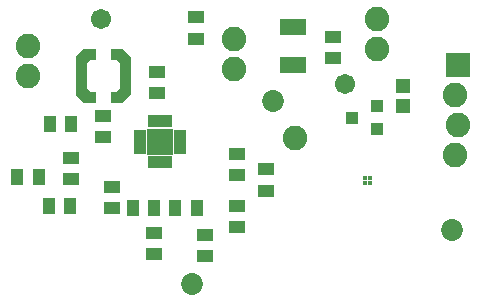
<source format=gts>
G75*
%MOIN*%
%OFA0B0*%
%FSLAX25Y25*%
%IPPOS*%
%LPD*%
%AMOC8*
5,1,8,0,0,1.08239X$1,22.5*
%
%ADD10C,0.08200*%
%ADD11R,0.03950X0.05524*%
%ADD12R,0.05524X0.03950*%
%ADD13R,0.08674X0.05524*%
%ADD14R,0.04737X0.05131*%
%ADD15R,0.08200X0.08200*%
%ADD16C,0.01600*%
%ADD17R,0.03300X0.05800*%
%ADD18C,0.00000*%
%ADD19C,0.00001*%
%ADD20R,0.04000X0.02000*%
%ADD21R,0.02000X0.04000*%
%ADD22R,0.08800X0.08800*%
%ADD23R,0.04343X0.03950*%
%ADD24C,0.07296*%
%ADD25C,0.06706*%
D10*
X0110304Y0082426D03*
X0090146Y0105457D03*
X0090146Y0115457D03*
X0137627Y0112111D03*
X0137627Y0122111D03*
X0163662Y0096599D03*
X0164662Y0086599D03*
X0163662Y0076599D03*
X0021304Y0103244D03*
X0021304Y0113244D03*
D11*
X0028761Y0087244D03*
X0035847Y0087244D03*
X0024965Y0069575D03*
X0017879Y0069575D03*
X0028485Y0059607D03*
X0035572Y0059607D03*
X0056367Y0059213D03*
X0063454Y0059213D03*
X0070580Y0059213D03*
X0077666Y0059213D03*
D12*
X0063304Y0043670D03*
X0063304Y0050756D03*
X0049485Y0059008D03*
X0049485Y0066095D03*
X0035635Y0068670D03*
X0035635Y0075756D03*
X0046304Y0082701D03*
X0046304Y0089788D03*
X0064304Y0097489D03*
X0064304Y0104575D03*
X0077296Y0115520D03*
X0077296Y0122607D03*
X0123099Y0116244D03*
X0123099Y0109158D03*
X0091091Y0077213D03*
X0091091Y0070126D03*
X0100879Y0072000D03*
X0100879Y0064914D03*
X0091091Y0059819D03*
X0091091Y0052733D03*
X0080304Y0050118D03*
X0080304Y0043032D03*
D13*
X0109753Y0106914D03*
X0109753Y0119512D03*
D14*
X0146288Y0099748D03*
X0146288Y0093055D03*
D15*
X0164662Y0106599D03*
D16*
X0135317Y0069052D03*
X0135317Y0067452D03*
X0133717Y0067452D03*
X0133717Y0069052D03*
D17*
X0053587Y0103244D03*
X0039020Y0103244D03*
D18*
X0040694Y0106099D02*
X0040694Y0098815D01*
X0041875Y0097634D01*
X0043646Y0097634D01*
X0043646Y0094288D01*
X0040103Y0094288D01*
X0037347Y0097044D01*
X0037347Y0109544D01*
X0040005Y0112201D01*
X0043646Y0112201D01*
X0043646Y0108855D01*
X0041875Y0108855D01*
X0040694Y0107674D01*
X0040694Y0106099D01*
X0048961Y0108855D02*
X0048961Y0112201D01*
X0052505Y0112201D01*
X0055261Y0109445D01*
X0055261Y0096945D01*
X0052603Y0094288D01*
X0048961Y0094288D01*
X0048961Y0097634D01*
X0050733Y0097634D01*
X0051914Y0098815D01*
X0051914Y0100390D01*
X0051914Y0107674D01*
X0050733Y0108855D01*
X0048961Y0108855D01*
D19*
X0055261Y0108855D01*
X0055261Y0108856D02*
X0048961Y0108856D01*
X0048961Y0108857D02*
X0055261Y0108857D01*
X0055261Y0108858D02*
X0048961Y0108858D01*
X0048961Y0108859D02*
X0055261Y0108859D01*
X0055261Y0108860D02*
X0048961Y0108860D01*
X0048961Y0108861D02*
X0055261Y0108861D01*
X0055261Y0108862D02*
X0048961Y0108862D01*
X0048961Y0108863D02*
X0055261Y0108863D01*
X0055261Y0108864D02*
X0048961Y0108864D01*
X0048961Y0108865D02*
X0055261Y0108865D01*
X0048961Y0108865D01*
X0048961Y0108866D02*
X0055261Y0108866D01*
X0055261Y0108867D02*
X0048961Y0108867D01*
X0048961Y0108868D02*
X0055261Y0108868D01*
X0055261Y0108869D02*
X0048961Y0108869D01*
X0048961Y0108870D02*
X0055261Y0108870D01*
X0055261Y0108871D02*
X0048961Y0108871D01*
X0048961Y0108872D02*
X0055261Y0108872D01*
X0055261Y0108873D02*
X0048961Y0108873D01*
X0048961Y0108874D02*
X0055261Y0108874D01*
X0055261Y0108875D02*
X0048961Y0108875D01*
X0048961Y0108876D02*
X0055261Y0108876D01*
X0055261Y0108877D02*
X0048961Y0108877D01*
X0048961Y0108878D02*
X0055261Y0108878D01*
X0055261Y0108879D02*
X0048961Y0108879D01*
X0048961Y0108880D02*
X0055261Y0108880D01*
X0055261Y0108881D02*
X0048961Y0108881D01*
X0048961Y0108882D02*
X0055261Y0108882D01*
X0055261Y0108883D02*
X0048961Y0108883D01*
X0048961Y0108884D02*
X0055261Y0108884D01*
X0055261Y0108885D02*
X0048961Y0108885D01*
X0048961Y0108886D02*
X0055261Y0108886D01*
X0055261Y0108887D02*
X0048961Y0108887D01*
X0048961Y0108888D02*
X0055261Y0108888D01*
X0055261Y0108889D02*
X0048961Y0108889D01*
X0048961Y0108890D02*
X0055261Y0108890D01*
X0055261Y0108891D02*
X0048961Y0108891D01*
X0048961Y0108892D02*
X0055261Y0108892D01*
X0055261Y0108893D02*
X0048961Y0108893D01*
X0048961Y0108894D02*
X0055261Y0108894D01*
X0055261Y0108895D02*
X0048961Y0108895D01*
X0048961Y0108896D02*
X0055261Y0108896D01*
X0055261Y0108897D02*
X0048961Y0108897D01*
X0048961Y0108898D02*
X0055261Y0108898D01*
X0055261Y0108899D02*
X0048961Y0108899D01*
X0048961Y0108900D02*
X0055261Y0108900D01*
X0055261Y0108901D02*
X0048961Y0108901D01*
X0048961Y0108902D02*
X0055261Y0108902D01*
X0055261Y0108903D02*
X0048961Y0108903D01*
X0048961Y0108904D02*
X0055261Y0108904D01*
X0055261Y0108905D02*
X0048961Y0108905D01*
X0048961Y0108906D02*
X0055261Y0108906D01*
X0055261Y0108907D02*
X0048961Y0108907D01*
X0048961Y0108908D02*
X0055261Y0108908D01*
X0055261Y0108909D02*
X0048961Y0108909D01*
X0048961Y0108910D02*
X0055261Y0108910D01*
X0055261Y0108911D02*
X0048961Y0108911D01*
X0048961Y0108912D02*
X0055261Y0108912D01*
X0055261Y0108913D02*
X0048961Y0108913D01*
X0048961Y0108914D02*
X0055261Y0108914D01*
X0055261Y0108915D02*
X0048961Y0108915D01*
X0048961Y0108916D02*
X0055261Y0108916D01*
X0055261Y0108917D02*
X0048961Y0108917D01*
X0048961Y0108918D02*
X0055261Y0108918D01*
X0055261Y0108919D02*
X0048961Y0108919D01*
X0048961Y0108920D02*
X0055261Y0108920D01*
X0055261Y0108921D02*
X0048961Y0108921D01*
X0048961Y0108922D02*
X0055261Y0108922D01*
X0055261Y0108923D02*
X0048961Y0108923D01*
X0048961Y0108924D02*
X0055261Y0108924D01*
X0055261Y0108925D02*
X0048961Y0108925D01*
X0048961Y0108926D02*
X0055261Y0108926D01*
X0055261Y0108927D02*
X0048961Y0108927D01*
X0055261Y0108927D01*
X0055261Y0108928D02*
X0048961Y0108928D01*
X0048961Y0108929D02*
X0055261Y0108929D01*
X0055261Y0108930D02*
X0048961Y0108930D01*
X0048961Y0108931D02*
X0055261Y0108931D01*
X0055261Y0108932D02*
X0048961Y0108932D01*
X0048961Y0108933D02*
X0055261Y0108933D01*
X0055261Y0108934D02*
X0048961Y0108934D01*
X0048961Y0108935D02*
X0055261Y0108935D01*
X0055261Y0108936D02*
X0048961Y0108936D01*
X0048961Y0108937D02*
X0055261Y0108937D01*
X0055261Y0108938D02*
X0048961Y0108938D01*
X0048961Y0108939D02*
X0055261Y0108939D01*
X0055261Y0108940D02*
X0048961Y0108940D01*
X0048961Y0108941D02*
X0055261Y0108941D01*
X0055261Y0108942D02*
X0048961Y0108942D01*
X0048961Y0108943D02*
X0055261Y0108943D01*
X0055261Y0108944D02*
X0048961Y0108944D01*
X0048961Y0108945D02*
X0055261Y0108945D01*
X0055261Y0108946D02*
X0048961Y0108946D01*
X0048961Y0108947D02*
X0055261Y0108947D01*
X0055261Y0108948D02*
X0048961Y0108948D01*
X0048961Y0108949D02*
X0055261Y0108949D01*
X0055261Y0108950D02*
X0048961Y0108950D01*
X0048961Y0108951D02*
X0055261Y0108951D01*
X0055261Y0108952D02*
X0048961Y0108952D01*
X0048961Y0108953D02*
X0055261Y0108953D01*
X0055261Y0108954D02*
X0048961Y0108954D01*
X0048961Y0108955D02*
X0055261Y0108955D01*
X0055261Y0108956D02*
X0048961Y0108956D01*
X0048961Y0108957D02*
X0055261Y0108957D01*
X0055261Y0108958D02*
X0048961Y0108958D01*
X0048961Y0108959D02*
X0055261Y0108959D01*
X0055261Y0108960D02*
X0048961Y0108960D01*
X0048961Y0108961D02*
X0055261Y0108961D01*
X0055261Y0108962D02*
X0048961Y0108962D01*
X0048961Y0108963D02*
X0055261Y0108963D01*
X0055261Y0108964D02*
X0048961Y0108964D01*
X0048961Y0108965D02*
X0055261Y0108965D01*
X0055261Y0108966D02*
X0048961Y0108966D01*
X0048961Y0108967D02*
X0055261Y0108967D01*
X0055261Y0108968D02*
X0048961Y0108968D01*
X0048961Y0108969D02*
X0055261Y0108969D01*
X0055261Y0108970D02*
X0048961Y0108970D01*
X0048961Y0108971D02*
X0055261Y0108971D01*
X0055261Y0108972D02*
X0048961Y0108972D01*
X0048961Y0108973D02*
X0055261Y0108973D01*
X0055261Y0108974D02*
X0048961Y0108974D01*
X0048961Y0108975D02*
X0055261Y0108975D01*
X0055261Y0108976D02*
X0048961Y0108976D01*
X0048961Y0108977D02*
X0055261Y0108977D01*
X0055261Y0108978D02*
X0048961Y0108978D01*
X0048961Y0108979D02*
X0055261Y0108979D01*
X0055261Y0108980D02*
X0048961Y0108980D01*
X0048961Y0108981D02*
X0055261Y0108981D01*
X0055261Y0108982D02*
X0048961Y0108982D01*
X0048961Y0108983D02*
X0055261Y0108983D01*
X0055261Y0108984D02*
X0048961Y0108984D01*
X0048961Y0108985D02*
X0055261Y0108985D01*
X0055261Y0108986D02*
X0048961Y0108986D01*
X0048961Y0108987D02*
X0055261Y0108987D01*
X0055261Y0108988D02*
X0048961Y0108988D01*
X0048961Y0108989D02*
X0055261Y0108989D01*
X0055261Y0108990D02*
X0048961Y0108990D01*
X0055261Y0108990D01*
X0055261Y0108991D02*
X0048961Y0108991D01*
X0048961Y0108992D02*
X0055261Y0108992D01*
X0055261Y0108993D02*
X0048961Y0108993D01*
X0048961Y0108994D02*
X0055261Y0108994D01*
X0055261Y0108995D02*
X0048961Y0108995D01*
X0048961Y0108996D02*
X0055261Y0108996D01*
X0055261Y0108997D02*
X0048961Y0108997D01*
X0048961Y0108998D02*
X0055261Y0108998D01*
X0055261Y0108999D02*
X0048961Y0108999D01*
X0048961Y0109000D02*
X0055261Y0109000D01*
X0055261Y0109001D02*
X0048961Y0109001D01*
X0048961Y0109002D02*
X0055261Y0109002D01*
X0055261Y0109003D02*
X0048961Y0109003D01*
X0048961Y0109004D02*
X0055261Y0109004D01*
X0055261Y0109005D02*
X0048961Y0109005D01*
X0048961Y0109006D02*
X0055261Y0109006D01*
X0055261Y0109007D02*
X0048961Y0109007D01*
X0048961Y0109008D02*
X0055261Y0109008D01*
X0055261Y0109009D02*
X0048961Y0109009D01*
X0048961Y0109010D02*
X0055261Y0109010D01*
X0055261Y0109011D02*
X0048961Y0109011D01*
X0048961Y0109012D02*
X0055261Y0109012D01*
X0055261Y0109013D02*
X0048961Y0109013D01*
X0048961Y0109014D02*
X0055261Y0109014D01*
X0055261Y0109015D02*
X0048961Y0109015D01*
X0048961Y0109016D02*
X0055261Y0109016D01*
X0055261Y0109017D02*
X0048961Y0109017D01*
X0048961Y0109018D02*
X0055261Y0109018D01*
X0055261Y0109019D02*
X0048961Y0109019D01*
X0048961Y0109020D02*
X0055261Y0109020D01*
X0055261Y0109021D02*
X0048961Y0109021D01*
X0048961Y0109022D02*
X0055261Y0109022D01*
X0055261Y0109023D02*
X0048961Y0109023D01*
X0048961Y0109024D02*
X0055261Y0109024D01*
X0055261Y0109025D02*
X0048961Y0109025D01*
X0048961Y0109026D02*
X0055261Y0109026D01*
X0055261Y0109027D02*
X0048961Y0109027D01*
X0048961Y0109028D02*
X0055261Y0109028D01*
X0055261Y0109029D02*
X0048961Y0109029D01*
X0048961Y0109030D02*
X0055261Y0109030D01*
X0055261Y0109031D02*
X0048961Y0109031D01*
X0048961Y0109032D02*
X0055261Y0109032D01*
X0055261Y0109033D02*
X0048961Y0109033D01*
X0048961Y0109034D02*
X0055261Y0109034D01*
X0055261Y0109035D02*
X0048961Y0109035D01*
X0048961Y0109036D02*
X0055261Y0109036D01*
X0055261Y0109037D02*
X0048961Y0109037D01*
X0048961Y0109038D02*
X0055261Y0109038D01*
X0055261Y0109039D02*
X0048961Y0109039D01*
X0048961Y0109040D02*
X0055261Y0109040D01*
X0055261Y0109041D02*
X0048961Y0109041D01*
X0048961Y0109042D02*
X0055261Y0109042D01*
X0055261Y0109043D02*
X0048961Y0109043D01*
X0048961Y0109044D02*
X0055261Y0109044D01*
X0055261Y0109045D02*
X0048961Y0109045D01*
X0048961Y0109046D02*
X0055261Y0109046D01*
X0055261Y0109047D02*
X0048961Y0109047D01*
X0048961Y0109048D02*
X0055261Y0109048D01*
X0055261Y0109049D02*
X0048961Y0109049D01*
X0048961Y0109050D02*
X0055261Y0109050D01*
X0055261Y0109051D02*
X0048961Y0109051D01*
X0048961Y0109052D02*
X0055261Y0109052D01*
X0048961Y0109052D01*
X0048961Y0109053D02*
X0055261Y0109053D01*
X0055261Y0109054D02*
X0048961Y0109054D01*
X0048961Y0109055D02*
X0055261Y0109055D01*
X0055261Y0109056D02*
X0048961Y0109056D01*
X0048961Y0109057D02*
X0055261Y0109057D01*
X0055261Y0109058D02*
X0048961Y0109058D01*
X0048961Y0109059D02*
X0055261Y0109059D01*
X0055261Y0109060D02*
X0048961Y0109060D01*
X0048961Y0109061D02*
X0055261Y0109061D01*
X0055261Y0109062D02*
X0048961Y0109062D01*
X0048961Y0109063D02*
X0055261Y0109063D01*
X0055261Y0109064D02*
X0048961Y0109064D01*
X0048961Y0109065D02*
X0055261Y0109065D01*
X0055261Y0109066D02*
X0048961Y0109066D01*
X0048961Y0109067D02*
X0055261Y0109067D01*
X0055261Y0109068D02*
X0048961Y0109068D01*
X0048961Y0109069D02*
X0055261Y0109069D01*
X0055261Y0109070D02*
X0048961Y0109070D01*
X0048961Y0109071D02*
X0055261Y0109071D01*
X0055261Y0109072D02*
X0048961Y0109072D01*
X0048961Y0109073D02*
X0055261Y0109073D01*
X0055261Y0109074D02*
X0048961Y0109074D01*
X0048961Y0109075D02*
X0055261Y0109075D01*
X0055261Y0109076D02*
X0048961Y0109076D01*
X0048961Y0109077D02*
X0055261Y0109077D01*
X0055261Y0109078D02*
X0048961Y0109078D01*
X0048961Y0109079D02*
X0055261Y0109079D01*
X0055261Y0109080D02*
X0048961Y0109080D01*
X0048961Y0109081D02*
X0055261Y0109081D01*
X0055261Y0109082D02*
X0048961Y0109082D01*
X0048961Y0109083D02*
X0055261Y0109083D01*
X0055261Y0109084D02*
X0048961Y0109084D01*
X0048961Y0109085D02*
X0055261Y0109085D01*
X0055261Y0109086D02*
X0048961Y0109086D01*
X0048961Y0109087D02*
X0055261Y0109087D01*
X0055261Y0109088D02*
X0048961Y0109088D01*
X0048961Y0109089D02*
X0055261Y0109089D01*
X0055261Y0109090D02*
X0048961Y0109090D01*
X0048961Y0109091D02*
X0055261Y0109091D01*
X0055261Y0109092D02*
X0048961Y0109092D01*
X0048961Y0109093D02*
X0055261Y0109093D01*
X0055261Y0109094D02*
X0048961Y0109094D01*
X0048961Y0109095D02*
X0055261Y0109095D01*
X0055261Y0109096D02*
X0048961Y0109096D01*
X0048961Y0109097D02*
X0055261Y0109097D01*
X0055261Y0109098D02*
X0048961Y0109098D01*
X0048961Y0109099D02*
X0055261Y0109099D01*
X0055261Y0109100D02*
X0048961Y0109100D01*
X0048961Y0109101D02*
X0055261Y0109101D01*
X0055261Y0109102D02*
X0048961Y0109102D01*
X0048961Y0109103D02*
X0055261Y0109103D01*
X0055261Y0109104D02*
X0048961Y0109104D01*
X0048961Y0109105D02*
X0055261Y0109105D01*
X0055261Y0109106D02*
X0048961Y0109106D01*
X0048961Y0109107D02*
X0055261Y0109107D01*
X0055261Y0109108D02*
X0048961Y0109108D01*
X0048961Y0109109D02*
X0055261Y0109109D01*
X0055261Y0109110D02*
X0048961Y0109110D01*
X0048961Y0109111D02*
X0055261Y0109111D01*
X0055261Y0109112D02*
X0048961Y0109112D01*
X0048961Y0109113D02*
X0055261Y0109113D01*
X0055261Y0109114D02*
X0048961Y0109114D01*
X0048961Y0109115D02*
X0055261Y0109115D01*
X0048961Y0109115D01*
X0048961Y0109116D02*
X0055261Y0109116D01*
X0055261Y0109117D02*
X0048961Y0109117D01*
X0048961Y0109118D02*
X0055261Y0109118D01*
X0055261Y0109119D02*
X0048961Y0109119D01*
X0048961Y0109120D02*
X0055261Y0109120D01*
X0055261Y0109121D02*
X0048961Y0109121D01*
X0048961Y0109122D02*
X0055261Y0109122D01*
X0055261Y0109123D02*
X0048961Y0109123D01*
X0048961Y0109124D02*
X0055261Y0109124D01*
X0055261Y0109125D02*
X0048961Y0109125D01*
X0048961Y0109126D02*
X0055261Y0109126D01*
X0055261Y0109127D02*
X0048961Y0109127D01*
X0048961Y0109128D02*
X0055261Y0109128D01*
X0055261Y0109129D02*
X0048961Y0109129D01*
X0048961Y0109130D02*
X0055261Y0109130D01*
X0055261Y0109131D02*
X0048961Y0109131D01*
X0048961Y0109132D02*
X0055261Y0109132D01*
X0055261Y0109133D02*
X0048961Y0109133D01*
X0048961Y0109134D02*
X0055261Y0109134D01*
X0055261Y0109135D02*
X0048961Y0109135D01*
X0048961Y0109136D02*
X0055261Y0109136D01*
X0055261Y0109137D02*
X0048961Y0109137D01*
X0048961Y0109138D02*
X0055261Y0109138D01*
X0055261Y0109139D02*
X0048961Y0109139D01*
X0048961Y0109140D02*
X0055261Y0109140D01*
X0055261Y0109141D02*
X0048961Y0109141D01*
X0048961Y0109142D02*
X0055261Y0109142D01*
X0055261Y0109143D02*
X0048961Y0109143D01*
X0048961Y0109144D02*
X0055261Y0109144D01*
X0055261Y0109145D02*
X0048961Y0109145D01*
X0048961Y0109146D02*
X0055261Y0109146D01*
X0055261Y0109147D02*
X0048961Y0109147D01*
X0048961Y0109148D02*
X0055261Y0109148D01*
X0055261Y0109149D02*
X0048961Y0109149D01*
X0048961Y0109150D02*
X0055261Y0109150D01*
X0055261Y0109151D02*
X0048961Y0109151D01*
X0048961Y0109152D02*
X0055261Y0109152D01*
X0055261Y0109153D02*
X0048961Y0109153D01*
X0048961Y0109154D02*
X0055261Y0109154D01*
X0055261Y0109155D02*
X0048961Y0109155D01*
X0048961Y0109156D02*
X0055261Y0109156D01*
X0055261Y0109157D02*
X0048961Y0109157D01*
X0048961Y0109158D02*
X0055261Y0109158D01*
X0055261Y0109159D02*
X0048961Y0109159D01*
X0048961Y0109160D02*
X0055261Y0109160D01*
X0055261Y0109161D02*
X0048961Y0109161D01*
X0048961Y0109162D02*
X0055261Y0109162D01*
X0055261Y0109163D02*
X0048961Y0109163D01*
X0048961Y0109164D02*
X0055261Y0109164D01*
X0055261Y0109165D02*
X0048961Y0109165D01*
X0048961Y0109166D02*
X0055261Y0109166D01*
X0055261Y0109167D02*
X0048961Y0109167D01*
X0048961Y0109168D02*
X0055261Y0109168D01*
X0055261Y0109169D02*
X0048961Y0109169D01*
X0048961Y0109170D02*
X0055261Y0109170D01*
X0055261Y0109171D02*
X0048961Y0109171D01*
X0048961Y0109172D02*
X0055261Y0109172D01*
X0055261Y0109173D02*
X0048961Y0109173D01*
X0048961Y0109174D02*
X0055261Y0109174D01*
X0055261Y0109175D02*
X0048961Y0109175D01*
X0048961Y0109176D02*
X0055261Y0109176D01*
X0055261Y0109177D02*
X0048961Y0109177D01*
X0055261Y0109177D01*
X0055261Y0109178D02*
X0048961Y0109178D01*
X0048961Y0109179D02*
X0055261Y0109179D01*
X0055261Y0109180D02*
X0048961Y0109180D01*
X0048961Y0109181D02*
X0055261Y0109181D01*
X0055261Y0109182D02*
X0048961Y0109182D01*
X0048961Y0109183D02*
X0055261Y0109183D01*
X0055261Y0109184D02*
X0048961Y0109184D01*
X0048961Y0109185D02*
X0055261Y0109185D01*
X0055261Y0109186D02*
X0048961Y0109186D01*
X0048961Y0109187D02*
X0055261Y0109187D01*
X0055261Y0109188D02*
X0048961Y0109188D01*
X0048961Y0109189D02*
X0055261Y0109189D01*
X0055261Y0109190D02*
X0048961Y0109190D01*
X0048961Y0109191D02*
X0055261Y0109191D01*
X0055261Y0109192D02*
X0048961Y0109192D01*
X0048961Y0109193D02*
X0055261Y0109193D01*
X0055261Y0109194D02*
X0048961Y0109194D01*
X0048961Y0109195D02*
X0055261Y0109195D01*
X0055261Y0109196D02*
X0048961Y0109196D01*
X0048961Y0109197D02*
X0055261Y0109197D01*
X0055261Y0109198D02*
X0048961Y0109198D01*
X0048961Y0109199D02*
X0055261Y0109199D01*
X0055261Y0109200D02*
X0048961Y0109200D01*
X0048961Y0109201D02*
X0055261Y0109201D01*
X0055261Y0109202D02*
X0048961Y0109202D01*
X0048961Y0109203D02*
X0055261Y0109203D01*
X0055261Y0109204D02*
X0048961Y0109204D01*
X0048961Y0109205D02*
X0055261Y0109205D01*
X0055261Y0109206D02*
X0048961Y0109206D01*
X0048961Y0109207D02*
X0055261Y0109207D01*
X0055261Y0109208D02*
X0048961Y0109208D01*
X0048961Y0109209D02*
X0055261Y0109209D01*
X0055261Y0109210D02*
X0048961Y0109210D01*
X0048961Y0109211D02*
X0055261Y0109211D01*
X0055261Y0109212D02*
X0048961Y0109212D01*
X0048961Y0109213D02*
X0055261Y0109213D01*
X0055261Y0109214D02*
X0048961Y0109214D01*
X0048961Y0109215D02*
X0055261Y0109215D01*
X0055261Y0109216D02*
X0048961Y0109216D01*
X0048961Y0109217D02*
X0055261Y0109217D01*
X0055261Y0109218D02*
X0048961Y0109218D01*
X0048961Y0109219D02*
X0055261Y0109219D01*
X0055261Y0109220D02*
X0048961Y0109220D01*
X0048961Y0109221D02*
X0055261Y0109221D01*
X0055261Y0109222D02*
X0048961Y0109222D01*
X0048961Y0109223D02*
X0055261Y0109223D01*
X0055261Y0109224D02*
X0048961Y0109224D01*
X0048961Y0109225D02*
X0055261Y0109225D01*
X0055261Y0109226D02*
X0048961Y0109226D01*
X0048961Y0109227D02*
X0055261Y0109227D01*
X0055261Y0109228D02*
X0048961Y0109228D01*
X0048961Y0109229D02*
X0055261Y0109229D01*
X0055261Y0109230D02*
X0048961Y0109230D01*
X0048961Y0109231D02*
X0055261Y0109231D01*
X0055261Y0109232D02*
X0048961Y0109232D01*
X0048961Y0109233D02*
X0055261Y0109233D01*
X0055261Y0109234D02*
X0048961Y0109234D01*
X0048961Y0109235D02*
X0055261Y0109235D01*
X0055261Y0109236D02*
X0048961Y0109236D01*
X0048961Y0109237D02*
X0055261Y0109237D01*
X0055261Y0109238D02*
X0048961Y0109238D01*
X0048961Y0109239D02*
X0055261Y0109239D01*
X0055261Y0109240D02*
X0048961Y0109240D01*
X0055261Y0109240D01*
X0055261Y0109241D02*
X0048961Y0109241D01*
X0048961Y0109242D02*
X0055261Y0109242D01*
X0055261Y0109243D02*
X0048961Y0109243D01*
X0048961Y0109244D02*
X0055261Y0109244D01*
X0055261Y0109245D02*
X0048961Y0109245D01*
X0048961Y0109246D02*
X0055261Y0109246D01*
X0055261Y0109247D02*
X0048961Y0109247D01*
X0048961Y0109248D02*
X0055261Y0109248D01*
X0055261Y0109249D02*
X0048961Y0109249D01*
X0048961Y0109250D02*
X0055261Y0109250D01*
X0055261Y0109251D02*
X0048961Y0109251D01*
X0048961Y0109252D02*
X0055261Y0109252D01*
X0055261Y0109253D02*
X0048961Y0109253D01*
X0048961Y0109254D02*
X0055261Y0109254D01*
X0055261Y0109255D02*
X0048961Y0109255D01*
X0048961Y0109256D02*
X0055261Y0109256D01*
X0055261Y0109257D02*
X0048961Y0109257D01*
X0048961Y0109258D02*
X0055261Y0109258D01*
X0055261Y0109259D02*
X0048961Y0109259D01*
X0048961Y0109260D02*
X0055261Y0109260D01*
X0055261Y0109261D02*
X0048961Y0109261D01*
X0048961Y0109262D02*
X0055261Y0109262D01*
X0055261Y0109263D02*
X0048961Y0109263D01*
X0048961Y0109264D02*
X0055261Y0109264D01*
X0055261Y0109265D02*
X0048961Y0109265D01*
X0048961Y0109266D02*
X0055261Y0109266D01*
X0055261Y0109267D02*
X0048961Y0109267D01*
X0048961Y0109268D02*
X0055261Y0109268D01*
X0055261Y0109269D02*
X0048961Y0109269D01*
X0048961Y0109270D02*
X0055261Y0109270D01*
X0055261Y0109271D02*
X0048961Y0109271D01*
X0048961Y0109272D02*
X0055261Y0109272D01*
X0055261Y0109273D02*
X0048961Y0109273D01*
X0048961Y0109274D02*
X0055261Y0109274D01*
X0055261Y0109275D02*
X0048961Y0109275D01*
X0048961Y0109276D02*
X0055261Y0109276D01*
X0055261Y0109277D02*
X0048961Y0109277D01*
X0048961Y0109278D02*
X0055261Y0109278D01*
X0055261Y0109279D02*
X0048961Y0109279D01*
X0048961Y0109280D02*
X0055261Y0109280D01*
X0055261Y0109281D02*
X0048961Y0109281D01*
X0048961Y0109282D02*
X0055261Y0109282D01*
X0055261Y0109283D02*
X0048961Y0109283D01*
X0048961Y0109284D02*
X0055261Y0109284D01*
X0055261Y0109285D02*
X0048961Y0109285D01*
X0048961Y0109286D02*
X0055261Y0109286D01*
X0055261Y0109287D02*
X0048961Y0109287D01*
X0048961Y0109288D02*
X0055261Y0109288D01*
X0055261Y0109289D02*
X0048961Y0109289D01*
X0048961Y0109290D02*
X0055261Y0109290D01*
X0055261Y0109291D02*
X0048961Y0109291D01*
X0048961Y0109292D02*
X0055261Y0109292D01*
X0055261Y0109293D02*
X0048961Y0109293D01*
X0048961Y0109294D02*
X0055261Y0109294D01*
X0055261Y0109295D02*
X0048961Y0109295D01*
X0048961Y0109296D02*
X0055261Y0109296D01*
X0055261Y0109297D02*
X0048961Y0109297D01*
X0048961Y0109298D02*
X0055261Y0109298D01*
X0055261Y0109299D02*
X0048961Y0109299D01*
X0048961Y0109300D02*
X0055261Y0109300D01*
X0055261Y0109301D02*
X0048961Y0109301D01*
X0048961Y0109302D02*
X0055261Y0109302D01*
X0048961Y0109302D01*
X0048961Y0109303D02*
X0055261Y0109303D01*
X0055261Y0109304D02*
X0048961Y0109304D01*
X0048961Y0109305D02*
X0055261Y0109305D01*
X0055261Y0109306D02*
X0048961Y0109306D01*
X0048961Y0109307D02*
X0055261Y0109307D01*
X0055261Y0109308D02*
X0048961Y0109308D01*
X0048961Y0109309D02*
X0055261Y0109309D01*
X0055261Y0109310D02*
X0048961Y0109310D01*
X0048961Y0109311D02*
X0055261Y0109311D01*
X0055261Y0109312D02*
X0048961Y0109312D01*
X0048961Y0109313D02*
X0055261Y0109313D01*
X0055261Y0109314D02*
X0048961Y0109314D01*
X0048961Y0109315D02*
X0055261Y0109315D01*
X0055261Y0109316D02*
X0048961Y0109316D01*
X0048961Y0109317D02*
X0055261Y0109317D01*
X0055261Y0109318D02*
X0048961Y0109318D01*
X0048961Y0109319D02*
X0055261Y0109319D01*
X0055261Y0109320D02*
X0048961Y0109320D01*
X0048961Y0109321D02*
X0055261Y0109321D01*
X0055261Y0109322D02*
X0048961Y0109322D01*
X0048961Y0109323D02*
X0055261Y0109323D01*
X0055261Y0109324D02*
X0048961Y0109324D01*
X0048961Y0109325D02*
X0055261Y0109325D01*
X0055261Y0109326D02*
X0048961Y0109326D01*
X0048961Y0109327D02*
X0055261Y0109327D01*
X0055261Y0109328D02*
X0048961Y0109328D01*
X0048961Y0109329D02*
X0055261Y0109329D01*
X0055261Y0109330D02*
X0048961Y0109330D01*
X0048961Y0109331D02*
X0055261Y0109331D01*
X0055261Y0109332D02*
X0048961Y0109332D01*
X0048961Y0109333D02*
X0055261Y0109333D01*
X0055261Y0109334D02*
X0048961Y0109334D01*
X0048961Y0109335D02*
X0055261Y0109335D01*
X0055261Y0109336D02*
X0048961Y0109336D01*
X0048961Y0109337D02*
X0055261Y0109337D01*
X0055261Y0109338D02*
X0048961Y0109338D01*
X0048961Y0109339D02*
X0055261Y0109339D01*
X0055261Y0109340D02*
X0048961Y0109340D01*
X0048961Y0109341D02*
X0055261Y0109341D01*
X0055261Y0109342D02*
X0048961Y0109342D01*
X0048961Y0109343D02*
X0055261Y0109343D01*
X0055261Y0109344D02*
X0048961Y0109344D01*
X0048961Y0109345D02*
X0055261Y0109345D01*
X0055261Y0109346D02*
X0048961Y0109346D01*
X0048961Y0109347D02*
X0055261Y0109347D01*
X0055261Y0109348D02*
X0048961Y0109348D01*
X0048961Y0109349D02*
X0055261Y0109349D01*
X0055261Y0109350D02*
X0048961Y0109350D01*
X0048961Y0109351D02*
X0055261Y0109351D01*
X0055261Y0109352D02*
X0048961Y0109352D01*
X0048961Y0109353D02*
X0055261Y0109353D01*
X0055261Y0109354D02*
X0048961Y0109354D01*
X0048961Y0109355D02*
X0055261Y0109355D01*
X0055261Y0109356D02*
X0048961Y0109356D01*
X0048961Y0109357D02*
X0055261Y0109357D01*
X0055261Y0109358D02*
X0048961Y0109358D01*
X0048961Y0109359D02*
X0055261Y0109359D01*
X0055261Y0109360D02*
X0048961Y0109360D01*
X0048961Y0109361D02*
X0055261Y0109361D01*
X0055261Y0109362D02*
X0048961Y0109362D01*
X0048961Y0109363D02*
X0055261Y0109363D01*
X0055261Y0109364D02*
X0048961Y0109364D01*
X0048961Y0109365D02*
X0055261Y0109365D01*
X0048961Y0109365D01*
X0048961Y0109366D02*
X0055261Y0109366D01*
X0055261Y0109367D02*
X0048961Y0109367D01*
X0048961Y0109368D02*
X0055261Y0109368D01*
X0055261Y0109369D02*
X0048961Y0109369D01*
X0048961Y0109370D02*
X0055261Y0109370D01*
X0055261Y0109371D02*
X0048961Y0109371D01*
X0048961Y0109372D02*
X0055261Y0109372D01*
X0055261Y0109373D02*
X0048961Y0109373D01*
X0048961Y0109374D02*
X0055261Y0109374D01*
X0055261Y0109375D02*
X0048961Y0109375D01*
X0048961Y0109376D02*
X0055261Y0109376D01*
X0055261Y0109377D02*
X0048961Y0109377D01*
X0048961Y0109378D02*
X0055261Y0109378D01*
X0055261Y0109379D02*
X0048961Y0109379D01*
X0048961Y0109380D02*
X0055261Y0109380D01*
X0055261Y0109381D02*
X0048961Y0109381D01*
X0048961Y0109382D02*
X0055261Y0109382D01*
X0055261Y0109383D02*
X0048961Y0109383D01*
X0048961Y0109384D02*
X0055261Y0109384D01*
X0055261Y0109385D02*
X0048961Y0109385D01*
X0048961Y0109386D02*
X0055261Y0109386D01*
X0055261Y0109387D02*
X0048961Y0109387D01*
X0048961Y0109388D02*
X0055261Y0109388D01*
X0055261Y0109389D02*
X0048961Y0109389D01*
X0048961Y0109390D02*
X0055261Y0109390D01*
X0055261Y0109391D02*
X0048961Y0109391D01*
X0048961Y0109392D02*
X0055261Y0109392D01*
X0055261Y0109393D02*
X0048961Y0109393D01*
X0048961Y0109394D02*
X0055261Y0109394D01*
X0055261Y0109395D02*
X0048961Y0109395D01*
X0048961Y0109396D02*
X0055261Y0109396D01*
X0055261Y0109397D02*
X0048961Y0109397D01*
X0048961Y0109398D02*
X0055261Y0109398D01*
X0055261Y0109399D02*
X0048961Y0109399D01*
X0048961Y0109400D02*
X0055261Y0109400D01*
X0055261Y0109401D02*
X0048961Y0109401D01*
X0048961Y0109402D02*
X0055261Y0109402D01*
X0055261Y0109403D02*
X0048961Y0109403D01*
X0048961Y0109404D02*
X0055261Y0109404D01*
X0055261Y0109405D02*
X0048961Y0109405D01*
X0048961Y0109406D02*
X0055261Y0109406D01*
X0055261Y0109407D02*
X0048961Y0109407D01*
X0048961Y0109408D02*
X0055261Y0109408D01*
X0055261Y0109409D02*
X0048961Y0109409D01*
X0048961Y0109410D02*
X0055261Y0109410D01*
X0055261Y0109411D02*
X0048961Y0109411D01*
X0048961Y0109412D02*
X0055261Y0109412D01*
X0055261Y0109413D02*
X0048961Y0109413D01*
X0048961Y0109414D02*
X0055261Y0109414D01*
X0055261Y0109415D02*
X0048961Y0109415D01*
X0048961Y0109416D02*
X0055261Y0109416D01*
X0055261Y0109417D02*
X0048961Y0109417D01*
X0048961Y0109418D02*
X0055261Y0109418D01*
X0055261Y0109419D02*
X0048961Y0109419D01*
X0048961Y0109420D02*
X0055261Y0109420D01*
X0055261Y0109421D02*
X0048961Y0109421D01*
X0048961Y0109422D02*
X0055261Y0109422D01*
X0055261Y0109423D02*
X0048961Y0109423D01*
X0048961Y0109424D02*
X0055261Y0109424D01*
X0055261Y0109425D02*
X0048961Y0109425D01*
X0048961Y0109426D02*
X0055261Y0109426D01*
X0055261Y0109427D02*
X0048961Y0109427D01*
X0055261Y0109427D01*
X0055261Y0109428D02*
X0048961Y0109428D01*
X0048961Y0109429D02*
X0055261Y0109429D01*
X0055261Y0109430D02*
X0048961Y0109430D01*
X0048961Y0109431D02*
X0055261Y0109431D01*
X0055261Y0109432D02*
X0048961Y0109432D01*
X0048961Y0109433D02*
X0055261Y0109433D01*
X0055261Y0109434D02*
X0048961Y0109434D01*
X0048961Y0109435D02*
X0055261Y0109435D01*
X0055261Y0109436D02*
X0048961Y0109436D01*
X0048961Y0109437D02*
X0055261Y0109437D01*
X0055261Y0109438D02*
X0048961Y0109438D01*
X0048961Y0109439D02*
X0055261Y0109439D01*
X0055261Y0109440D02*
X0048961Y0109440D01*
X0048961Y0109441D02*
X0055261Y0109441D01*
X0055261Y0109442D02*
X0048961Y0109442D01*
X0048961Y0109443D02*
X0055261Y0109443D01*
X0055261Y0109444D02*
X0048961Y0109444D01*
X0048961Y0109445D02*
X0055261Y0109445D01*
X0055260Y0109446D02*
X0048961Y0109446D01*
X0048961Y0109447D02*
X0055259Y0109447D01*
X0055258Y0109448D02*
X0048961Y0109448D01*
X0048961Y0109449D02*
X0055257Y0109449D01*
X0055256Y0109450D02*
X0048961Y0109450D01*
X0048961Y0109451D02*
X0055255Y0109451D01*
X0055254Y0109452D02*
X0048961Y0109452D01*
X0048961Y0109453D02*
X0055253Y0109453D01*
X0055252Y0109454D02*
X0048961Y0109454D01*
X0048961Y0109455D02*
X0055251Y0109455D01*
X0055250Y0109456D02*
X0048961Y0109456D01*
X0048961Y0109457D02*
X0055249Y0109457D01*
X0055248Y0109458D02*
X0048961Y0109458D01*
X0048961Y0109459D02*
X0055247Y0109459D01*
X0055246Y0109460D02*
X0048961Y0109460D01*
X0048961Y0109461D02*
X0055245Y0109461D01*
X0055244Y0109462D02*
X0048961Y0109462D01*
X0048961Y0109463D02*
X0055243Y0109463D01*
X0055242Y0109464D02*
X0048961Y0109464D01*
X0048961Y0109465D02*
X0055241Y0109465D01*
X0055240Y0109466D02*
X0048961Y0109466D01*
X0048961Y0109467D02*
X0055239Y0109467D01*
X0055238Y0109468D02*
X0048961Y0109468D01*
X0048961Y0109469D02*
X0055237Y0109469D01*
X0055236Y0109470D02*
X0048961Y0109470D01*
X0048961Y0109471D02*
X0055235Y0109471D01*
X0055234Y0109472D02*
X0048961Y0109472D01*
X0048961Y0109473D02*
X0055233Y0109473D01*
X0055232Y0109474D02*
X0048961Y0109474D01*
X0048961Y0109475D02*
X0055231Y0109475D01*
X0055230Y0109476D02*
X0048961Y0109476D01*
X0048961Y0109477D02*
X0055229Y0109477D01*
X0055228Y0109478D02*
X0048961Y0109478D01*
X0048961Y0109479D02*
X0055227Y0109479D01*
X0055226Y0109480D02*
X0048961Y0109480D01*
X0048961Y0109481D02*
X0055225Y0109481D01*
X0055224Y0109482D02*
X0048961Y0109482D01*
X0048961Y0109483D02*
X0055223Y0109483D01*
X0055222Y0109484D02*
X0048961Y0109484D01*
X0048961Y0109485D02*
X0055221Y0109485D01*
X0055220Y0109486D02*
X0048961Y0109486D01*
X0048961Y0109487D02*
X0055219Y0109487D01*
X0055218Y0109488D02*
X0048961Y0109488D01*
X0048961Y0109489D02*
X0055217Y0109489D01*
X0055216Y0109490D02*
X0048961Y0109490D01*
X0055215Y0109490D01*
X0055214Y0109491D02*
X0048961Y0109491D01*
X0048961Y0109492D02*
X0055213Y0109492D01*
X0055212Y0109493D02*
X0048961Y0109493D01*
X0048961Y0109494D02*
X0055211Y0109494D01*
X0055210Y0109495D02*
X0048961Y0109495D01*
X0048961Y0109496D02*
X0055209Y0109496D01*
X0055208Y0109497D02*
X0048961Y0109497D01*
X0048961Y0109498D02*
X0055207Y0109498D01*
X0055206Y0109499D02*
X0048961Y0109499D01*
X0048961Y0109500D02*
X0055206Y0109500D01*
X0055205Y0109501D02*
X0048961Y0109501D01*
X0048961Y0109502D02*
X0055204Y0109502D01*
X0055203Y0109503D02*
X0048961Y0109503D01*
X0048961Y0109504D02*
X0055202Y0109504D01*
X0055201Y0109505D02*
X0048961Y0109505D01*
X0048961Y0109506D02*
X0055200Y0109506D01*
X0055199Y0109507D02*
X0048961Y0109507D01*
X0048961Y0109508D02*
X0055198Y0109508D01*
X0055197Y0109509D02*
X0048961Y0109509D01*
X0048961Y0109510D02*
X0055196Y0109510D01*
X0055195Y0109511D02*
X0048961Y0109511D01*
X0048961Y0109512D02*
X0055194Y0109512D01*
X0055193Y0109513D02*
X0048961Y0109513D01*
X0048961Y0109514D02*
X0055192Y0109514D01*
X0055191Y0109515D02*
X0048961Y0109515D01*
X0048961Y0109516D02*
X0055190Y0109516D01*
X0055189Y0109517D02*
X0048961Y0109517D01*
X0048961Y0109518D02*
X0055188Y0109518D01*
X0055187Y0109519D02*
X0048961Y0109519D01*
X0048961Y0109520D02*
X0055186Y0109520D01*
X0055185Y0109521D02*
X0048961Y0109521D01*
X0048961Y0109522D02*
X0055184Y0109522D01*
X0055183Y0109523D02*
X0048961Y0109523D01*
X0048961Y0109524D02*
X0055182Y0109524D01*
X0055181Y0109525D02*
X0048961Y0109525D01*
X0048961Y0109526D02*
X0055180Y0109526D01*
X0055179Y0109527D02*
X0048961Y0109527D01*
X0048961Y0109528D02*
X0055178Y0109528D01*
X0055177Y0109529D02*
X0048961Y0109529D01*
X0048961Y0109530D02*
X0055176Y0109530D01*
X0055175Y0109531D02*
X0048961Y0109531D01*
X0048961Y0109532D02*
X0055174Y0109532D01*
X0055173Y0109533D02*
X0048961Y0109533D01*
X0048961Y0109534D02*
X0055172Y0109534D01*
X0055171Y0109535D02*
X0048961Y0109535D01*
X0048961Y0109536D02*
X0055170Y0109536D01*
X0055169Y0109537D02*
X0048961Y0109537D01*
X0048961Y0109538D02*
X0055168Y0109538D01*
X0055167Y0109539D02*
X0048961Y0109539D01*
X0048961Y0109540D02*
X0055166Y0109540D01*
X0055165Y0109541D02*
X0048961Y0109541D01*
X0048961Y0109542D02*
X0055164Y0109542D01*
X0055163Y0109543D02*
X0048961Y0109543D01*
X0048961Y0109544D02*
X0055162Y0109544D01*
X0055161Y0109545D02*
X0048961Y0109545D01*
X0048961Y0109546D02*
X0055160Y0109546D01*
X0055159Y0109547D02*
X0048961Y0109547D01*
X0048961Y0109548D02*
X0055158Y0109548D01*
X0055157Y0109549D02*
X0048961Y0109549D01*
X0048961Y0109550D02*
X0055156Y0109550D01*
X0055155Y0109551D02*
X0048961Y0109551D01*
X0048961Y0109552D02*
X0055154Y0109552D01*
X0055153Y0109552D02*
X0048961Y0109552D01*
X0048961Y0109553D02*
X0055152Y0109553D01*
X0055151Y0109554D02*
X0048961Y0109554D01*
X0048961Y0109555D02*
X0055150Y0109555D01*
X0055149Y0109556D02*
X0048961Y0109556D01*
X0048961Y0109557D02*
X0055148Y0109557D01*
X0055147Y0109558D02*
X0048961Y0109558D01*
X0048961Y0109559D02*
X0055146Y0109559D01*
X0055145Y0109560D02*
X0048961Y0109560D01*
X0048961Y0109561D02*
X0055144Y0109561D01*
X0055144Y0109562D02*
X0048961Y0109562D01*
X0048961Y0109563D02*
X0055143Y0109563D01*
X0055142Y0109564D02*
X0048961Y0109564D01*
X0048961Y0109565D02*
X0055141Y0109565D01*
X0055140Y0109566D02*
X0048961Y0109566D01*
X0048961Y0109567D02*
X0055139Y0109567D01*
X0055138Y0109568D02*
X0048961Y0109568D01*
X0048961Y0109569D02*
X0055137Y0109569D01*
X0055136Y0109570D02*
X0048961Y0109570D01*
X0048961Y0109571D02*
X0055135Y0109571D01*
X0055134Y0109572D02*
X0048961Y0109572D01*
X0048961Y0109573D02*
X0055133Y0109573D01*
X0055132Y0109574D02*
X0048961Y0109574D01*
X0048961Y0109575D02*
X0055131Y0109575D01*
X0055130Y0109576D02*
X0048961Y0109576D01*
X0048961Y0109577D02*
X0055129Y0109577D01*
X0055128Y0109578D02*
X0048961Y0109578D01*
X0048961Y0109579D02*
X0055127Y0109579D01*
X0055126Y0109580D02*
X0048961Y0109580D01*
X0048961Y0109581D02*
X0055125Y0109581D01*
X0055124Y0109582D02*
X0048961Y0109582D01*
X0048961Y0109583D02*
X0055123Y0109583D01*
X0055122Y0109584D02*
X0048961Y0109584D01*
X0048961Y0109585D02*
X0055121Y0109585D01*
X0055120Y0109586D02*
X0048961Y0109586D01*
X0048961Y0109587D02*
X0055119Y0109587D01*
X0055118Y0109588D02*
X0048961Y0109588D01*
X0048961Y0109589D02*
X0055117Y0109589D01*
X0055116Y0109590D02*
X0048961Y0109590D01*
X0048961Y0109591D02*
X0055115Y0109591D01*
X0055114Y0109592D02*
X0048961Y0109592D01*
X0048961Y0109593D02*
X0055113Y0109593D01*
X0055112Y0109594D02*
X0048961Y0109594D01*
X0048961Y0109595D02*
X0055111Y0109595D01*
X0055110Y0109596D02*
X0048961Y0109596D01*
X0048961Y0109597D02*
X0055109Y0109597D01*
X0055108Y0109598D02*
X0048961Y0109598D01*
X0048961Y0109599D02*
X0055107Y0109599D01*
X0055106Y0109600D02*
X0048961Y0109600D01*
X0048961Y0109601D02*
X0055105Y0109601D01*
X0055104Y0109602D02*
X0048961Y0109602D01*
X0048961Y0109603D02*
X0055103Y0109603D01*
X0055102Y0109604D02*
X0048961Y0109604D01*
X0048961Y0109605D02*
X0055101Y0109605D01*
X0055100Y0109606D02*
X0048961Y0109606D01*
X0048961Y0109607D02*
X0055099Y0109607D01*
X0055098Y0109608D02*
X0048961Y0109608D01*
X0048961Y0109609D02*
X0055097Y0109609D01*
X0055096Y0109610D02*
X0048961Y0109610D01*
X0048961Y0109611D02*
X0055095Y0109611D01*
X0055094Y0109612D02*
X0048961Y0109612D01*
X0048961Y0109613D02*
X0055093Y0109613D01*
X0055092Y0109614D02*
X0048961Y0109614D01*
X0048961Y0109615D02*
X0055091Y0109615D01*
X0055090Y0109615D02*
X0048961Y0109615D01*
X0048961Y0109616D02*
X0055089Y0109616D01*
X0055088Y0109617D02*
X0048961Y0109617D01*
X0048961Y0109618D02*
X0055087Y0109618D01*
X0055086Y0109619D02*
X0048961Y0109619D01*
X0048961Y0109620D02*
X0055085Y0109620D01*
X0055084Y0109621D02*
X0048961Y0109621D01*
X0048961Y0109622D02*
X0055083Y0109622D01*
X0055082Y0109623D02*
X0048961Y0109623D01*
X0048961Y0109624D02*
X0055081Y0109624D01*
X0055081Y0109625D02*
X0048961Y0109625D01*
X0048961Y0109626D02*
X0055080Y0109626D01*
X0055079Y0109627D02*
X0048961Y0109627D01*
X0048961Y0109628D02*
X0055078Y0109628D01*
X0055077Y0109629D02*
X0048961Y0109629D01*
X0048961Y0109630D02*
X0055076Y0109630D01*
X0055075Y0109631D02*
X0048961Y0109631D01*
X0048961Y0109632D02*
X0055074Y0109632D01*
X0055073Y0109633D02*
X0048961Y0109633D01*
X0048961Y0109634D02*
X0055072Y0109634D01*
X0055071Y0109635D02*
X0048961Y0109635D01*
X0048961Y0109636D02*
X0055070Y0109636D01*
X0055069Y0109637D02*
X0048961Y0109637D01*
X0048961Y0109638D02*
X0055068Y0109638D01*
X0055067Y0109639D02*
X0048961Y0109639D01*
X0048961Y0109640D02*
X0055066Y0109640D01*
X0055065Y0109641D02*
X0048961Y0109641D01*
X0048961Y0109642D02*
X0055064Y0109642D01*
X0055063Y0109643D02*
X0048961Y0109643D01*
X0048961Y0109644D02*
X0055062Y0109644D01*
X0055061Y0109645D02*
X0048961Y0109645D01*
X0048961Y0109646D02*
X0055060Y0109646D01*
X0055059Y0109647D02*
X0048961Y0109647D01*
X0048961Y0109648D02*
X0055058Y0109648D01*
X0055057Y0109649D02*
X0048961Y0109649D01*
X0048961Y0109650D02*
X0055056Y0109650D01*
X0055055Y0109651D02*
X0048961Y0109651D01*
X0048961Y0109652D02*
X0055054Y0109652D01*
X0055053Y0109653D02*
X0048961Y0109653D01*
X0048961Y0109654D02*
X0055052Y0109654D01*
X0055051Y0109655D02*
X0048961Y0109655D01*
X0048961Y0109656D02*
X0055050Y0109656D01*
X0055049Y0109657D02*
X0048961Y0109657D01*
X0048961Y0109658D02*
X0055048Y0109658D01*
X0055047Y0109659D02*
X0048961Y0109659D01*
X0048961Y0109660D02*
X0055046Y0109660D01*
X0055045Y0109661D02*
X0048961Y0109661D01*
X0048961Y0109662D02*
X0055044Y0109662D01*
X0055043Y0109663D02*
X0048961Y0109663D01*
X0048961Y0109664D02*
X0055042Y0109664D01*
X0055041Y0109665D02*
X0048961Y0109665D01*
X0048961Y0109666D02*
X0055040Y0109666D01*
X0055039Y0109667D02*
X0048961Y0109667D01*
X0048961Y0109668D02*
X0055038Y0109668D01*
X0055037Y0109669D02*
X0048961Y0109669D01*
X0048961Y0109670D02*
X0055036Y0109670D01*
X0055035Y0109671D02*
X0048961Y0109671D01*
X0048961Y0109672D02*
X0055034Y0109672D01*
X0055033Y0109673D02*
X0048961Y0109673D01*
X0048961Y0109674D02*
X0055032Y0109674D01*
X0055031Y0109675D02*
X0048961Y0109675D01*
X0048961Y0109676D02*
X0055030Y0109676D01*
X0055029Y0109677D02*
X0048961Y0109677D01*
X0055028Y0109677D01*
X0055027Y0109678D02*
X0048961Y0109678D01*
X0048961Y0109679D02*
X0055026Y0109679D01*
X0055025Y0109680D02*
X0048961Y0109680D01*
X0048961Y0109681D02*
X0055024Y0109681D01*
X0055023Y0109682D02*
X0048961Y0109682D01*
X0048961Y0109683D02*
X0055022Y0109683D01*
X0055021Y0109684D02*
X0048961Y0109684D01*
X0048961Y0109685D02*
X0055020Y0109685D01*
X0055019Y0109686D02*
X0048961Y0109686D01*
X0048961Y0109687D02*
X0055019Y0109687D01*
X0055018Y0109688D02*
X0048961Y0109688D01*
X0048961Y0109689D02*
X0055017Y0109689D01*
X0055016Y0109690D02*
X0048961Y0109690D01*
X0048961Y0109691D02*
X0055015Y0109691D01*
X0055014Y0109692D02*
X0048961Y0109692D01*
X0048961Y0109693D02*
X0055013Y0109693D01*
X0055012Y0109694D02*
X0048961Y0109694D01*
X0048961Y0109695D02*
X0055011Y0109695D01*
X0055010Y0109696D02*
X0048961Y0109696D01*
X0048961Y0109697D02*
X0055009Y0109697D01*
X0055008Y0109698D02*
X0048961Y0109698D01*
X0048961Y0109699D02*
X0055007Y0109699D01*
X0055006Y0109700D02*
X0048961Y0109700D01*
X0048961Y0109701D02*
X0055005Y0109701D01*
X0055004Y0109702D02*
X0048961Y0109702D01*
X0048961Y0109703D02*
X0055003Y0109703D01*
X0055002Y0109704D02*
X0048961Y0109704D01*
X0048961Y0109705D02*
X0055001Y0109705D01*
X0055000Y0109706D02*
X0048961Y0109706D01*
X0048961Y0109707D02*
X0054999Y0109707D01*
X0054998Y0109708D02*
X0048961Y0109708D01*
X0048961Y0109709D02*
X0054997Y0109709D01*
X0054996Y0109710D02*
X0048961Y0109710D01*
X0048961Y0109711D02*
X0054995Y0109711D01*
X0054994Y0109712D02*
X0048961Y0109712D01*
X0048961Y0109713D02*
X0054993Y0109713D01*
X0054992Y0109714D02*
X0048961Y0109714D01*
X0048961Y0109715D02*
X0054991Y0109715D01*
X0054990Y0109716D02*
X0048961Y0109716D01*
X0048961Y0109717D02*
X0054989Y0109717D01*
X0054988Y0109718D02*
X0048961Y0109718D01*
X0048961Y0109719D02*
X0054987Y0109719D01*
X0054986Y0109720D02*
X0048961Y0109720D01*
X0048961Y0109721D02*
X0054985Y0109721D01*
X0054984Y0109722D02*
X0048961Y0109722D01*
X0048961Y0109723D02*
X0054983Y0109723D01*
X0054982Y0109724D02*
X0048961Y0109724D01*
X0048961Y0109725D02*
X0054981Y0109725D01*
X0054980Y0109726D02*
X0048961Y0109726D01*
X0048961Y0109727D02*
X0054979Y0109727D01*
X0054978Y0109728D02*
X0048961Y0109728D01*
X0048961Y0109729D02*
X0054977Y0109729D01*
X0054976Y0109730D02*
X0048961Y0109730D01*
X0048961Y0109731D02*
X0054975Y0109731D01*
X0054974Y0109732D02*
X0048961Y0109732D01*
X0048961Y0109733D02*
X0054973Y0109733D01*
X0054972Y0109734D02*
X0048961Y0109734D01*
X0048961Y0109735D02*
X0054971Y0109735D01*
X0054970Y0109736D02*
X0048961Y0109736D01*
X0048961Y0109737D02*
X0054969Y0109737D01*
X0054968Y0109738D02*
X0048961Y0109738D01*
X0048961Y0109739D02*
X0054967Y0109739D01*
X0054966Y0109740D02*
X0048961Y0109740D01*
X0054965Y0109740D01*
X0054964Y0109741D02*
X0048961Y0109741D01*
X0048961Y0109742D02*
X0054963Y0109742D01*
X0054962Y0109743D02*
X0048961Y0109743D01*
X0048961Y0109744D02*
X0054961Y0109744D01*
X0054960Y0109745D02*
X0048961Y0109745D01*
X0048961Y0109746D02*
X0054959Y0109746D01*
X0054958Y0109747D02*
X0048961Y0109747D01*
X0048961Y0109748D02*
X0054957Y0109748D01*
X0054956Y0109749D02*
X0048961Y0109749D01*
X0048961Y0109750D02*
X0054956Y0109750D01*
X0054955Y0109751D02*
X0048961Y0109751D01*
X0048961Y0109752D02*
X0054954Y0109752D01*
X0054953Y0109753D02*
X0048961Y0109753D01*
X0048961Y0109754D02*
X0054952Y0109754D01*
X0054951Y0109755D02*
X0048961Y0109755D01*
X0048961Y0109756D02*
X0054950Y0109756D01*
X0054949Y0109757D02*
X0048961Y0109757D01*
X0048961Y0109758D02*
X0054948Y0109758D01*
X0054947Y0109759D02*
X0048961Y0109759D01*
X0048961Y0109760D02*
X0054946Y0109760D01*
X0054945Y0109761D02*
X0048961Y0109761D01*
X0048961Y0109762D02*
X0054944Y0109762D01*
X0054943Y0109763D02*
X0048961Y0109763D01*
X0048961Y0109764D02*
X0054942Y0109764D01*
X0054941Y0109765D02*
X0048961Y0109765D01*
X0048961Y0109766D02*
X0054940Y0109766D01*
X0054939Y0109767D02*
X0048961Y0109767D01*
X0048961Y0109768D02*
X0054938Y0109768D01*
X0054937Y0109769D02*
X0048961Y0109769D01*
X0048961Y0109770D02*
X0054936Y0109770D01*
X0054935Y0109771D02*
X0048961Y0109771D01*
X0048961Y0109772D02*
X0054934Y0109772D01*
X0054933Y0109773D02*
X0048961Y0109773D01*
X0048961Y0109774D02*
X0054932Y0109774D01*
X0054931Y0109775D02*
X0048961Y0109775D01*
X0048961Y0109776D02*
X0054930Y0109776D01*
X0054929Y0109777D02*
X0048961Y0109777D01*
X0048961Y0109778D02*
X0054928Y0109778D01*
X0054927Y0109779D02*
X0048961Y0109779D01*
X0048961Y0109780D02*
X0054926Y0109780D01*
X0054925Y0109781D02*
X0048961Y0109781D01*
X0048961Y0109782D02*
X0054924Y0109782D01*
X0054923Y0109783D02*
X0048961Y0109783D01*
X0048961Y0109784D02*
X0054922Y0109784D01*
X0054921Y0109785D02*
X0048961Y0109785D01*
X0048961Y0109786D02*
X0054920Y0109786D01*
X0054919Y0109787D02*
X0048961Y0109787D01*
X0048961Y0109788D02*
X0054918Y0109788D01*
X0054917Y0109789D02*
X0048961Y0109789D01*
X0048961Y0109790D02*
X0054916Y0109790D01*
X0054915Y0109791D02*
X0048961Y0109791D01*
X0048961Y0109792D02*
X0054914Y0109792D01*
X0054913Y0109793D02*
X0048961Y0109793D01*
X0048961Y0109794D02*
X0054912Y0109794D01*
X0054911Y0109795D02*
X0048961Y0109795D01*
X0048961Y0109796D02*
X0054910Y0109796D01*
X0054909Y0109797D02*
X0048961Y0109797D01*
X0048961Y0109798D02*
X0054908Y0109798D01*
X0054907Y0109799D02*
X0048961Y0109799D01*
X0048961Y0109800D02*
X0054906Y0109800D01*
X0054905Y0109801D02*
X0048961Y0109801D01*
X0048961Y0109802D02*
X0054904Y0109802D01*
X0054903Y0109802D02*
X0048961Y0109802D01*
X0048961Y0109803D02*
X0054902Y0109803D01*
X0054901Y0109804D02*
X0048961Y0109804D01*
X0048961Y0109805D02*
X0054900Y0109805D01*
X0054899Y0109806D02*
X0048961Y0109806D01*
X0048961Y0109807D02*
X0054898Y0109807D01*
X0054897Y0109808D02*
X0048961Y0109808D01*
X0048961Y0109809D02*
X0054896Y0109809D01*
X0054895Y0109810D02*
X0048961Y0109810D01*
X0048961Y0109811D02*
X0054894Y0109811D01*
X0054894Y0109812D02*
X0048961Y0109812D01*
X0048961Y0109813D02*
X0054893Y0109813D01*
X0054892Y0109814D02*
X0048961Y0109814D01*
X0048961Y0109815D02*
X0054891Y0109815D01*
X0054890Y0109816D02*
X0048961Y0109816D01*
X0048961Y0109817D02*
X0054889Y0109817D01*
X0054888Y0109818D02*
X0048961Y0109818D01*
X0048961Y0109819D02*
X0054887Y0109819D01*
X0054886Y0109820D02*
X0048961Y0109820D01*
X0048961Y0109821D02*
X0054885Y0109821D01*
X0054884Y0109822D02*
X0048961Y0109822D01*
X0048961Y0109823D02*
X0054883Y0109823D01*
X0054882Y0109824D02*
X0048961Y0109824D01*
X0048961Y0109825D02*
X0054881Y0109825D01*
X0054880Y0109826D02*
X0048961Y0109826D01*
X0048961Y0109827D02*
X0054879Y0109827D01*
X0054878Y0109828D02*
X0048961Y0109828D01*
X0048961Y0109829D02*
X0054877Y0109829D01*
X0054876Y0109830D02*
X0048961Y0109830D01*
X0048961Y0109831D02*
X0054875Y0109831D01*
X0054874Y0109832D02*
X0048961Y0109832D01*
X0048961Y0109833D02*
X0054873Y0109833D01*
X0054872Y0109834D02*
X0048961Y0109834D01*
X0048961Y0109835D02*
X0054871Y0109835D01*
X0054870Y0109836D02*
X0048961Y0109836D01*
X0048961Y0109837D02*
X0054869Y0109837D01*
X0054868Y0109838D02*
X0048961Y0109838D01*
X0048961Y0109839D02*
X0054867Y0109839D01*
X0054866Y0109840D02*
X0048961Y0109840D01*
X0048961Y0109841D02*
X0054865Y0109841D01*
X0054864Y0109842D02*
X0048961Y0109842D01*
X0048961Y0109843D02*
X0054863Y0109843D01*
X0054862Y0109844D02*
X0048961Y0109844D01*
X0048961Y0109845D02*
X0054861Y0109845D01*
X0054860Y0109846D02*
X0048961Y0109846D01*
X0048961Y0109847D02*
X0054859Y0109847D01*
X0054858Y0109848D02*
X0048961Y0109848D01*
X0048961Y0109849D02*
X0054857Y0109849D01*
X0054856Y0109850D02*
X0048961Y0109850D01*
X0048961Y0109851D02*
X0054855Y0109851D01*
X0054854Y0109852D02*
X0048961Y0109852D01*
X0048961Y0109853D02*
X0054853Y0109853D01*
X0054852Y0109854D02*
X0048961Y0109854D01*
X0048961Y0109855D02*
X0054851Y0109855D01*
X0054850Y0109856D02*
X0048961Y0109856D01*
X0048961Y0109857D02*
X0054849Y0109857D01*
X0054848Y0109858D02*
X0048961Y0109858D01*
X0048961Y0109859D02*
X0054847Y0109859D01*
X0054846Y0109860D02*
X0048961Y0109860D01*
X0048961Y0109861D02*
X0054845Y0109861D01*
X0054844Y0109862D02*
X0048961Y0109862D01*
X0048961Y0109863D02*
X0054843Y0109863D01*
X0054842Y0109864D02*
X0048961Y0109864D01*
X0048961Y0109865D02*
X0054841Y0109865D01*
X0054840Y0109865D02*
X0048961Y0109865D01*
X0048961Y0109866D02*
X0054839Y0109866D01*
X0054838Y0109867D02*
X0048961Y0109867D01*
X0048961Y0109868D02*
X0054837Y0109868D01*
X0054836Y0109869D02*
X0048961Y0109869D01*
X0048961Y0109870D02*
X0054835Y0109870D01*
X0054834Y0109871D02*
X0048961Y0109871D01*
X0048961Y0109872D02*
X0054833Y0109872D01*
X0054832Y0109873D02*
X0048961Y0109873D01*
X0048961Y0109874D02*
X0054831Y0109874D01*
X0054831Y0109875D02*
X0048961Y0109875D01*
X0048961Y0109876D02*
X0054830Y0109876D01*
X0054829Y0109877D02*
X0048961Y0109877D01*
X0048961Y0109878D02*
X0054828Y0109878D01*
X0054827Y0109879D02*
X0048961Y0109879D01*
X0048961Y0109880D02*
X0054826Y0109880D01*
X0054825Y0109881D02*
X0048961Y0109881D01*
X0048961Y0109882D02*
X0054824Y0109882D01*
X0054823Y0109883D02*
X0048961Y0109883D01*
X0048961Y0109884D02*
X0054822Y0109884D01*
X0054821Y0109885D02*
X0048961Y0109885D01*
X0048961Y0109886D02*
X0054820Y0109886D01*
X0054819Y0109887D02*
X0048961Y0109887D01*
X0048961Y0109888D02*
X0054818Y0109888D01*
X0054817Y0109889D02*
X0048961Y0109889D01*
X0048961Y0109890D02*
X0054816Y0109890D01*
X0054815Y0109891D02*
X0048961Y0109891D01*
X0048961Y0109892D02*
X0054814Y0109892D01*
X0054813Y0109893D02*
X0048961Y0109893D01*
X0048961Y0109894D02*
X0054812Y0109894D01*
X0054811Y0109895D02*
X0048961Y0109895D01*
X0048961Y0109896D02*
X0054810Y0109896D01*
X0054809Y0109897D02*
X0048961Y0109897D01*
X0048961Y0109898D02*
X0054808Y0109898D01*
X0054807Y0109899D02*
X0048961Y0109899D01*
X0048961Y0109900D02*
X0054806Y0109900D01*
X0054805Y0109901D02*
X0048961Y0109901D01*
X0048961Y0109902D02*
X0054804Y0109902D01*
X0054803Y0109903D02*
X0048961Y0109903D01*
X0048961Y0109904D02*
X0054802Y0109904D01*
X0054801Y0109905D02*
X0048961Y0109905D01*
X0048961Y0109906D02*
X0054800Y0109906D01*
X0054799Y0109907D02*
X0048961Y0109907D01*
X0048961Y0109908D02*
X0054798Y0109908D01*
X0054797Y0109909D02*
X0048961Y0109909D01*
X0048961Y0109910D02*
X0054796Y0109910D01*
X0054795Y0109911D02*
X0048961Y0109911D01*
X0048961Y0109912D02*
X0054794Y0109912D01*
X0054793Y0109913D02*
X0048961Y0109913D01*
X0048961Y0109914D02*
X0054792Y0109914D01*
X0054791Y0109915D02*
X0048961Y0109915D01*
X0048961Y0109916D02*
X0054790Y0109916D01*
X0054789Y0109917D02*
X0048961Y0109917D01*
X0048961Y0109918D02*
X0054788Y0109918D01*
X0054787Y0109919D02*
X0048961Y0109919D01*
X0048961Y0109920D02*
X0054786Y0109920D01*
X0054785Y0109921D02*
X0048961Y0109921D01*
X0048961Y0109922D02*
X0054784Y0109922D01*
X0054783Y0109923D02*
X0048961Y0109923D01*
X0048961Y0109924D02*
X0054782Y0109924D01*
X0054781Y0109925D02*
X0048961Y0109925D01*
X0048961Y0109926D02*
X0054780Y0109926D01*
X0054779Y0109927D02*
X0048961Y0109927D01*
X0054778Y0109927D01*
X0054777Y0109928D02*
X0048961Y0109928D01*
X0048961Y0109929D02*
X0054776Y0109929D01*
X0054775Y0109930D02*
X0048961Y0109930D01*
X0048961Y0109931D02*
X0054774Y0109931D01*
X0054773Y0109932D02*
X0048961Y0109932D01*
X0048961Y0109933D02*
X0054772Y0109933D01*
X0054771Y0109934D02*
X0048961Y0109934D01*
X0048961Y0109935D02*
X0054770Y0109935D01*
X0054769Y0109936D02*
X0048961Y0109936D01*
X0048961Y0109937D02*
X0054769Y0109937D01*
X0054768Y0109938D02*
X0048961Y0109938D01*
X0048961Y0109939D02*
X0054767Y0109939D01*
X0054766Y0109940D02*
X0048961Y0109940D01*
X0048961Y0109941D02*
X0054765Y0109941D01*
X0054764Y0109942D02*
X0048961Y0109942D01*
X0048961Y0109943D02*
X0054763Y0109943D01*
X0054762Y0109944D02*
X0048961Y0109944D01*
X0048961Y0109945D02*
X0054761Y0109945D01*
X0054760Y0109946D02*
X0048961Y0109946D01*
X0048961Y0109947D02*
X0054759Y0109947D01*
X0054758Y0109948D02*
X0048961Y0109948D01*
X0048961Y0109949D02*
X0054757Y0109949D01*
X0054756Y0109950D02*
X0048961Y0109950D01*
X0048961Y0109951D02*
X0054755Y0109951D01*
X0054754Y0109952D02*
X0048961Y0109952D01*
X0048961Y0109953D02*
X0054753Y0109953D01*
X0054752Y0109954D02*
X0048961Y0109954D01*
X0048961Y0109955D02*
X0054751Y0109955D01*
X0054750Y0109956D02*
X0048961Y0109956D01*
X0048961Y0109957D02*
X0054749Y0109957D01*
X0054748Y0109958D02*
X0048961Y0109958D01*
X0048961Y0109959D02*
X0054747Y0109959D01*
X0054746Y0109960D02*
X0048961Y0109960D01*
X0048961Y0109961D02*
X0054745Y0109961D01*
X0054744Y0109962D02*
X0048961Y0109962D01*
X0048961Y0109963D02*
X0054743Y0109963D01*
X0054742Y0109964D02*
X0048961Y0109964D01*
X0048961Y0109965D02*
X0054741Y0109965D01*
X0054740Y0109966D02*
X0048961Y0109966D01*
X0048961Y0109967D02*
X0054739Y0109967D01*
X0054738Y0109968D02*
X0048961Y0109968D01*
X0048961Y0109969D02*
X0054737Y0109969D01*
X0054736Y0109970D02*
X0048961Y0109970D01*
X0048961Y0109971D02*
X0054735Y0109971D01*
X0054734Y0109972D02*
X0048961Y0109972D01*
X0048961Y0109973D02*
X0054733Y0109973D01*
X0054732Y0109974D02*
X0048961Y0109974D01*
X0048961Y0109975D02*
X0054731Y0109975D01*
X0054730Y0109976D02*
X0048961Y0109976D01*
X0048961Y0109977D02*
X0054729Y0109977D01*
X0054728Y0109978D02*
X0048961Y0109978D01*
X0048961Y0109979D02*
X0054727Y0109979D01*
X0054726Y0109980D02*
X0048961Y0109980D01*
X0048961Y0109981D02*
X0054725Y0109981D01*
X0054724Y0109982D02*
X0048961Y0109982D01*
X0048961Y0109983D02*
X0054723Y0109983D01*
X0054722Y0109984D02*
X0048961Y0109984D01*
X0048961Y0109985D02*
X0054721Y0109985D01*
X0054720Y0109986D02*
X0048961Y0109986D01*
X0048961Y0109987D02*
X0054719Y0109987D01*
X0054718Y0109988D02*
X0048961Y0109988D01*
X0048961Y0109989D02*
X0054717Y0109989D01*
X0054716Y0109990D02*
X0048961Y0109990D01*
X0054715Y0109990D01*
X0054714Y0109991D02*
X0048961Y0109991D01*
X0048961Y0109992D02*
X0054713Y0109992D01*
X0054712Y0109993D02*
X0048961Y0109993D01*
X0048961Y0109994D02*
X0054711Y0109994D01*
X0054710Y0109995D02*
X0048961Y0109995D01*
X0048961Y0109996D02*
X0054709Y0109996D01*
X0054708Y0109997D02*
X0048961Y0109997D01*
X0048961Y0109998D02*
X0054707Y0109998D01*
X0054706Y0109999D02*
X0048961Y0109999D01*
X0048961Y0110000D02*
X0054706Y0110000D01*
X0054705Y0110001D02*
X0048961Y0110001D01*
X0048961Y0110002D02*
X0054704Y0110002D01*
X0054703Y0110003D02*
X0048961Y0110003D01*
X0048961Y0110004D02*
X0054702Y0110004D01*
X0054701Y0110005D02*
X0048961Y0110005D01*
X0048961Y0110006D02*
X0054700Y0110006D01*
X0054699Y0110007D02*
X0048961Y0110007D01*
X0048961Y0110008D02*
X0054698Y0110008D01*
X0054697Y0110009D02*
X0048961Y0110009D01*
X0048961Y0110010D02*
X0054696Y0110010D01*
X0054695Y0110011D02*
X0048961Y0110011D01*
X0048961Y0110012D02*
X0054694Y0110012D01*
X0054693Y0110013D02*
X0048961Y0110013D01*
X0048961Y0110014D02*
X0054692Y0110014D01*
X0054691Y0110015D02*
X0048961Y0110015D01*
X0048961Y0110016D02*
X0054690Y0110016D01*
X0054689Y0110017D02*
X0048961Y0110017D01*
X0048961Y0110018D02*
X0054688Y0110018D01*
X0054687Y0110019D02*
X0048961Y0110019D01*
X0048961Y0110020D02*
X0054686Y0110020D01*
X0054685Y0110021D02*
X0048961Y0110021D01*
X0048961Y0110022D02*
X0054684Y0110022D01*
X0054683Y0110023D02*
X0048961Y0110023D01*
X0048961Y0110024D02*
X0054682Y0110024D01*
X0054681Y0110025D02*
X0048961Y0110025D01*
X0048961Y0110026D02*
X0054680Y0110026D01*
X0054679Y0110027D02*
X0048961Y0110027D01*
X0048961Y0110028D02*
X0054678Y0110028D01*
X0054677Y0110029D02*
X0048961Y0110029D01*
X0048961Y0110030D02*
X0054676Y0110030D01*
X0054675Y0110031D02*
X0048961Y0110031D01*
X0048961Y0110032D02*
X0054674Y0110032D01*
X0054673Y0110033D02*
X0048961Y0110033D01*
X0048961Y0110034D02*
X0054672Y0110034D01*
X0054671Y0110035D02*
X0048961Y0110035D01*
X0048961Y0110036D02*
X0054670Y0110036D01*
X0054669Y0110037D02*
X0048961Y0110037D01*
X0048961Y0110038D02*
X0054668Y0110038D01*
X0054667Y0110039D02*
X0048961Y0110039D01*
X0048961Y0110040D02*
X0054666Y0110040D01*
X0054665Y0110041D02*
X0048961Y0110041D01*
X0048961Y0110042D02*
X0054664Y0110042D01*
X0054663Y0110043D02*
X0048961Y0110043D01*
X0048961Y0110044D02*
X0054662Y0110044D01*
X0054661Y0110045D02*
X0048961Y0110045D01*
X0048961Y0110046D02*
X0054660Y0110046D01*
X0054659Y0110047D02*
X0048961Y0110047D01*
X0048961Y0110048D02*
X0054658Y0110048D01*
X0054657Y0110049D02*
X0048961Y0110049D01*
X0048961Y0110050D02*
X0054656Y0110050D01*
X0054655Y0110051D02*
X0048961Y0110051D01*
X0048961Y0110052D02*
X0054654Y0110052D01*
X0054653Y0110052D02*
X0048961Y0110052D01*
X0048961Y0110053D02*
X0054652Y0110053D01*
X0054651Y0110054D02*
X0048961Y0110054D01*
X0048961Y0110055D02*
X0054650Y0110055D01*
X0054649Y0110056D02*
X0048961Y0110056D01*
X0048961Y0110057D02*
X0054648Y0110057D01*
X0054647Y0110058D02*
X0048961Y0110058D01*
X0048961Y0110059D02*
X0054646Y0110059D01*
X0054645Y0110060D02*
X0048961Y0110060D01*
X0048961Y0110061D02*
X0054644Y0110061D01*
X0054644Y0110062D02*
X0048961Y0110062D01*
X0048961Y0110063D02*
X0054643Y0110063D01*
X0054642Y0110064D02*
X0048961Y0110064D01*
X0048961Y0110065D02*
X0054641Y0110065D01*
X0054640Y0110066D02*
X0048961Y0110066D01*
X0048961Y0110067D02*
X0054639Y0110067D01*
X0054638Y0110068D02*
X0048961Y0110068D01*
X0048961Y0110069D02*
X0054637Y0110069D01*
X0054636Y0110070D02*
X0048961Y0110070D01*
X0048961Y0110071D02*
X0054635Y0110071D01*
X0054634Y0110072D02*
X0048961Y0110072D01*
X0048961Y0110073D02*
X0054633Y0110073D01*
X0054632Y0110074D02*
X0048961Y0110074D01*
X0048961Y0110075D02*
X0054631Y0110075D01*
X0054630Y0110076D02*
X0048961Y0110076D01*
X0048961Y0110077D02*
X0054629Y0110077D01*
X0054628Y0110078D02*
X0048961Y0110078D01*
X0048961Y0110079D02*
X0054627Y0110079D01*
X0054626Y0110080D02*
X0048961Y0110080D01*
X0048961Y0110081D02*
X0054625Y0110081D01*
X0054624Y0110082D02*
X0048961Y0110082D01*
X0048961Y0110083D02*
X0054623Y0110083D01*
X0054622Y0110084D02*
X0048961Y0110084D01*
X0048961Y0110085D02*
X0054621Y0110085D01*
X0054620Y0110086D02*
X0048961Y0110086D01*
X0048961Y0110087D02*
X0054619Y0110087D01*
X0054618Y0110088D02*
X0048961Y0110088D01*
X0048961Y0110089D02*
X0054617Y0110089D01*
X0054616Y0110090D02*
X0048961Y0110090D01*
X0048961Y0110091D02*
X0054615Y0110091D01*
X0054614Y0110092D02*
X0048961Y0110092D01*
X0048961Y0110093D02*
X0054613Y0110093D01*
X0054612Y0110094D02*
X0048961Y0110094D01*
X0048961Y0110095D02*
X0054611Y0110095D01*
X0054610Y0110096D02*
X0048961Y0110096D01*
X0048961Y0110097D02*
X0054609Y0110097D01*
X0054608Y0110098D02*
X0048961Y0110098D01*
X0048961Y0110099D02*
X0054607Y0110099D01*
X0054606Y0110100D02*
X0048961Y0110100D01*
X0048961Y0110101D02*
X0054605Y0110101D01*
X0054604Y0110102D02*
X0048961Y0110102D01*
X0048961Y0110103D02*
X0054603Y0110103D01*
X0054602Y0110104D02*
X0048961Y0110104D01*
X0048961Y0110105D02*
X0054601Y0110105D01*
X0054600Y0110106D02*
X0048961Y0110106D01*
X0048961Y0110107D02*
X0054599Y0110107D01*
X0054598Y0110108D02*
X0048961Y0110108D01*
X0048961Y0110109D02*
X0054597Y0110109D01*
X0054596Y0110110D02*
X0048961Y0110110D01*
X0048961Y0110111D02*
X0054595Y0110111D01*
X0054594Y0110112D02*
X0048961Y0110112D01*
X0048961Y0110113D02*
X0054593Y0110113D01*
X0054592Y0110114D02*
X0048961Y0110114D01*
X0048961Y0110115D02*
X0054591Y0110115D01*
X0054590Y0110115D02*
X0048961Y0110115D01*
X0048961Y0110116D02*
X0054589Y0110116D01*
X0054588Y0110117D02*
X0048961Y0110117D01*
X0048961Y0110118D02*
X0054587Y0110118D01*
X0054586Y0110119D02*
X0048961Y0110119D01*
X0048961Y0110120D02*
X0054585Y0110120D01*
X0054584Y0110121D02*
X0048961Y0110121D01*
X0048961Y0110122D02*
X0054583Y0110122D01*
X0054582Y0110123D02*
X0048961Y0110123D01*
X0048961Y0110124D02*
X0054581Y0110124D01*
X0054581Y0110125D02*
X0048961Y0110125D01*
X0048961Y0110126D02*
X0054580Y0110126D01*
X0054579Y0110127D02*
X0048961Y0110127D01*
X0048961Y0110128D02*
X0054578Y0110128D01*
X0054577Y0110129D02*
X0048961Y0110129D01*
X0048961Y0110130D02*
X0054576Y0110130D01*
X0054575Y0110131D02*
X0048961Y0110131D01*
X0048961Y0110132D02*
X0054574Y0110132D01*
X0054573Y0110133D02*
X0048961Y0110133D01*
X0048961Y0110134D02*
X0054572Y0110134D01*
X0054571Y0110135D02*
X0048961Y0110135D01*
X0048961Y0110136D02*
X0054570Y0110136D01*
X0054569Y0110137D02*
X0048961Y0110137D01*
X0048961Y0110138D02*
X0054568Y0110138D01*
X0054567Y0110139D02*
X0048961Y0110139D01*
X0048961Y0110140D02*
X0054566Y0110140D01*
X0054565Y0110141D02*
X0048961Y0110141D01*
X0048961Y0110142D02*
X0054564Y0110142D01*
X0054563Y0110143D02*
X0048961Y0110143D01*
X0048961Y0110144D02*
X0054562Y0110144D01*
X0054561Y0110145D02*
X0048961Y0110145D01*
X0048961Y0110146D02*
X0054560Y0110146D01*
X0054559Y0110147D02*
X0048961Y0110147D01*
X0048961Y0110148D02*
X0054558Y0110148D01*
X0054557Y0110149D02*
X0048961Y0110149D01*
X0048961Y0110150D02*
X0054556Y0110150D01*
X0054555Y0110151D02*
X0048961Y0110151D01*
X0048961Y0110152D02*
X0054554Y0110152D01*
X0054553Y0110153D02*
X0048961Y0110153D01*
X0048961Y0110154D02*
X0054552Y0110154D01*
X0054551Y0110155D02*
X0048961Y0110155D01*
X0048961Y0110156D02*
X0054550Y0110156D01*
X0054549Y0110157D02*
X0048961Y0110157D01*
X0048961Y0110158D02*
X0054548Y0110158D01*
X0054547Y0110159D02*
X0048961Y0110159D01*
X0048961Y0110160D02*
X0054546Y0110160D01*
X0054545Y0110161D02*
X0048961Y0110161D01*
X0048961Y0110162D02*
X0054544Y0110162D01*
X0054543Y0110163D02*
X0048961Y0110163D01*
X0048961Y0110164D02*
X0054542Y0110164D01*
X0054541Y0110165D02*
X0048961Y0110165D01*
X0048961Y0110166D02*
X0054540Y0110166D01*
X0054539Y0110167D02*
X0048961Y0110167D01*
X0048961Y0110168D02*
X0054538Y0110168D01*
X0054537Y0110169D02*
X0048961Y0110169D01*
X0048961Y0110170D02*
X0054536Y0110170D01*
X0054535Y0110171D02*
X0048961Y0110171D01*
X0048961Y0110172D02*
X0054534Y0110172D01*
X0054533Y0110173D02*
X0048961Y0110173D01*
X0048961Y0110174D02*
X0054532Y0110174D01*
X0054531Y0110175D02*
X0048961Y0110175D01*
X0048961Y0110176D02*
X0054530Y0110176D01*
X0054529Y0110177D02*
X0048961Y0110177D01*
X0054528Y0110177D01*
X0054527Y0110178D02*
X0048961Y0110178D01*
X0048961Y0110179D02*
X0054526Y0110179D01*
X0054525Y0110180D02*
X0048961Y0110180D01*
X0048961Y0110181D02*
X0054524Y0110181D01*
X0054523Y0110182D02*
X0048961Y0110182D01*
X0048961Y0110183D02*
X0054522Y0110183D01*
X0054521Y0110184D02*
X0048961Y0110184D01*
X0048961Y0110185D02*
X0054520Y0110185D01*
X0054519Y0110186D02*
X0048961Y0110186D01*
X0048961Y0110187D02*
X0054519Y0110187D01*
X0054518Y0110188D02*
X0048961Y0110188D01*
X0048961Y0110189D02*
X0054517Y0110189D01*
X0054516Y0110190D02*
X0048961Y0110190D01*
X0048961Y0110191D02*
X0054515Y0110191D01*
X0054514Y0110192D02*
X0048961Y0110192D01*
X0048961Y0110193D02*
X0054513Y0110193D01*
X0054512Y0110194D02*
X0048961Y0110194D01*
X0048961Y0110195D02*
X0054511Y0110195D01*
X0054510Y0110196D02*
X0048961Y0110196D01*
X0048961Y0110197D02*
X0054509Y0110197D01*
X0054508Y0110198D02*
X0048961Y0110198D01*
X0048961Y0110199D02*
X0054507Y0110199D01*
X0054506Y0110200D02*
X0048961Y0110200D01*
X0048961Y0110201D02*
X0054505Y0110201D01*
X0054504Y0110202D02*
X0048961Y0110202D01*
X0048961Y0110203D02*
X0054503Y0110203D01*
X0054502Y0110204D02*
X0048961Y0110204D01*
X0048961Y0110205D02*
X0054501Y0110205D01*
X0054500Y0110206D02*
X0048961Y0110206D01*
X0048961Y0110207D02*
X0054499Y0110207D01*
X0054498Y0110208D02*
X0048961Y0110208D01*
X0048961Y0110209D02*
X0054497Y0110209D01*
X0054496Y0110210D02*
X0048961Y0110210D01*
X0048961Y0110211D02*
X0054495Y0110211D01*
X0054494Y0110212D02*
X0048961Y0110212D01*
X0048961Y0110213D02*
X0054493Y0110213D01*
X0054492Y0110214D02*
X0048961Y0110214D01*
X0048961Y0110215D02*
X0054491Y0110215D01*
X0054490Y0110216D02*
X0048961Y0110216D01*
X0048961Y0110217D02*
X0054489Y0110217D01*
X0054488Y0110218D02*
X0048961Y0110218D01*
X0048961Y0110219D02*
X0054487Y0110219D01*
X0054486Y0110220D02*
X0048961Y0110220D01*
X0048961Y0110221D02*
X0054485Y0110221D01*
X0054484Y0110222D02*
X0048961Y0110222D01*
X0048961Y0110223D02*
X0054483Y0110223D01*
X0054482Y0110224D02*
X0048961Y0110224D01*
X0048961Y0110225D02*
X0054481Y0110225D01*
X0054480Y0110226D02*
X0048961Y0110226D01*
X0048961Y0110227D02*
X0054479Y0110227D01*
X0054478Y0110228D02*
X0048961Y0110228D01*
X0048961Y0110229D02*
X0054477Y0110229D01*
X0054476Y0110230D02*
X0048961Y0110230D01*
X0048961Y0110231D02*
X0054475Y0110231D01*
X0054474Y0110232D02*
X0048961Y0110232D01*
X0048961Y0110233D02*
X0054473Y0110233D01*
X0054472Y0110234D02*
X0048961Y0110234D01*
X0048961Y0110235D02*
X0054471Y0110235D01*
X0054470Y0110236D02*
X0048961Y0110236D01*
X0048961Y0110237D02*
X0054469Y0110237D01*
X0054468Y0110238D02*
X0048961Y0110238D01*
X0048961Y0110239D02*
X0054467Y0110239D01*
X0054466Y0110240D02*
X0048961Y0110240D01*
X0054465Y0110240D01*
X0054464Y0110241D02*
X0048961Y0110241D01*
X0048961Y0110242D02*
X0054463Y0110242D01*
X0054462Y0110243D02*
X0048961Y0110243D01*
X0048961Y0110244D02*
X0054461Y0110244D01*
X0054460Y0110245D02*
X0048961Y0110245D01*
X0048961Y0110246D02*
X0054459Y0110246D01*
X0054458Y0110247D02*
X0048961Y0110247D01*
X0048961Y0110248D02*
X0054457Y0110248D01*
X0054456Y0110249D02*
X0048961Y0110249D01*
X0048961Y0110250D02*
X0054456Y0110250D01*
X0054455Y0110251D02*
X0048961Y0110251D01*
X0048961Y0110252D02*
X0054454Y0110252D01*
X0054453Y0110253D02*
X0048961Y0110253D01*
X0048961Y0110254D02*
X0054452Y0110254D01*
X0054451Y0110255D02*
X0048961Y0110255D01*
X0048961Y0110256D02*
X0054450Y0110256D01*
X0054449Y0110257D02*
X0048961Y0110257D01*
X0048961Y0110258D02*
X0054448Y0110258D01*
X0054447Y0110259D02*
X0048961Y0110259D01*
X0048961Y0110260D02*
X0054446Y0110260D01*
X0054445Y0110261D02*
X0048961Y0110261D01*
X0048961Y0110262D02*
X0054444Y0110262D01*
X0054443Y0110263D02*
X0048961Y0110263D01*
X0048961Y0110264D02*
X0054442Y0110264D01*
X0054441Y0110265D02*
X0048961Y0110265D01*
X0048961Y0110266D02*
X0054440Y0110266D01*
X0054439Y0110267D02*
X0048961Y0110267D01*
X0048961Y0110268D02*
X0054438Y0110268D01*
X0054437Y0110269D02*
X0048961Y0110269D01*
X0048961Y0110270D02*
X0054436Y0110270D01*
X0054435Y0110271D02*
X0048961Y0110271D01*
X0048961Y0110272D02*
X0054434Y0110272D01*
X0054433Y0110273D02*
X0048961Y0110273D01*
X0048961Y0110274D02*
X0054432Y0110274D01*
X0054431Y0110275D02*
X0048961Y0110275D01*
X0048961Y0110276D02*
X0054430Y0110276D01*
X0054429Y0110277D02*
X0048961Y0110277D01*
X0048961Y0110278D02*
X0054428Y0110278D01*
X0054427Y0110279D02*
X0048961Y0110279D01*
X0048961Y0110280D02*
X0054426Y0110280D01*
X0054425Y0110281D02*
X0048961Y0110281D01*
X0048961Y0110282D02*
X0054424Y0110282D01*
X0054423Y0110283D02*
X0048961Y0110283D01*
X0048961Y0110284D02*
X0054422Y0110284D01*
X0054421Y0110285D02*
X0048961Y0110285D01*
X0048961Y0110286D02*
X0054420Y0110286D01*
X0054419Y0110287D02*
X0048961Y0110287D01*
X0048961Y0110288D02*
X0054418Y0110288D01*
X0054417Y0110289D02*
X0048961Y0110289D01*
X0048961Y0110290D02*
X0054416Y0110290D01*
X0054415Y0110291D02*
X0048961Y0110291D01*
X0048961Y0110292D02*
X0054414Y0110292D01*
X0054413Y0110293D02*
X0048961Y0110293D01*
X0048961Y0110294D02*
X0054412Y0110294D01*
X0054411Y0110295D02*
X0048961Y0110295D01*
X0048961Y0110296D02*
X0054410Y0110296D01*
X0054409Y0110297D02*
X0048961Y0110297D01*
X0048961Y0110298D02*
X0054408Y0110298D01*
X0054407Y0110299D02*
X0048961Y0110299D01*
X0048961Y0110300D02*
X0054406Y0110300D01*
X0054405Y0110301D02*
X0048961Y0110301D01*
X0048961Y0110302D02*
X0054404Y0110302D01*
X0054403Y0110302D02*
X0048961Y0110302D01*
X0048961Y0110303D02*
X0054402Y0110303D01*
X0054401Y0110304D02*
X0048961Y0110304D01*
X0048961Y0110305D02*
X0054400Y0110305D01*
X0054399Y0110306D02*
X0048961Y0110306D01*
X0048961Y0110307D02*
X0054398Y0110307D01*
X0054397Y0110308D02*
X0048961Y0110308D01*
X0048961Y0110309D02*
X0054396Y0110309D01*
X0054395Y0110310D02*
X0048961Y0110310D01*
X0048961Y0110311D02*
X0054394Y0110311D01*
X0054394Y0110312D02*
X0048961Y0110312D01*
X0048961Y0110313D02*
X0054393Y0110313D01*
X0054392Y0110314D02*
X0048961Y0110314D01*
X0048961Y0110315D02*
X0054391Y0110315D01*
X0054390Y0110316D02*
X0048961Y0110316D01*
X0048961Y0110317D02*
X0054389Y0110317D01*
X0054388Y0110318D02*
X0048961Y0110318D01*
X0048961Y0110319D02*
X0054387Y0110319D01*
X0054386Y0110320D02*
X0048961Y0110320D01*
X0048961Y0110321D02*
X0054385Y0110321D01*
X0054384Y0110322D02*
X0048961Y0110322D01*
X0048961Y0110323D02*
X0054383Y0110323D01*
X0054382Y0110324D02*
X0048961Y0110324D01*
X0048961Y0110325D02*
X0054381Y0110325D01*
X0054380Y0110326D02*
X0048961Y0110326D01*
X0048961Y0110327D02*
X0054379Y0110327D01*
X0054378Y0110328D02*
X0048961Y0110328D01*
X0048961Y0110329D02*
X0054377Y0110329D01*
X0054376Y0110330D02*
X0048961Y0110330D01*
X0048961Y0110331D02*
X0054375Y0110331D01*
X0054374Y0110332D02*
X0048961Y0110332D01*
X0048961Y0110333D02*
X0054373Y0110333D01*
X0054372Y0110334D02*
X0048961Y0110334D01*
X0048961Y0110335D02*
X0054371Y0110335D01*
X0054370Y0110336D02*
X0048961Y0110336D01*
X0048961Y0110337D02*
X0054369Y0110337D01*
X0054368Y0110338D02*
X0048961Y0110338D01*
X0048961Y0110339D02*
X0054367Y0110339D01*
X0054366Y0110340D02*
X0048961Y0110340D01*
X0048961Y0110341D02*
X0054365Y0110341D01*
X0054364Y0110342D02*
X0048961Y0110342D01*
X0048961Y0110343D02*
X0054363Y0110343D01*
X0054362Y0110344D02*
X0048961Y0110344D01*
X0048961Y0110345D02*
X0054361Y0110345D01*
X0054360Y0110346D02*
X0048961Y0110346D01*
X0048961Y0110347D02*
X0054359Y0110347D01*
X0054358Y0110348D02*
X0048961Y0110348D01*
X0048961Y0110349D02*
X0054357Y0110349D01*
X0054356Y0110350D02*
X0048961Y0110350D01*
X0048961Y0110351D02*
X0054355Y0110351D01*
X0054354Y0110352D02*
X0048961Y0110352D01*
X0048961Y0110353D02*
X0054353Y0110353D01*
X0054352Y0110354D02*
X0048961Y0110354D01*
X0048961Y0110355D02*
X0054351Y0110355D01*
X0054350Y0110356D02*
X0048961Y0110356D01*
X0048961Y0110357D02*
X0054349Y0110357D01*
X0054348Y0110358D02*
X0048961Y0110358D01*
X0048961Y0110359D02*
X0054347Y0110359D01*
X0054346Y0110360D02*
X0048961Y0110360D01*
X0048961Y0110361D02*
X0054345Y0110361D01*
X0054344Y0110362D02*
X0048961Y0110362D01*
X0048961Y0110363D02*
X0054343Y0110363D01*
X0054342Y0110364D02*
X0048961Y0110364D01*
X0048961Y0110365D02*
X0054341Y0110365D01*
X0054340Y0110365D02*
X0048961Y0110365D01*
X0048961Y0110366D02*
X0054339Y0110366D01*
X0054338Y0110367D02*
X0048961Y0110367D01*
X0048961Y0110368D02*
X0054337Y0110368D01*
X0054336Y0110369D02*
X0048961Y0110369D01*
X0048961Y0110370D02*
X0054335Y0110370D01*
X0054334Y0110371D02*
X0048961Y0110371D01*
X0048961Y0110372D02*
X0054333Y0110372D01*
X0054332Y0110373D02*
X0048961Y0110373D01*
X0048961Y0110374D02*
X0054331Y0110374D01*
X0054331Y0110375D02*
X0048961Y0110375D01*
X0048961Y0110376D02*
X0054330Y0110376D01*
X0054329Y0110377D02*
X0048961Y0110377D01*
X0048961Y0110378D02*
X0054328Y0110378D01*
X0054327Y0110379D02*
X0048961Y0110379D01*
X0048961Y0110380D02*
X0054326Y0110380D01*
X0054325Y0110381D02*
X0048961Y0110381D01*
X0048961Y0110382D02*
X0054324Y0110382D01*
X0054323Y0110383D02*
X0048961Y0110383D01*
X0048961Y0110384D02*
X0054322Y0110384D01*
X0054321Y0110385D02*
X0048961Y0110385D01*
X0048961Y0110386D02*
X0054320Y0110386D01*
X0054319Y0110387D02*
X0048961Y0110387D01*
X0048961Y0110388D02*
X0054318Y0110388D01*
X0054317Y0110389D02*
X0048961Y0110389D01*
X0048961Y0110390D02*
X0054316Y0110390D01*
X0054315Y0110391D02*
X0048961Y0110391D01*
X0048961Y0110392D02*
X0054314Y0110392D01*
X0054313Y0110393D02*
X0048961Y0110393D01*
X0048961Y0110394D02*
X0054312Y0110394D01*
X0054311Y0110395D02*
X0048961Y0110395D01*
X0048961Y0110396D02*
X0054310Y0110396D01*
X0054309Y0110397D02*
X0048961Y0110397D01*
X0048961Y0110398D02*
X0054308Y0110398D01*
X0054307Y0110399D02*
X0048961Y0110399D01*
X0048961Y0110400D02*
X0054306Y0110400D01*
X0054305Y0110401D02*
X0048961Y0110401D01*
X0048961Y0110402D02*
X0054304Y0110402D01*
X0054303Y0110403D02*
X0048961Y0110403D01*
X0048961Y0110404D02*
X0054302Y0110404D01*
X0054301Y0110405D02*
X0048961Y0110405D01*
X0048961Y0110406D02*
X0054300Y0110406D01*
X0054299Y0110407D02*
X0048961Y0110407D01*
X0048961Y0110408D02*
X0054298Y0110408D01*
X0054297Y0110409D02*
X0048961Y0110409D01*
X0048961Y0110410D02*
X0054296Y0110410D01*
X0054295Y0110411D02*
X0048961Y0110411D01*
X0048961Y0110412D02*
X0054294Y0110412D01*
X0054293Y0110413D02*
X0048961Y0110413D01*
X0048961Y0110414D02*
X0054292Y0110414D01*
X0054291Y0110415D02*
X0048961Y0110415D01*
X0048961Y0110416D02*
X0054290Y0110416D01*
X0054289Y0110417D02*
X0048961Y0110417D01*
X0048961Y0110418D02*
X0054288Y0110418D01*
X0054287Y0110419D02*
X0048961Y0110419D01*
X0048961Y0110420D02*
X0054286Y0110420D01*
X0054285Y0110421D02*
X0048961Y0110421D01*
X0048961Y0110422D02*
X0054284Y0110422D01*
X0054283Y0110423D02*
X0048961Y0110423D01*
X0048961Y0110424D02*
X0054282Y0110424D01*
X0054281Y0110425D02*
X0048961Y0110425D01*
X0048961Y0110426D02*
X0054280Y0110426D01*
X0054279Y0110427D02*
X0048961Y0110427D01*
X0054278Y0110427D01*
X0054277Y0110428D02*
X0048961Y0110428D01*
X0048961Y0110429D02*
X0054276Y0110429D01*
X0054275Y0110430D02*
X0048961Y0110430D01*
X0048961Y0110431D02*
X0054274Y0110431D01*
X0054273Y0110432D02*
X0048961Y0110432D01*
X0048961Y0110433D02*
X0054272Y0110433D01*
X0054271Y0110434D02*
X0048961Y0110434D01*
X0048961Y0110435D02*
X0054270Y0110435D01*
X0054269Y0110436D02*
X0048961Y0110436D01*
X0048961Y0110437D02*
X0054269Y0110437D01*
X0054268Y0110438D02*
X0048961Y0110438D01*
X0048961Y0110439D02*
X0054267Y0110439D01*
X0054266Y0110440D02*
X0048961Y0110440D01*
X0048961Y0110441D02*
X0054265Y0110441D01*
X0054264Y0110442D02*
X0048961Y0110442D01*
X0048961Y0110443D02*
X0054263Y0110443D01*
X0054262Y0110444D02*
X0048961Y0110444D01*
X0048961Y0110445D02*
X0054261Y0110445D01*
X0054260Y0110446D02*
X0048961Y0110446D01*
X0048961Y0110447D02*
X0054259Y0110447D01*
X0054258Y0110448D02*
X0048961Y0110448D01*
X0048961Y0110449D02*
X0054257Y0110449D01*
X0054256Y0110450D02*
X0048961Y0110450D01*
X0048961Y0110451D02*
X0054255Y0110451D01*
X0054254Y0110452D02*
X0048961Y0110452D01*
X0048961Y0110453D02*
X0054253Y0110453D01*
X0054252Y0110454D02*
X0048961Y0110454D01*
X0048961Y0110455D02*
X0054251Y0110455D01*
X0054250Y0110456D02*
X0048961Y0110456D01*
X0048961Y0110457D02*
X0054249Y0110457D01*
X0054248Y0110458D02*
X0048961Y0110458D01*
X0048961Y0110459D02*
X0054247Y0110459D01*
X0054246Y0110460D02*
X0048961Y0110460D01*
X0048961Y0110461D02*
X0054245Y0110461D01*
X0054244Y0110462D02*
X0048961Y0110462D01*
X0048961Y0110463D02*
X0054243Y0110463D01*
X0054242Y0110464D02*
X0048961Y0110464D01*
X0048961Y0110465D02*
X0054241Y0110465D01*
X0054240Y0110466D02*
X0048961Y0110466D01*
X0048961Y0110467D02*
X0054239Y0110467D01*
X0054238Y0110468D02*
X0048961Y0110468D01*
X0048961Y0110469D02*
X0054237Y0110469D01*
X0054236Y0110470D02*
X0048961Y0110470D01*
X0048961Y0110471D02*
X0054235Y0110471D01*
X0054234Y0110472D02*
X0048961Y0110472D01*
X0048961Y0110473D02*
X0054233Y0110473D01*
X0054232Y0110474D02*
X0048961Y0110474D01*
X0048961Y0110475D02*
X0054231Y0110475D01*
X0054230Y0110476D02*
X0048961Y0110476D01*
X0048961Y0110477D02*
X0054229Y0110477D01*
X0054228Y0110478D02*
X0048961Y0110478D01*
X0048961Y0110479D02*
X0054227Y0110479D01*
X0054226Y0110480D02*
X0048961Y0110480D01*
X0048961Y0110481D02*
X0054225Y0110481D01*
X0054224Y0110482D02*
X0048961Y0110482D01*
X0048961Y0110483D02*
X0054223Y0110483D01*
X0054222Y0110484D02*
X0048961Y0110484D01*
X0048961Y0110485D02*
X0054221Y0110485D01*
X0054220Y0110486D02*
X0048961Y0110486D01*
X0048961Y0110487D02*
X0054219Y0110487D01*
X0054218Y0110488D02*
X0048961Y0110488D01*
X0048961Y0110489D02*
X0054217Y0110489D01*
X0054216Y0110490D02*
X0048961Y0110490D01*
X0054215Y0110490D01*
X0054214Y0110491D02*
X0048961Y0110491D01*
X0048961Y0110492D02*
X0054213Y0110492D01*
X0054212Y0110493D02*
X0048961Y0110493D01*
X0048961Y0110494D02*
X0054211Y0110494D01*
X0054210Y0110495D02*
X0048961Y0110495D01*
X0048961Y0110496D02*
X0054209Y0110496D01*
X0054208Y0110497D02*
X0048961Y0110497D01*
X0048961Y0110498D02*
X0054207Y0110498D01*
X0054206Y0110499D02*
X0048961Y0110499D01*
X0048961Y0110500D02*
X0054206Y0110500D01*
X0054205Y0110501D02*
X0048961Y0110501D01*
X0048961Y0110502D02*
X0054204Y0110502D01*
X0054203Y0110503D02*
X0048961Y0110503D01*
X0048961Y0110504D02*
X0054202Y0110504D01*
X0054201Y0110505D02*
X0048961Y0110505D01*
X0048961Y0110506D02*
X0054200Y0110506D01*
X0054199Y0110507D02*
X0048961Y0110507D01*
X0048961Y0110508D02*
X0054198Y0110508D01*
X0054197Y0110509D02*
X0048961Y0110509D01*
X0048961Y0110510D02*
X0054196Y0110510D01*
X0054195Y0110511D02*
X0048961Y0110511D01*
X0048961Y0110512D02*
X0054194Y0110512D01*
X0054193Y0110513D02*
X0048961Y0110513D01*
X0048961Y0110514D02*
X0054192Y0110514D01*
X0054191Y0110515D02*
X0048961Y0110515D01*
X0048961Y0110516D02*
X0054190Y0110516D01*
X0054189Y0110517D02*
X0048961Y0110517D01*
X0048961Y0110518D02*
X0054188Y0110518D01*
X0054187Y0110519D02*
X0048961Y0110519D01*
X0048961Y0110520D02*
X0054186Y0110520D01*
X0054185Y0110521D02*
X0048961Y0110521D01*
X0048961Y0110522D02*
X0054184Y0110522D01*
X0054183Y0110523D02*
X0048961Y0110523D01*
X0048961Y0110524D02*
X0054182Y0110524D01*
X0054181Y0110525D02*
X0048961Y0110525D01*
X0048961Y0110526D02*
X0054180Y0110526D01*
X0054179Y0110527D02*
X0048961Y0110527D01*
X0048961Y0110528D02*
X0054178Y0110528D01*
X0054177Y0110529D02*
X0048961Y0110529D01*
X0048961Y0110530D02*
X0054176Y0110530D01*
X0054175Y0110531D02*
X0048961Y0110531D01*
X0048961Y0110532D02*
X0054174Y0110532D01*
X0054173Y0110533D02*
X0048961Y0110533D01*
X0048961Y0110534D02*
X0054172Y0110534D01*
X0054171Y0110535D02*
X0048961Y0110535D01*
X0048961Y0110536D02*
X0054170Y0110536D01*
X0054169Y0110537D02*
X0048961Y0110537D01*
X0048961Y0110538D02*
X0054168Y0110538D01*
X0054167Y0110539D02*
X0048961Y0110539D01*
X0048961Y0110540D02*
X0054166Y0110540D01*
X0054165Y0110541D02*
X0048961Y0110541D01*
X0048961Y0110542D02*
X0054164Y0110542D01*
X0054163Y0110543D02*
X0048961Y0110543D01*
X0048961Y0110544D02*
X0054162Y0110544D01*
X0054161Y0110545D02*
X0048961Y0110545D01*
X0048961Y0110546D02*
X0054160Y0110546D01*
X0054159Y0110547D02*
X0048961Y0110547D01*
X0048961Y0110548D02*
X0054158Y0110548D01*
X0054157Y0110549D02*
X0048961Y0110549D01*
X0048961Y0110550D02*
X0054156Y0110550D01*
X0054155Y0110551D02*
X0048961Y0110551D01*
X0048961Y0110552D02*
X0054154Y0110552D01*
X0054153Y0110552D02*
X0048961Y0110552D01*
X0048961Y0110553D02*
X0054152Y0110553D01*
X0054151Y0110554D02*
X0048961Y0110554D01*
X0048961Y0110555D02*
X0054150Y0110555D01*
X0054149Y0110556D02*
X0048961Y0110556D01*
X0048961Y0110557D02*
X0054148Y0110557D01*
X0054147Y0110558D02*
X0048961Y0110558D01*
X0048961Y0110559D02*
X0054146Y0110559D01*
X0054145Y0110560D02*
X0048961Y0110560D01*
X0048961Y0110561D02*
X0054144Y0110561D01*
X0054144Y0110562D02*
X0048961Y0110562D01*
X0048961Y0110563D02*
X0054143Y0110563D01*
X0054142Y0110564D02*
X0048961Y0110564D01*
X0048961Y0110565D02*
X0054141Y0110565D01*
X0054140Y0110566D02*
X0048961Y0110566D01*
X0048961Y0110567D02*
X0054139Y0110567D01*
X0054138Y0110568D02*
X0048961Y0110568D01*
X0048961Y0110569D02*
X0054137Y0110569D01*
X0054136Y0110570D02*
X0048961Y0110570D01*
X0048961Y0110571D02*
X0054135Y0110571D01*
X0054134Y0110572D02*
X0048961Y0110572D01*
X0048961Y0110573D02*
X0054133Y0110573D01*
X0054132Y0110574D02*
X0048961Y0110574D01*
X0048961Y0110575D02*
X0054131Y0110575D01*
X0054130Y0110576D02*
X0048961Y0110576D01*
X0048961Y0110577D02*
X0054129Y0110577D01*
X0054128Y0110578D02*
X0048961Y0110578D01*
X0048961Y0110579D02*
X0054127Y0110579D01*
X0054126Y0110580D02*
X0048961Y0110580D01*
X0048961Y0110581D02*
X0054125Y0110581D01*
X0054124Y0110582D02*
X0048961Y0110582D01*
X0048961Y0110583D02*
X0054123Y0110583D01*
X0054122Y0110584D02*
X0048961Y0110584D01*
X0048961Y0110585D02*
X0054121Y0110585D01*
X0054120Y0110586D02*
X0048961Y0110586D01*
X0048961Y0110587D02*
X0054119Y0110587D01*
X0054118Y0110588D02*
X0048961Y0110588D01*
X0048961Y0110589D02*
X0054117Y0110589D01*
X0054116Y0110590D02*
X0048961Y0110590D01*
X0048961Y0110591D02*
X0054115Y0110591D01*
X0054114Y0110592D02*
X0048961Y0110592D01*
X0048961Y0110593D02*
X0054113Y0110593D01*
X0054112Y0110594D02*
X0048961Y0110594D01*
X0048961Y0110595D02*
X0054111Y0110595D01*
X0054110Y0110596D02*
X0048961Y0110596D01*
X0048961Y0110597D02*
X0054109Y0110597D01*
X0054108Y0110598D02*
X0048961Y0110598D01*
X0048961Y0110599D02*
X0054107Y0110599D01*
X0054106Y0110600D02*
X0048961Y0110600D01*
X0048961Y0110601D02*
X0054105Y0110601D01*
X0054104Y0110602D02*
X0048961Y0110602D01*
X0048961Y0110603D02*
X0054103Y0110603D01*
X0054102Y0110604D02*
X0048961Y0110604D01*
X0048961Y0110605D02*
X0054101Y0110605D01*
X0054100Y0110606D02*
X0048961Y0110606D01*
X0048961Y0110607D02*
X0054099Y0110607D01*
X0054098Y0110608D02*
X0048961Y0110608D01*
X0048961Y0110609D02*
X0054097Y0110609D01*
X0054096Y0110610D02*
X0048961Y0110610D01*
X0048961Y0110611D02*
X0054095Y0110611D01*
X0054094Y0110612D02*
X0048961Y0110612D01*
X0048961Y0110613D02*
X0054093Y0110613D01*
X0054092Y0110614D02*
X0048961Y0110614D01*
X0048961Y0110615D02*
X0054091Y0110615D01*
X0054090Y0110615D02*
X0048961Y0110615D01*
X0048961Y0110616D02*
X0054089Y0110616D01*
X0054088Y0110617D02*
X0048961Y0110617D01*
X0048961Y0110618D02*
X0054087Y0110618D01*
X0054086Y0110619D02*
X0048961Y0110619D01*
X0048961Y0110620D02*
X0054085Y0110620D01*
X0054084Y0110621D02*
X0048961Y0110621D01*
X0048961Y0110622D02*
X0054083Y0110622D01*
X0054082Y0110623D02*
X0048961Y0110623D01*
X0048961Y0110624D02*
X0054081Y0110624D01*
X0054081Y0110625D02*
X0048961Y0110625D01*
X0048961Y0110626D02*
X0054080Y0110626D01*
X0054079Y0110627D02*
X0048961Y0110627D01*
X0048961Y0110628D02*
X0054078Y0110628D01*
X0054077Y0110629D02*
X0048961Y0110629D01*
X0048961Y0110630D02*
X0054076Y0110630D01*
X0054075Y0110631D02*
X0048961Y0110631D01*
X0048961Y0110632D02*
X0054074Y0110632D01*
X0054073Y0110633D02*
X0048961Y0110633D01*
X0048961Y0110634D02*
X0054072Y0110634D01*
X0054071Y0110635D02*
X0048961Y0110635D01*
X0048961Y0110636D02*
X0054070Y0110636D01*
X0054069Y0110637D02*
X0048961Y0110637D01*
X0048961Y0110638D02*
X0054068Y0110638D01*
X0054067Y0110639D02*
X0048961Y0110639D01*
X0048961Y0110640D02*
X0054066Y0110640D01*
X0054065Y0110641D02*
X0048961Y0110641D01*
X0048961Y0110642D02*
X0054064Y0110642D01*
X0054063Y0110643D02*
X0048961Y0110643D01*
X0048961Y0110644D02*
X0054062Y0110644D01*
X0054061Y0110645D02*
X0048961Y0110645D01*
X0048961Y0110646D02*
X0054060Y0110646D01*
X0054059Y0110647D02*
X0048961Y0110647D01*
X0048961Y0110648D02*
X0054058Y0110648D01*
X0054057Y0110649D02*
X0048961Y0110649D01*
X0048961Y0110650D02*
X0054056Y0110650D01*
X0054055Y0110651D02*
X0048961Y0110651D01*
X0048961Y0110652D02*
X0054054Y0110652D01*
X0054053Y0110653D02*
X0048961Y0110653D01*
X0048961Y0110654D02*
X0054052Y0110654D01*
X0054051Y0110655D02*
X0048961Y0110655D01*
X0048961Y0110656D02*
X0054050Y0110656D01*
X0054049Y0110657D02*
X0048961Y0110657D01*
X0048961Y0110658D02*
X0054048Y0110658D01*
X0054047Y0110659D02*
X0048961Y0110659D01*
X0048961Y0110660D02*
X0054046Y0110660D01*
X0054045Y0110661D02*
X0048961Y0110661D01*
X0048961Y0110662D02*
X0054044Y0110662D01*
X0054043Y0110663D02*
X0048961Y0110663D01*
X0048961Y0110664D02*
X0054042Y0110664D01*
X0054041Y0110665D02*
X0048961Y0110665D01*
X0048961Y0110666D02*
X0054040Y0110666D01*
X0054039Y0110667D02*
X0048961Y0110667D01*
X0048961Y0110668D02*
X0054038Y0110668D01*
X0054037Y0110669D02*
X0048961Y0110669D01*
X0048961Y0110670D02*
X0054036Y0110670D01*
X0054035Y0110671D02*
X0048961Y0110671D01*
X0048961Y0110672D02*
X0054034Y0110672D01*
X0054033Y0110673D02*
X0048961Y0110673D01*
X0048961Y0110674D02*
X0054032Y0110674D01*
X0054031Y0110675D02*
X0048961Y0110675D01*
X0048961Y0110676D02*
X0054030Y0110676D01*
X0054029Y0110677D02*
X0048961Y0110677D01*
X0054028Y0110677D01*
X0054027Y0110678D02*
X0048961Y0110678D01*
X0048961Y0110679D02*
X0054026Y0110679D01*
X0054025Y0110680D02*
X0048961Y0110680D01*
X0048961Y0110681D02*
X0054024Y0110681D01*
X0054023Y0110682D02*
X0048961Y0110682D01*
X0048961Y0110683D02*
X0054022Y0110683D01*
X0054021Y0110684D02*
X0048961Y0110684D01*
X0048961Y0110685D02*
X0054020Y0110685D01*
X0054019Y0110686D02*
X0048961Y0110686D01*
X0048961Y0110687D02*
X0054019Y0110687D01*
X0054018Y0110688D02*
X0048961Y0110688D01*
X0048961Y0110689D02*
X0054017Y0110689D01*
X0054016Y0110690D02*
X0048961Y0110690D01*
X0048961Y0110691D02*
X0054015Y0110691D01*
X0054014Y0110692D02*
X0048961Y0110692D01*
X0048961Y0110693D02*
X0054013Y0110693D01*
X0054012Y0110694D02*
X0048961Y0110694D01*
X0048961Y0110695D02*
X0054011Y0110695D01*
X0054010Y0110696D02*
X0048961Y0110696D01*
X0048961Y0110697D02*
X0054009Y0110697D01*
X0054008Y0110698D02*
X0048961Y0110698D01*
X0048961Y0110699D02*
X0054007Y0110699D01*
X0054006Y0110700D02*
X0048961Y0110700D01*
X0048961Y0110701D02*
X0054005Y0110701D01*
X0054004Y0110702D02*
X0048961Y0110702D01*
X0048961Y0110703D02*
X0054003Y0110703D01*
X0054002Y0110704D02*
X0048961Y0110704D01*
X0048961Y0110705D02*
X0054001Y0110705D01*
X0054000Y0110706D02*
X0048961Y0110706D01*
X0048961Y0110707D02*
X0053999Y0110707D01*
X0053998Y0110708D02*
X0048961Y0110708D01*
X0048961Y0110709D02*
X0053997Y0110709D01*
X0053996Y0110710D02*
X0048961Y0110710D01*
X0048961Y0110711D02*
X0053995Y0110711D01*
X0053994Y0110712D02*
X0048961Y0110712D01*
X0048961Y0110713D02*
X0053993Y0110713D01*
X0053992Y0110714D02*
X0048961Y0110714D01*
X0048961Y0110715D02*
X0053991Y0110715D01*
X0053990Y0110716D02*
X0048961Y0110716D01*
X0048961Y0110717D02*
X0053989Y0110717D01*
X0053988Y0110718D02*
X0048961Y0110718D01*
X0048961Y0110719D02*
X0053987Y0110719D01*
X0053986Y0110720D02*
X0048961Y0110720D01*
X0048961Y0110721D02*
X0053985Y0110721D01*
X0053984Y0110722D02*
X0048961Y0110722D01*
X0048961Y0110723D02*
X0053983Y0110723D01*
X0053982Y0110724D02*
X0048961Y0110724D01*
X0048961Y0110725D02*
X0053981Y0110725D01*
X0053980Y0110726D02*
X0048961Y0110726D01*
X0048961Y0110727D02*
X0053979Y0110727D01*
X0053978Y0110728D02*
X0048961Y0110728D01*
X0048961Y0110729D02*
X0053977Y0110729D01*
X0053976Y0110730D02*
X0048961Y0110730D01*
X0048961Y0110731D02*
X0053975Y0110731D01*
X0053974Y0110732D02*
X0048961Y0110732D01*
X0048961Y0110733D02*
X0053973Y0110733D01*
X0053972Y0110734D02*
X0048961Y0110734D01*
X0048961Y0110735D02*
X0053971Y0110735D01*
X0053970Y0110736D02*
X0048961Y0110736D01*
X0048961Y0110737D02*
X0053969Y0110737D01*
X0053968Y0110738D02*
X0048961Y0110738D01*
X0048961Y0110739D02*
X0053967Y0110739D01*
X0053966Y0110740D02*
X0048961Y0110740D01*
X0053965Y0110740D01*
X0053964Y0110741D02*
X0048961Y0110741D01*
X0048961Y0110742D02*
X0053963Y0110742D01*
X0053962Y0110743D02*
X0048961Y0110743D01*
X0048961Y0110744D02*
X0053961Y0110744D01*
X0053960Y0110745D02*
X0048961Y0110745D01*
X0048961Y0110746D02*
X0053959Y0110746D01*
X0053958Y0110747D02*
X0048961Y0110747D01*
X0048961Y0110748D02*
X0053957Y0110748D01*
X0053956Y0110749D02*
X0048961Y0110749D01*
X0048961Y0110750D02*
X0053956Y0110750D01*
X0053955Y0110751D02*
X0048961Y0110751D01*
X0048961Y0110752D02*
X0053954Y0110752D01*
X0053953Y0110753D02*
X0048961Y0110753D01*
X0048961Y0110754D02*
X0053952Y0110754D01*
X0053951Y0110755D02*
X0048961Y0110755D01*
X0048961Y0110756D02*
X0053950Y0110756D01*
X0053949Y0110757D02*
X0048961Y0110757D01*
X0048961Y0110758D02*
X0053948Y0110758D01*
X0053947Y0110759D02*
X0048961Y0110759D01*
X0048961Y0110760D02*
X0053946Y0110760D01*
X0053945Y0110761D02*
X0048961Y0110761D01*
X0048961Y0110762D02*
X0053944Y0110762D01*
X0053943Y0110763D02*
X0048961Y0110763D01*
X0048961Y0110764D02*
X0053942Y0110764D01*
X0053941Y0110765D02*
X0048961Y0110765D01*
X0048961Y0110766D02*
X0053940Y0110766D01*
X0053939Y0110767D02*
X0048961Y0110767D01*
X0048961Y0110768D02*
X0053938Y0110768D01*
X0053937Y0110769D02*
X0048961Y0110769D01*
X0048961Y0110770D02*
X0053936Y0110770D01*
X0053935Y0110771D02*
X0048961Y0110771D01*
X0048961Y0110772D02*
X0053934Y0110772D01*
X0053933Y0110773D02*
X0048961Y0110773D01*
X0048961Y0110774D02*
X0053932Y0110774D01*
X0053931Y0110775D02*
X0048961Y0110775D01*
X0048961Y0110776D02*
X0053930Y0110776D01*
X0053929Y0110777D02*
X0048961Y0110777D01*
X0048961Y0110778D02*
X0053928Y0110778D01*
X0053927Y0110779D02*
X0048961Y0110779D01*
X0048961Y0110780D02*
X0053926Y0110780D01*
X0053925Y0110781D02*
X0048961Y0110781D01*
X0048961Y0110782D02*
X0053924Y0110782D01*
X0053923Y0110783D02*
X0048961Y0110783D01*
X0048961Y0110784D02*
X0053922Y0110784D01*
X0053921Y0110785D02*
X0048961Y0110785D01*
X0048961Y0110786D02*
X0053920Y0110786D01*
X0053919Y0110787D02*
X0048961Y0110787D01*
X0048961Y0110788D02*
X0053918Y0110788D01*
X0053917Y0110789D02*
X0048961Y0110789D01*
X0048961Y0110790D02*
X0053916Y0110790D01*
X0053915Y0110791D02*
X0048961Y0110791D01*
X0048961Y0110792D02*
X0053914Y0110792D01*
X0053913Y0110793D02*
X0048961Y0110793D01*
X0048961Y0110794D02*
X0053912Y0110794D01*
X0053911Y0110795D02*
X0048961Y0110795D01*
X0048961Y0110796D02*
X0053910Y0110796D01*
X0053909Y0110797D02*
X0048961Y0110797D01*
X0048961Y0110798D02*
X0053908Y0110798D01*
X0053907Y0110799D02*
X0048961Y0110799D01*
X0048961Y0110800D02*
X0053906Y0110800D01*
X0053905Y0110801D02*
X0048961Y0110801D01*
X0048961Y0110802D02*
X0053904Y0110802D01*
X0053903Y0110802D02*
X0048961Y0110802D01*
X0048961Y0110803D02*
X0053902Y0110803D01*
X0053901Y0110804D02*
X0048961Y0110804D01*
X0048961Y0110805D02*
X0053900Y0110805D01*
X0053899Y0110806D02*
X0048961Y0110806D01*
X0048961Y0110807D02*
X0053898Y0110807D01*
X0053897Y0110808D02*
X0048961Y0110808D01*
X0048961Y0110809D02*
X0053896Y0110809D01*
X0053895Y0110810D02*
X0048961Y0110810D01*
X0048961Y0110811D02*
X0053894Y0110811D01*
X0053894Y0110812D02*
X0048961Y0110812D01*
X0048961Y0110813D02*
X0053893Y0110813D01*
X0053892Y0110814D02*
X0048961Y0110814D01*
X0048961Y0110815D02*
X0053891Y0110815D01*
X0053890Y0110816D02*
X0048961Y0110816D01*
X0048961Y0110817D02*
X0053889Y0110817D01*
X0053888Y0110818D02*
X0048961Y0110818D01*
X0048961Y0110819D02*
X0053887Y0110819D01*
X0053886Y0110820D02*
X0048961Y0110820D01*
X0048961Y0110821D02*
X0053885Y0110821D01*
X0053884Y0110822D02*
X0048961Y0110822D01*
X0048961Y0110823D02*
X0053883Y0110823D01*
X0053882Y0110824D02*
X0048961Y0110824D01*
X0048961Y0110825D02*
X0053881Y0110825D01*
X0053880Y0110826D02*
X0048961Y0110826D01*
X0048961Y0110827D02*
X0053879Y0110827D01*
X0053878Y0110828D02*
X0048961Y0110828D01*
X0048961Y0110829D02*
X0053877Y0110829D01*
X0053876Y0110830D02*
X0048961Y0110830D01*
X0048961Y0110831D02*
X0053875Y0110831D01*
X0053874Y0110832D02*
X0048961Y0110832D01*
X0048961Y0110833D02*
X0053873Y0110833D01*
X0053872Y0110834D02*
X0048961Y0110834D01*
X0048961Y0110835D02*
X0053871Y0110835D01*
X0053870Y0110836D02*
X0048961Y0110836D01*
X0048961Y0110837D02*
X0053869Y0110837D01*
X0053868Y0110838D02*
X0048961Y0110838D01*
X0048961Y0110839D02*
X0053867Y0110839D01*
X0053866Y0110840D02*
X0048961Y0110840D01*
X0048961Y0110841D02*
X0053865Y0110841D01*
X0053864Y0110842D02*
X0048961Y0110842D01*
X0048961Y0110843D02*
X0053863Y0110843D01*
X0053862Y0110844D02*
X0048961Y0110844D01*
X0048961Y0110845D02*
X0053861Y0110845D01*
X0053860Y0110846D02*
X0048961Y0110846D01*
X0048961Y0110847D02*
X0053859Y0110847D01*
X0053858Y0110848D02*
X0048961Y0110848D01*
X0048961Y0110849D02*
X0053857Y0110849D01*
X0053856Y0110850D02*
X0048961Y0110850D01*
X0048961Y0110851D02*
X0053855Y0110851D01*
X0053854Y0110852D02*
X0048961Y0110852D01*
X0048961Y0110853D02*
X0053853Y0110853D01*
X0053852Y0110854D02*
X0048961Y0110854D01*
X0048961Y0110855D02*
X0053851Y0110855D01*
X0053850Y0110856D02*
X0048961Y0110856D01*
X0048961Y0110857D02*
X0053849Y0110857D01*
X0053848Y0110858D02*
X0048961Y0110858D01*
X0048961Y0110859D02*
X0053847Y0110859D01*
X0053846Y0110860D02*
X0048961Y0110860D01*
X0048961Y0110861D02*
X0053845Y0110861D01*
X0053844Y0110862D02*
X0048961Y0110862D01*
X0048961Y0110863D02*
X0053843Y0110863D01*
X0053842Y0110864D02*
X0048961Y0110864D01*
X0048961Y0110865D02*
X0053841Y0110865D01*
X0053840Y0110865D02*
X0048961Y0110865D01*
X0048961Y0110866D02*
X0053839Y0110866D01*
X0053838Y0110867D02*
X0048961Y0110867D01*
X0048961Y0110868D02*
X0053837Y0110868D01*
X0053836Y0110869D02*
X0048961Y0110869D01*
X0048961Y0110870D02*
X0053835Y0110870D01*
X0053834Y0110871D02*
X0048961Y0110871D01*
X0048961Y0110872D02*
X0053833Y0110872D01*
X0053832Y0110873D02*
X0048961Y0110873D01*
X0048961Y0110874D02*
X0053831Y0110874D01*
X0053831Y0110875D02*
X0048961Y0110875D01*
X0048961Y0110876D02*
X0053830Y0110876D01*
X0053829Y0110877D02*
X0048961Y0110877D01*
X0048961Y0110878D02*
X0053828Y0110878D01*
X0053827Y0110879D02*
X0048961Y0110879D01*
X0048961Y0110880D02*
X0053826Y0110880D01*
X0053825Y0110881D02*
X0048961Y0110881D01*
X0048961Y0110882D02*
X0053824Y0110882D01*
X0053823Y0110883D02*
X0048961Y0110883D01*
X0048961Y0110884D02*
X0053822Y0110884D01*
X0053821Y0110885D02*
X0048961Y0110885D01*
X0048961Y0110886D02*
X0053820Y0110886D01*
X0053819Y0110887D02*
X0048961Y0110887D01*
X0048961Y0110888D02*
X0053818Y0110888D01*
X0053817Y0110889D02*
X0048961Y0110889D01*
X0048961Y0110890D02*
X0053816Y0110890D01*
X0053815Y0110891D02*
X0048961Y0110891D01*
X0048961Y0110892D02*
X0053814Y0110892D01*
X0053813Y0110893D02*
X0048961Y0110893D01*
X0048961Y0110894D02*
X0053812Y0110894D01*
X0053811Y0110895D02*
X0048961Y0110895D01*
X0048961Y0110896D02*
X0053810Y0110896D01*
X0053809Y0110897D02*
X0048961Y0110897D01*
X0048961Y0110898D02*
X0053808Y0110898D01*
X0053807Y0110899D02*
X0048961Y0110899D01*
X0048961Y0110900D02*
X0053806Y0110900D01*
X0053805Y0110901D02*
X0048961Y0110901D01*
X0048961Y0110902D02*
X0053804Y0110902D01*
X0053803Y0110903D02*
X0048961Y0110903D01*
X0048961Y0110904D02*
X0053802Y0110904D01*
X0053801Y0110905D02*
X0048961Y0110905D01*
X0048961Y0110906D02*
X0053800Y0110906D01*
X0053799Y0110907D02*
X0048961Y0110907D01*
X0048961Y0110908D02*
X0053798Y0110908D01*
X0053797Y0110909D02*
X0048961Y0110909D01*
X0048961Y0110910D02*
X0053796Y0110910D01*
X0053795Y0110911D02*
X0048961Y0110911D01*
X0048961Y0110912D02*
X0053794Y0110912D01*
X0053793Y0110913D02*
X0048961Y0110913D01*
X0048961Y0110914D02*
X0053792Y0110914D01*
X0053791Y0110915D02*
X0048961Y0110915D01*
X0048961Y0110916D02*
X0053790Y0110916D01*
X0053789Y0110917D02*
X0048961Y0110917D01*
X0048961Y0110918D02*
X0053788Y0110918D01*
X0053787Y0110919D02*
X0048961Y0110919D01*
X0048961Y0110920D02*
X0053786Y0110920D01*
X0053785Y0110921D02*
X0048961Y0110921D01*
X0048961Y0110922D02*
X0053784Y0110922D01*
X0053783Y0110923D02*
X0048961Y0110923D01*
X0048961Y0110924D02*
X0053782Y0110924D01*
X0053781Y0110925D02*
X0048961Y0110925D01*
X0048961Y0110926D02*
X0053780Y0110926D01*
X0053779Y0110927D02*
X0048961Y0110927D01*
X0053778Y0110927D01*
X0053777Y0110928D02*
X0048961Y0110928D01*
X0048961Y0110929D02*
X0053776Y0110929D01*
X0053775Y0110930D02*
X0048961Y0110930D01*
X0048961Y0110931D02*
X0053774Y0110931D01*
X0053773Y0110932D02*
X0048961Y0110932D01*
X0048961Y0110933D02*
X0053772Y0110933D01*
X0053771Y0110934D02*
X0048961Y0110934D01*
X0048961Y0110935D02*
X0053770Y0110935D01*
X0053769Y0110936D02*
X0048961Y0110936D01*
X0048961Y0110937D02*
X0053769Y0110937D01*
X0053768Y0110938D02*
X0048961Y0110938D01*
X0048961Y0110939D02*
X0053767Y0110939D01*
X0053766Y0110940D02*
X0048961Y0110940D01*
X0048961Y0110941D02*
X0053765Y0110941D01*
X0053764Y0110942D02*
X0048961Y0110942D01*
X0048961Y0110943D02*
X0053763Y0110943D01*
X0053762Y0110944D02*
X0048961Y0110944D01*
X0048961Y0110945D02*
X0053761Y0110945D01*
X0053760Y0110946D02*
X0048961Y0110946D01*
X0048961Y0110947D02*
X0053759Y0110947D01*
X0053758Y0110948D02*
X0048961Y0110948D01*
X0048961Y0110949D02*
X0053757Y0110949D01*
X0053756Y0110950D02*
X0048961Y0110950D01*
X0048961Y0110951D02*
X0053755Y0110951D01*
X0053754Y0110952D02*
X0048961Y0110952D01*
X0048961Y0110953D02*
X0053753Y0110953D01*
X0053752Y0110954D02*
X0048961Y0110954D01*
X0048961Y0110955D02*
X0053751Y0110955D01*
X0053750Y0110956D02*
X0048961Y0110956D01*
X0048961Y0110957D02*
X0053749Y0110957D01*
X0053748Y0110958D02*
X0048961Y0110958D01*
X0048961Y0110959D02*
X0053747Y0110959D01*
X0053746Y0110960D02*
X0048961Y0110960D01*
X0048961Y0110961D02*
X0053745Y0110961D01*
X0053744Y0110962D02*
X0048961Y0110962D01*
X0048961Y0110963D02*
X0053743Y0110963D01*
X0053742Y0110964D02*
X0048961Y0110964D01*
X0048961Y0110965D02*
X0053741Y0110965D01*
X0053740Y0110966D02*
X0048961Y0110966D01*
X0048961Y0110967D02*
X0053739Y0110967D01*
X0053738Y0110968D02*
X0048961Y0110968D01*
X0048961Y0110969D02*
X0053737Y0110969D01*
X0053736Y0110970D02*
X0048961Y0110970D01*
X0048961Y0110971D02*
X0053735Y0110971D01*
X0053734Y0110972D02*
X0048961Y0110972D01*
X0048961Y0110973D02*
X0053733Y0110973D01*
X0053732Y0110974D02*
X0048961Y0110974D01*
X0048961Y0110975D02*
X0053731Y0110975D01*
X0053730Y0110976D02*
X0048961Y0110976D01*
X0048961Y0110977D02*
X0053729Y0110977D01*
X0053728Y0110978D02*
X0048961Y0110978D01*
X0048961Y0110979D02*
X0053727Y0110979D01*
X0053726Y0110980D02*
X0048961Y0110980D01*
X0048961Y0110981D02*
X0053725Y0110981D01*
X0053724Y0110982D02*
X0048961Y0110982D01*
X0048961Y0110983D02*
X0053723Y0110983D01*
X0053722Y0110984D02*
X0048961Y0110984D01*
X0048961Y0110985D02*
X0053721Y0110985D01*
X0053720Y0110986D02*
X0048961Y0110986D01*
X0048961Y0110987D02*
X0053719Y0110987D01*
X0053718Y0110988D02*
X0048961Y0110988D01*
X0048961Y0110989D02*
X0053717Y0110989D01*
X0053716Y0110990D02*
X0048961Y0110990D01*
X0053715Y0110990D01*
X0053714Y0110991D02*
X0048961Y0110991D01*
X0048961Y0110992D02*
X0053713Y0110992D01*
X0053712Y0110993D02*
X0048961Y0110993D01*
X0048961Y0110994D02*
X0053711Y0110994D01*
X0053710Y0110995D02*
X0048961Y0110995D01*
X0048961Y0110996D02*
X0053709Y0110996D01*
X0053708Y0110997D02*
X0048961Y0110997D01*
X0048961Y0110998D02*
X0053707Y0110998D01*
X0053706Y0110999D02*
X0048961Y0110999D01*
X0048961Y0111000D02*
X0053706Y0111000D01*
X0053705Y0111001D02*
X0048961Y0111001D01*
X0048961Y0111002D02*
X0053704Y0111002D01*
X0053703Y0111003D02*
X0048961Y0111003D01*
X0048961Y0111004D02*
X0053702Y0111004D01*
X0053701Y0111005D02*
X0048961Y0111005D01*
X0048961Y0111006D02*
X0053700Y0111006D01*
X0053699Y0111007D02*
X0048961Y0111007D01*
X0048961Y0111008D02*
X0053698Y0111008D01*
X0053697Y0111009D02*
X0048961Y0111009D01*
X0048961Y0111010D02*
X0053696Y0111010D01*
X0053695Y0111011D02*
X0048961Y0111011D01*
X0048961Y0111012D02*
X0053694Y0111012D01*
X0053693Y0111013D02*
X0048961Y0111013D01*
X0048961Y0111014D02*
X0053692Y0111014D01*
X0053691Y0111015D02*
X0048961Y0111015D01*
X0048961Y0111016D02*
X0053690Y0111016D01*
X0053689Y0111017D02*
X0048961Y0111017D01*
X0048961Y0111018D02*
X0053688Y0111018D01*
X0053687Y0111019D02*
X0048961Y0111019D01*
X0048961Y0111020D02*
X0053686Y0111020D01*
X0053685Y0111021D02*
X0048961Y0111021D01*
X0048961Y0111022D02*
X0053684Y0111022D01*
X0053683Y0111023D02*
X0048961Y0111023D01*
X0048961Y0111024D02*
X0053682Y0111024D01*
X0053681Y0111025D02*
X0048961Y0111025D01*
X0048961Y0111026D02*
X0053680Y0111026D01*
X0053679Y0111027D02*
X0048961Y0111027D01*
X0048961Y0111028D02*
X0053678Y0111028D01*
X0053677Y0111029D02*
X0048961Y0111029D01*
X0048961Y0111030D02*
X0053676Y0111030D01*
X0053675Y0111031D02*
X0048961Y0111031D01*
X0048961Y0111032D02*
X0053674Y0111032D01*
X0053673Y0111033D02*
X0048961Y0111033D01*
X0048961Y0111034D02*
X0053672Y0111034D01*
X0053671Y0111035D02*
X0048961Y0111035D01*
X0048961Y0111036D02*
X0053670Y0111036D01*
X0053669Y0111037D02*
X0048961Y0111037D01*
X0048961Y0111038D02*
X0053668Y0111038D01*
X0053667Y0111039D02*
X0048961Y0111039D01*
X0048961Y0111040D02*
X0053666Y0111040D01*
X0053665Y0111041D02*
X0048961Y0111041D01*
X0048961Y0111042D02*
X0053664Y0111042D01*
X0053663Y0111043D02*
X0048961Y0111043D01*
X0048961Y0111044D02*
X0053662Y0111044D01*
X0053661Y0111045D02*
X0048961Y0111045D01*
X0048961Y0111046D02*
X0053660Y0111046D01*
X0053659Y0111047D02*
X0048961Y0111047D01*
X0048961Y0111048D02*
X0053658Y0111048D01*
X0053657Y0111049D02*
X0048961Y0111049D01*
X0048961Y0111050D02*
X0053656Y0111050D01*
X0053655Y0111051D02*
X0048961Y0111051D01*
X0048961Y0111052D02*
X0053654Y0111052D01*
X0053653Y0111052D02*
X0048961Y0111052D01*
X0048961Y0111053D02*
X0053652Y0111053D01*
X0053651Y0111054D02*
X0048961Y0111054D01*
X0048961Y0111055D02*
X0053650Y0111055D01*
X0053649Y0111056D02*
X0048961Y0111056D01*
X0048961Y0111057D02*
X0053648Y0111057D01*
X0053647Y0111058D02*
X0048961Y0111058D01*
X0048961Y0111059D02*
X0053646Y0111059D01*
X0053645Y0111060D02*
X0048961Y0111060D01*
X0048961Y0111061D02*
X0053644Y0111061D01*
X0053644Y0111062D02*
X0048961Y0111062D01*
X0048961Y0111063D02*
X0053643Y0111063D01*
X0053642Y0111064D02*
X0048961Y0111064D01*
X0048961Y0111065D02*
X0053641Y0111065D01*
X0053640Y0111066D02*
X0048961Y0111066D01*
X0048961Y0111067D02*
X0053639Y0111067D01*
X0053638Y0111068D02*
X0048961Y0111068D01*
X0048961Y0111069D02*
X0053637Y0111069D01*
X0053636Y0111070D02*
X0048961Y0111070D01*
X0048961Y0111071D02*
X0053635Y0111071D01*
X0053634Y0111072D02*
X0048961Y0111072D01*
X0048961Y0111073D02*
X0053633Y0111073D01*
X0053632Y0111074D02*
X0048961Y0111074D01*
X0048961Y0111075D02*
X0053631Y0111075D01*
X0053630Y0111076D02*
X0048961Y0111076D01*
X0048961Y0111077D02*
X0053629Y0111077D01*
X0053628Y0111078D02*
X0048961Y0111078D01*
X0048961Y0111079D02*
X0053627Y0111079D01*
X0053626Y0111080D02*
X0048961Y0111080D01*
X0048961Y0111081D02*
X0053625Y0111081D01*
X0053624Y0111082D02*
X0048961Y0111082D01*
X0048961Y0111083D02*
X0053623Y0111083D01*
X0053622Y0111084D02*
X0048961Y0111084D01*
X0048961Y0111085D02*
X0053621Y0111085D01*
X0053620Y0111086D02*
X0048961Y0111086D01*
X0048961Y0111087D02*
X0053619Y0111087D01*
X0053618Y0111088D02*
X0048961Y0111088D01*
X0048961Y0111089D02*
X0053617Y0111089D01*
X0053616Y0111090D02*
X0048961Y0111090D01*
X0048961Y0111091D02*
X0053615Y0111091D01*
X0053614Y0111092D02*
X0048961Y0111092D01*
X0048961Y0111093D02*
X0053613Y0111093D01*
X0053612Y0111094D02*
X0048961Y0111094D01*
X0048961Y0111095D02*
X0053611Y0111095D01*
X0053610Y0111096D02*
X0048961Y0111096D01*
X0048961Y0111097D02*
X0053609Y0111097D01*
X0053608Y0111098D02*
X0048961Y0111098D01*
X0048961Y0111099D02*
X0053607Y0111099D01*
X0053606Y0111100D02*
X0048961Y0111100D01*
X0048961Y0111101D02*
X0053605Y0111101D01*
X0053604Y0111102D02*
X0048961Y0111102D01*
X0048961Y0111103D02*
X0053603Y0111103D01*
X0053602Y0111104D02*
X0048961Y0111104D01*
X0048961Y0111105D02*
X0053601Y0111105D01*
X0053600Y0111106D02*
X0048961Y0111106D01*
X0048961Y0111107D02*
X0053599Y0111107D01*
X0053598Y0111108D02*
X0048961Y0111108D01*
X0048961Y0111109D02*
X0053597Y0111109D01*
X0053596Y0111110D02*
X0048961Y0111110D01*
X0048961Y0111111D02*
X0053595Y0111111D01*
X0053594Y0111112D02*
X0048961Y0111112D01*
X0048961Y0111113D02*
X0053593Y0111113D01*
X0053592Y0111114D02*
X0048961Y0111114D01*
X0048961Y0111115D02*
X0053591Y0111115D01*
X0053590Y0111115D02*
X0048961Y0111115D01*
X0048961Y0111116D02*
X0053589Y0111116D01*
X0053588Y0111117D02*
X0048961Y0111117D01*
X0048961Y0111118D02*
X0053587Y0111118D01*
X0053586Y0111119D02*
X0048961Y0111119D01*
X0048961Y0111120D02*
X0053585Y0111120D01*
X0053584Y0111121D02*
X0048961Y0111121D01*
X0048961Y0111122D02*
X0053583Y0111122D01*
X0053582Y0111123D02*
X0048961Y0111123D01*
X0048961Y0111124D02*
X0053581Y0111124D01*
X0053581Y0111125D02*
X0048961Y0111125D01*
X0048961Y0111126D02*
X0053580Y0111126D01*
X0053579Y0111127D02*
X0048961Y0111127D01*
X0048961Y0111128D02*
X0053578Y0111128D01*
X0053577Y0111129D02*
X0048961Y0111129D01*
X0048961Y0111130D02*
X0053576Y0111130D01*
X0053575Y0111131D02*
X0048961Y0111131D01*
X0048961Y0111132D02*
X0053574Y0111132D01*
X0053573Y0111133D02*
X0048961Y0111133D01*
X0048961Y0111134D02*
X0053572Y0111134D01*
X0053571Y0111135D02*
X0048961Y0111135D01*
X0048961Y0111136D02*
X0053570Y0111136D01*
X0053569Y0111137D02*
X0048961Y0111137D01*
X0048961Y0111138D02*
X0053568Y0111138D01*
X0053567Y0111139D02*
X0048961Y0111139D01*
X0048961Y0111140D02*
X0053566Y0111140D01*
X0053565Y0111141D02*
X0048961Y0111141D01*
X0048961Y0111142D02*
X0053564Y0111142D01*
X0053563Y0111143D02*
X0048961Y0111143D01*
X0048961Y0111144D02*
X0053562Y0111144D01*
X0053561Y0111145D02*
X0048961Y0111145D01*
X0048961Y0111146D02*
X0053560Y0111146D01*
X0053559Y0111147D02*
X0048961Y0111147D01*
X0048961Y0111148D02*
X0053558Y0111148D01*
X0053557Y0111149D02*
X0048961Y0111149D01*
X0048961Y0111150D02*
X0053556Y0111150D01*
X0053555Y0111151D02*
X0048961Y0111151D01*
X0048961Y0111152D02*
X0053554Y0111152D01*
X0053553Y0111153D02*
X0048961Y0111153D01*
X0048961Y0111154D02*
X0053552Y0111154D01*
X0053551Y0111155D02*
X0048961Y0111155D01*
X0048961Y0111156D02*
X0053550Y0111156D01*
X0053549Y0111157D02*
X0048961Y0111157D01*
X0048961Y0111158D02*
X0053548Y0111158D01*
X0053547Y0111159D02*
X0048961Y0111159D01*
X0048961Y0111160D02*
X0053546Y0111160D01*
X0053545Y0111161D02*
X0048961Y0111161D01*
X0048961Y0111162D02*
X0053544Y0111162D01*
X0053543Y0111163D02*
X0048961Y0111163D01*
X0048961Y0111164D02*
X0053542Y0111164D01*
X0053541Y0111165D02*
X0048961Y0111165D01*
X0048961Y0111166D02*
X0053540Y0111166D01*
X0053539Y0111167D02*
X0048961Y0111167D01*
X0048961Y0111168D02*
X0053538Y0111168D01*
X0053537Y0111169D02*
X0048961Y0111169D01*
X0048961Y0111170D02*
X0053536Y0111170D01*
X0053535Y0111171D02*
X0048961Y0111171D01*
X0048961Y0111172D02*
X0053534Y0111172D01*
X0053533Y0111173D02*
X0048961Y0111173D01*
X0048961Y0111174D02*
X0053532Y0111174D01*
X0053531Y0111175D02*
X0048961Y0111175D01*
X0048961Y0111176D02*
X0053530Y0111176D01*
X0053529Y0111177D02*
X0048961Y0111177D01*
X0053528Y0111177D01*
X0053527Y0111178D02*
X0048961Y0111178D01*
X0048961Y0111179D02*
X0053526Y0111179D01*
X0053525Y0111180D02*
X0048961Y0111180D01*
X0048961Y0111181D02*
X0053524Y0111181D01*
X0053523Y0111182D02*
X0048961Y0111182D01*
X0048961Y0111183D02*
X0053522Y0111183D01*
X0053521Y0111184D02*
X0048961Y0111184D01*
X0048961Y0111185D02*
X0053520Y0111185D01*
X0053519Y0111186D02*
X0048961Y0111186D01*
X0048961Y0111187D02*
X0053519Y0111187D01*
X0053518Y0111188D02*
X0048961Y0111188D01*
X0048961Y0111189D02*
X0053517Y0111189D01*
X0053516Y0111190D02*
X0048961Y0111190D01*
X0048961Y0111191D02*
X0053515Y0111191D01*
X0053514Y0111192D02*
X0048961Y0111192D01*
X0048961Y0111193D02*
X0053513Y0111193D01*
X0053512Y0111194D02*
X0048961Y0111194D01*
X0048961Y0111195D02*
X0053511Y0111195D01*
X0053510Y0111196D02*
X0048961Y0111196D01*
X0048961Y0111197D02*
X0053509Y0111197D01*
X0053508Y0111198D02*
X0048961Y0111198D01*
X0048961Y0111199D02*
X0053507Y0111199D01*
X0053506Y0111200D02*
X0048961Y0111200D01*
X0048961Y0111201D02*
X0053505Y0111201D01*
X0053504Y0111202D02*
X0048961Y0111202D01*
X0048961Y0111203D02*
X0053503Y0111203D01*
X0053502Y0111204D02*
X0048961Y0111204D01*
X0048961Y0111205D02*
X0053501Y0111205D01*
X0053500Y0111206D02*
X0048961Y0111206D01*
X0048961Y0111207D02*
X0053499Y0111207D01*
X0053498Y0111208D02*
X0048961Y0111208D01*
X0048961Y0111209D02*
X0053497Y0111209D01*
X0053496Y0111210D02*
X0048961Y0111210D01*
X0048961Y0111211D02*
X0053495Y0111211D01*
X0053494Y0111212D02*
X0048961Y0111212D01*
X0048961Y0111213D02*
X0053493Y0111213D01*
X0053492Y0111214D02*
X0048961Y0111214D01*
X0048961Y0111215D02*
X0053491Y0111215D01*
X0053490Y0111216D02*
X0048961Y0111216D01*
X0048961Y0111217D02*
X0053489Y0111217D01*
X0053488Y0111218D02*
X0048961Y0111218D01*
X0048961Y0111219D02*
X0053487Y0111219D01*
X0053486Y0111220D02*
X0048961Y0111220D01*
X0048961Y0111221D02*
X0053485Y0111221D01*
X0053484Y0111222D02*
X0048961Y0111222D01*
X0048961Y0111223D02*
X0053483Y0111223D01*
X0053482Y0111224D02*
X0048961Y0111224D01*
X0048961Y0111225D02*
X0053481Y0111225D01*
X0053480Y0111226D02*
X0048961Y0111226D01*
X0048961Y0111227D02*
X0053479Y0111227D01*
X0053478Y0111228D02*
X0048961Y0111228D01*
X0048961Y0111229D02*
X0053477Y0111229D01*
X0053476Y0111230D02*
X0048961Y0111230D01*
X0048961Y0111231D02*
X0053475Y0111231D01*
X0053474Y0111232D02*
X0048961Y0111232D01*
X0048961Y0111233D02*
X0053473Y0111233D01*
X0053472Y0111234D02*
X0048961Y0111234D01*
X0048961Y0111235D02*
X0053471Y0111235D01*
X0053470Y0111236D02*
X0048961Y0111236D01*
X0048961Y0111237D02*
X0053469Y0111237D01*
X0053468Y0111238D02*
X0048961Y0111238D01*
X0048961Y0111239D02*
X0053467Y0111239D01*
X0053466Y0111240D02*
X0048961Y0111240D01*
X0053465Y0111240D01*
X0053464Y0111241D02*
X0048961Y0111241D01*
X0048961Y0111242D02*
X0053463Y0111242D01*
X0053462Y0111243D02*
X0048961Y0111243D01*
X0048961Y0111244D02*
X0053461Y0111244D01*
X0053460Y0111245D02*
X0048961Y0111245D01*
X0048961Y0111246D02*
X0053459Y0111246D01*
X0053458Y0111247D02*
X0048961Y0111247D01*
X0048961Y0111248D02*
X0053457Y0111248D01*
X0053456Y0111249D02*
X0048961Y0111249D01*
X0048961Y0111250D02*
X0053456Y0111250D01*
X0053455Y0111251D02*
X0048961Y0111251D01*
X0048961Y0111252D02*
X0053454Y0111252D01*
X0053453Y0111253D02*
X0048961Y0111253D01*
X0048961Y0111254D02*
X0053452Y0111254D01*
X0053451Y0111255D02*
X0048961Y0111255D01*
X0048961Y0111256D02*
X0053450Y0111256D01*
X0053449Y0111257D02*
X0048961Y0111257D01*
X0048961Y0111258D02*
X0053448Y0111258D01*
X0053447Y0111259D02*
X0048961Y0111259D01*
X0048961Y0111260D02*
X0053446Y0111260D01*
X0053445Y0111261D02*
X0048961Y0111261D01*
X0048961Y0111262D02*
X0053444Y0111262D01*
X0053443Y0111263D02*
X0048961Y0111263D01*
X0048961Y0111264D02*
X0053442Y0111264D01*
X0053441Y0111265D02*
X0048961Y0111265D01*
X0048961Y0111266D02*
X0053440Y0111266D01*
X0053439Y0111267D02*
X0048961Y0111267D01*
X0048961Y0111268D02*
X0053438Y0111268D01*
X0053437Y0111269D02*
X0048961Y0111269D01*
X0048961Y0111270D02*
X0053436Y0111270D01*
X0053435Y0111271D02*
X0048961Y0111271D01*
X0048961Y0111272D02*
X0053434Y0111272D01*
X0053433Y0111273D02*
X0048961Y0111273D01*
X0048961Y0111274D02*
X0053432Y0111274D01*
X0053431Y0111275D02*
X0048961Y0111275D01*
X0048961Y0111276D02*
X0053430Y0111276D01*
X0053429Y0111277D02*
X0048961Y0111277D01*
X0048961Y0111278D02*
X0053428Y0111278D01*
X0053427Y0111279D02*
X0048961Y0111279D01*
X0048961Y0111280D02*
X0053426Y0111280D01*
X0053425Y0111281D02*
X0048961Y0111281D01*
X0048961Y0111282D02*
X0053424Y0111282D01*
X0053423Y0111283D02*
X0048961Y0111283D01*
X0048961Y0111284D02*
X0053422Y0111284D01*
X0053421Y0111285D02*
X0048961Y0111285D01*
X0048961Y0111286D02*
X0053420Y0111286D01*
X0053419Y0111287D02*
X0048961Y0111287D01*
X0048961Y0111288D02*
X0053418Y0111288D01*
X0053417Y0111289D02*
X0048961Y0111289D01*
X0048961Y0111290D02*
X0053416Y0111290D01*
X0053415Y0111291D02*
X0048961Y0111291D01*
X0048961Y0111292D02*
X0053414Y0111292D01*
X0053413Y0111293D02*
X0048961Y0111293D01*
X0048961Y0111294D02*
X0053412Y0111294D01*
X0053411Y0111295D02*
X0048961Y0111295D01*
X0048961Y0111296D02*
X0053410Y0111296D01*
X0053409Y0111297D02*
X0048961Y0111297D01*
X0048961Y0111298D02*
X0053408Y0111298D01*
X0053407Y0111299D02*
X0048961Y0111299D01*
X0048961Y0111300D02*
X0053406Y0111300D01*
X0053405Y0111301D02*
X0048961Y0111301D01*
X0048961Y0111302D02*
X0053404Y0111302D01*
X0053403Y0111302D02*
X0048961Y0111302D01*
X0048961Y0111303D02*
X0053402Y0111303D01*
X0053401Y0111304D02*
X0048961Y0111304D01*
X0048961Y0111305D02*
X0053400Y0111305D01*
X0053399Y0111306D02*
X0048961Y0111306D01*
X0048961Y0111307D02*
X0053398Y0111307D01*
X0053397Y0111308D02*
X0048961Y0111308D01*
X0048961Y0111309D02*
X0053396Y0111309D01*
X0053395Y0111310D02*
X0048961Y0111310D01*
X0048961Y0111311D02*
X0053394Y0111311D01*
X0053394Y0111312D02*
X0048961Y0111312D01*
X0048961Y0111313D02*
X0053393Y0111313D01*
X0053392Y0111314D02*
X0048961Y0111314D01*
X0048961Y0111315D02*
X0053391Y0111315D01*
X0053390Y0111316D02*
X0048961Y0111316D01*
X0048961Y0111317D02*
X0053389Y0111317D01*
X0053388Y0111318D02*
X0048961Y0111318D01*
X0048961Y0111319D02*
X0053387Y0111319D01*
X0053386Y0111320D02*
X0048961Y0111320D01*
X0048961Y0111321D02*
X0053385Y0111321D01*
X0053384Y0111322D02*
X0048961Y0111322D01*
X0048961Y0111323D02*
X0053383Y0111323D01*
X0053382Y0111324D02*
X0048961Y0111324D01*
X0048961Y0111325D02*
X0053381Y0111325D01*
X0053380Y0111326D02*
X0048961Y0111326D01*
X0048961Y0111327D02*
X0053379Y0111327D01*
X0053378Y0111328D02*
X0048961Y0111328D01*
X0048961Y0111329D02*
X0053377Y0111329D01*
X0053376Y0111330D02*
X0048961Y0111330D01*
X0048961Y0111331D02*
X0053375Y0111331D01*
X0053374Y0111332D02*
X0048961Y0111332D01*
X0048961Y0111333D02*
X0053373Y0111333D01*
X0053372Y0111334D02*
X0048961Y0111334D01*
X0048961Y0111335D02*
X0053371Y0111335D01*
X0053370Y0111336D02*
X0048961Y0111336D01*
X0048961Y0111337D02*
X0053369Y0111337D01*
X0053368Y0111338D02*
X0048961Y0111338D01*
X0048961Y0111339D02*
X0053367Y0111339D01*
X0053366Y0111340D02*
X0048961Y0111340D01*
X0048961Y0111341D02*
X0053365Y0111341D01*
X0053364Y0111342D02*
X0048961Y0111342D01*
X0048961Y0111343D02*
X0053363Y0111343D01*
X0053362Y0111344D02*
X0048961Y0111344D01*
X0048961Y0111345D02*
X0053361Y0111345D01*
X0053360Y0111346D02*
X0048961Y0111346D01*
X0048961Y0111347D02*
X0053359Y0111347D01*
X0053358Y0111348D02*
X0048961Y0111348D01*
X0048961Y0111349D02*
X0053357Y0111349D01*
X0053356Y0111350D02*
X0048961Y0111350D01*
X0048961Y0111351D02*
X0053355Y0111351D01*
X0053354Y0111352D02*
X0048961Y0111352D01*
X0048961Y0111353D02*
X0053353Y0111353D01*
X0053352Y0111354D02*
X0048961Y0111354D01*
X0048961Y0111355D02*
X0053351Y0111355D01*
X0053350Y0111356D02*
X0048961Y0111356D01*
X0048961Y0111357D02*
X0053349Y0111357D01*
X0053348Y0111358D02*
X0048961Y0111358D01*
X0048961Y0111359D02*
X0053347Y0111359D01*
X0053346Y0111360D02*
X0048961Y0111360D01*
X0048961Y0111361D02*
X0053345Y0111361D01*
X0053344Y0111362D02*
X0048961Y0111362D01*
X0048961Y0111363D02*
X0053343Y0111363D01*
X0053342Y0111364D02*
X0048961Y0111364D01*
X0048961Y0111365D02*
X0053341Y0111365D01*
X0053340Y0111365D02*
X0048961Y0111365D01*
X0048961Y0111366D02*
X0053339Y0111366D01*
X0053338Y0111367D02*
X0048961Y0111367D01*
X0048961Y0111368D02*
X0053337Y0111368D01*
X0053336Y0111369D02*
X0048961Y0111369D01*
X0048961Y0111370D02*
X0053335Y0111370D01*
X0053334Y0111371D02*
X0048961Y0111371D01*
X0048961Y0111372D02*
X0053333Y0111372D01*
X0053332Y0111373D02*
X0048961Y0111373D01*
X0048961Y0111374D02*
X0053331Y0111374D01*
X0053331Y0111375D02*
X0048961Y0111375D01*
X0048961Y0111376D02*
X0053330Y0111376D01*
X0053329Y0111377D02*
X0048961Y0111377D01*
X0048961Y0111378D02*
X0053328Y0111378D01*
X0053327Y0111379D02*
X0048961Y0111379D01*
X0048961Y0111380D02*
X0053326Y0111380D01*
X0053325Y0111381D02*
X0048961Y0111381D01*
X0048961Y0111382D02*
X0053324Y0111382D01*
X0053323Y0111383D02*
X0048961Y0111383D01*
X0048961Y0111384D02*
X0053322Y0111384D01*
X0053321Y0111385D02*
X0048961Y0111385D01*
X0048961Y0111386D02*
X0053320Y0111386D01*
X0053319Y0111387D02*
X0048961Y0111387D01*
X0048961Y0111388D02*
X0053318Y0111388D01*
X0053317Y0111389D02*
X0048961Y0111389D01*
X0048961Y0111390D02*
X0053316Y0111390D01*
X0053315Y0111391D02*
X0048961Y0111391D01*
X0048961Y0111392D02*
X0053314Y0111392D01*
X0053313Y0111393D02*
X0048961Y0111393D01*
X0048961Y0111394D02*
X0053312Y0111394D01*
X0053311Y0111395D02*
X0048961Y0111395D01*
X0048961Y0111396D02*
X0053310Y0111396D01*
X0053309Y0111397D02*
X0048961Y0111397D01*
X0048961Y0111398D02*
X0053308Y0111398D01*
X0053307Y0111399D02*
X0048961Y0111399D01*
X0048961Y0111400D02*
X0053306Y0111400D01*
X0053305Y0111401D02*
X0048961Y0111401D01*
X0048961Y0111402D02*
X0053304Y0111402D01*
X0053303Y0111403D02*
X0048961Y0111403D01*
X0048961Y0111404D02*
X0053302Y0111404D01*
X0053301Y0111405D02*
X0048961Y0111405D01*
X0048961Y0111406D02*
X0053300Y0111406D01*
X0053299Y0111407D02*
X0048961Y0111407D01*
X0048961Y0111408D02*
X0053298Y0111408D01*
X0053297Y0111409D02*
X0048961Y0111409D01*
X0048961Y0111410D02*
X0053296Y0111410D01*
X0053295Y0111411D02*
X0048961Y0111411D01*
X0048961Y0111412D02*
X0053294Y0111412D01*
X0053293Y0111413D02*
X0048961Y0111413D01*
X0048961Y0111414D02*
X0053292Y0111414D01*
X0053291Y0111415D02*
X0048961Y0111415D01*
X0048961Y0111416D02*
X0053290Y0111416D01*
X0053289Y0111417D02*
X0048961Y0111417D01*
X0048961Y0111418D02*
X0053288Y0111418D01*
X0053287Y0111419D02*
X0048961Y0111419D01*
X0048961Y0111420D02*
X0053286Y0111420D01*
X0053285Y0111421D02*
X0048961Y0111421D01*
X0048961Y0111422D02*
X0053284Y0111422D01*
X0053283Y0111423D02*
X0048961Y0111423D01*
X0048961Y0111424D02*
X0053282Y0111424D01*
X0053281Y0111425D02*
X0048961Y0111425D01*
X0048961Y0111426D02*
X0053280Y0111426D01*
X0053279Y0111427D02*
X0048961Y0111427D01*
X0053278Y0111427D01*
X0053277Y0111428D02*
X0048961Y0111428D01*
X0048961Y0111429D02*
X0053276Y0111429D01*
X0053275Y0111430D02*
X0048961Y0111430D01*
X0048961Y0111431D02*
X0053274Y0111431D01*
X0053273Y0111432D02*
X0048961Y0111432D01*
X0048961Y0111433D02*
X0053272Y0111433D01*
X0053271Y0111434D02*
X0048961Y0111434D01*
X0048961Y0111435D02*
X0053270Y0111435D01*
X0053269Y0111436D02*
X0048961Y0111436D01*
X0048961Y0111437D02*
X0053269Y0111437D01*
X0053268Y0111438D02*
X0048961Y0111438D01*
X0048961Y0111439D02*
X0053267Y0111439D01*
X0053266Y0111440D02*
X0048961Y0111440D01*
X0048961Y0111441D02*
X0053265Y0111441D01*
X0053264Y0111442D02*
X0048961Y0111442D01*
X0048961Y0111443D02*
X0053263Y0111443D01*
X0053262Y0111444D02*
X0048961Y0111444D01*
X0048961Y0111445D02*
X0053261Y0111445D01*
X0053260Y0111446D02*
X0048961Y0111446D01*
X0048961Y0111447D02*
X0053259Y0111447D01*
X0053258Y0111448D02*
X0048961Y0111448D01*
X0048961Y0111449D02*
X0053257Y0111449D01*
X0053256Y0111450D02*
X0048961Y0111450D01*
X0048961Y0111451D02*
X0053255Y0111451D01*
X0053254Y0111452D02*
X0048961Y0111452D01*
X0048961Y0111453D02*
X0053253Y0111453D01*
X0053252Y0111454D02*
X0048961Y0111454D01*
X0048961Y0111455D02*
X0053251Y0111455D01*
X0053250Y0111456D02*
X0048961Y0111456D01*
X0048961Y0111457D02*
X0053249Y0111457D01*
X0053248Y0111458D02*
X0048961Y0111458D01*
X0048961Y0111459D02*
X0053247Y0111459D01*
X0053246Y0111460D02*
X0048961Y0111460D01*
X0048961Y0111461D02*
X0053245Y0111461D01*
X0053244Y0111462D02*
X0048961Y0111462D01*
X0048961Y0111463D02*
X0053243Y0111463D01*
X0053242Y0111464D02*
X0048961Y0111464D01*
X0048961Y0111465D02*
X0053241Y0111465D01*
X0053240Y0111466D02*
X0048961Y0111466D01*
X0048961Y0111467D02*
X0053239Y0111467D01*
X0053238Y0111468D02*
X0048961Y0111468D01*
X0048961Y0111469D02*
X0053237Y0111469D01*
X0053236Y0111470D02*
X0048961Y0111470D01*
X0048961Y0111471D02*
X0053235Y0111471D01*
X0053234Y0111472D02*
X0048961Y0111472D01*
X0048961Y0111473D02*
X0053233Y0111473D01*
X0053232Y0111474D02*
X0048961Y0111474D01*
X0048961Y0111475D02*
X0053231Y0111475D01*
X0053230Y0111476D02*
X0048961Y0111476D01*
X0048961Y0111477D02*
X0053229Y0111477D01*
X0053228Y0111478D02*
X0048961Y0111478D01*
X0048961Y0111479D02*
X0053227Y0111479D01*
X0053226Y0111480D02*
X0048961Y0111480D01*
X0048961Y0111481D02*
X0053225Y0111481D01*
X0053224Y0111482D02*
X0048961Y0111482D01*
X0048961Y0111483D02*
X0053223Y0111483D01*
X0053222Y0111484D02*
X0048961Y0111484D01*
X0048961Y0111485D02*
X0053221Y0111485D01*
X0053220Y0111486D02*
X0048961Y0111486D01*
X0048961Y0111487D02*
X0053219Y0111487D01*
X0053218Y0111488D02*
X0048961Y0111488D01*
X0048961Y0111489D02*
X0053217Y0111489D01*
X0053216Y0111490D02*
X0048961Y0111490D01*
X0053215Y0111490D01*
X0053214Y0111491D02*
X0048961Y0111491D01*
X0048961Y0111492D02*
X0053213Y0111492D01*
X0053212Y0111493D02*
X0048961Y0111493D01*
X0048961Y0111494D02*
X0053211Y0111494D01*
X0053210Y0111495D02*
X0048961Y0111495D01*
X0048961Y0111496D02*
X0053209Y0111496D01*
X0053208Y0111497D02*
X0048961Y0111497D01*
X0048961Y0111498D02*
X0053207Y0111498D01*
X0053206Y0111499D02*
X0048961Y0111499D01*
X0048961Y0111500D02*
X0053206Y0111500D01*
X0053205Y0111501D02*
X0048961Y0111501D01*
X0048961Y0111502D02*
X0053204Y0111502D01*
X0053203Y0111503D02*
X0048961Y0111503D01*
X0048961Y0111504D02*
X0053202Y0111504D01*
X0053201Y0111505D02*
X0048961Y0111505D01*
X0048961Y0111506D02*
X0053200Y0111506D01*
X0053199Y0111507D02*
X0048961Y0111507D01*
X0048961Y0111508D02*
X0053198Y0111508D01*
X0053197Y0111509D02*
X0048961Y0111509D01*
X0048961Y0111510D02*
X0053196Y0111510D01*
X0053195Y0111511D02*
X0048961Y0111511D01*
X0048961Y0111512D02*
X0053194Y0111512D01*
X0053193Y0111513D02*
X0048961Y0111513D01*
X0048961Y0111514D02*
X0053192Y0111514D01*
X0053191Y0111515D02*
X0048961Y0111515D01*
X0048961Y0111516D02*
X0053190Y0111516D01*
X0053189Y0111517D02*
X0048961Y0111517D01*
X0048961Y0111518D02*
X0053188Y0111518D01*
X0053187Y0111519D02*
X0048961Y0111519D01*
X0048961Y0111520D02*
X0053186Y0111520D01*
X0053185Y0111521D02*
X0048961Y0111521D01*
X0048961Y0111522D02*
X0053184Y0111522D01*
X0053183Y0111523D02*
X0048961Y0111523D01*
X0048961Y0111524D02*
X0053182Y0111524D01*
X0053181Y0111525D02*
X0048961Y0111525D01*
X0048961Y0111526D02*
X0053180Y0111526D01*
X0053179Y0111527D02*
X0048961Y0111527D01*
X0048961Y0111528D02*
X0053178Y0111528D01*
X0053177Y0111529D02*
X0048961Y0111529D01*
X0048961Y0111530D02*
X0053176Y0111530D01*
X0053175Y0111531D02*
X0048961Y0111531D01*
X0048961Y0111532D02*
X0053174Y0111532D01*
X0053173Y0111533D02*
X0048961Y0111533D01*
X0048961Y0111534D02*
X0053172Y0111534D01*
X0053171Y0111535D02*
X0048961Y0111535D01*
X0048961Y0111536D02*
X0053170Y0111536D01*
X0053169Y0111537D02*
X0048961Y0111537D01*
X0048961Y0111538D02*
X0053168Y0111538D01*
X0053167Y0111539D02*
X0048961Y0111539D01*
X0048961Y0111540D02*
X0053166Y0111540D01*
X0053165Y0111541D02*
X0048961Y0111541D01*
X0048961Y0111542D02*
X0053164Y0111542D01*
X0053163Y0111543D02*
X0048961Y0111543D01*
X0048961Y0111544D02*
X0053162Y0111544D01*
X0053161Y0111545D02*
X0048961Y0111545D01*
X0048961Y0111546D02*
X0053160Y0111546D01*
X0053159Y0111547D02*
X0048961Y0111547D01*
X0048961Y0111548D02*
X0053158Y0111548D01*
X0053157Y0111549D02*
X0048961Y0111549D01*
X0048961Y0111550D02*
X0053156Y0111550D01*
X0053155Y0111551D02*
X0048961Y0111551D01*
X0048961Y0111552D02*
X0053154Y0111552D01*
X0053153Y0111552D02*
X0048961Y0111552D01*
X0048961Y0111553D02*
X0053152Y0111553D01*
X0053151Y0111554D02*
X0048961Y0111554D01*
X0048961Y0111555D02*
X0053150Y0111555D01*
X0053149Y0111556D02*
X0048961Y0111556D01*
X0048961Y0111557D02*
X0053148Y0111557D01*
X0053147Y0111558D02*
X0048961Y0111558D01*
X0048961Y0111559D02*
X0053146Y0111559D01*
X0053145Y0111560D02*
X0048961Y0111560D01*
X0048961Y0111561D02*
X0053144Y0111561D01*
X0053144Y0111562D02*
X0048961Y0111562D01*
X0048961Y0111563D02*
X0053143Y0111563D01*
X0053142Y0111564D02*
X0048961Y0111564D01*
X0048961Y0111565D02*
X0053141Y0111565D01*
X0053140Y0111566D02*
X0048961Y0111566D01*
X0048961Y0111567D02*
X0053139Y0111567D01*
X0053138Y0111568D02*
X0048961Y0111568D01*
X0048961Y0111569D02*
X0053137Y0111569D01*
X0053136Y0111570D02*
X0048961Y0111570D01*
X0048961Y0111571D02*
X0053135Y0111571D01*
X0053134Y0111572D02*
X0048961Y0111572D01*
X0048961Y0111573D02*
X0053133Y0111573D01*
X0053132Y0111574D02*
X0048961Y0111574D01*
X0048961Y0111575D02*
X0053131Y0111575D01*
X0053130Y0111576D02*
X0048961Y0111576D01*
X0048961Y0111577D02*
X0053129Y0111577D01*
X0053128Y0111578D02*
X0048961Y0111578D01*
X0048961Y0111579D02*
X0053127Y0111579D01*
X0053126Y0111580D02*
X0048961Y0111580D01*
X0048961Y0111581D02*
X0053125Y0111581D01*
X0053124Y0111582D02*
X0048961Y0111582D01*
X0048961Y0111583D02*
X0053123Y0111583D01*
X0053122Y0111584D02*
X0048961Y0111584D01*
X0048961Y0111585D02*
X0053121Y0111585D01*
X0053120Y0111586D02*
X0048961Y0111586D01*
X0048961Y0111587D02*
X0053119Y0111587D01*
X0053118Y0111588D02*
X0048961Y0111588D01*
X0048961Y0111589D02*
X0053117Y0111589D01*
X0053116Y0111590D02*
X0048961Y0111590D01*
X0048961Y0111591D02*
X0053115Y0111591D01*
X0053114Y0111592D02*
X0048961Y0111592D01*
X0048961Y0111593D02*
X0053113Y0111593D01*
X0053112Y0111594D02*
X0048961Y0111594D01*
X0048961Y0111595D02*
X0053111Y0111595D01*
X0053110Y0111596D02*
X0048961Y0111596D01*
X0048961Y0111597D02*
X0053109Y0111597D01*
X0053108Y0111598D02*
X0048961Y0111598D01*
X0048961Y0111599D02*
X0053107Y0111599D01*
X0053106Y0111600D02*
X0048961Y0111600D01*
X0048961Y0111601D02*
X0053105Y0111601D01*
X0053104Y0111602D02*
X0048961Y0111602D01*
X0048961Y0111603D02*
X0053103Y0111603D01*
X0053102Y0111604D02*
X0048961Y0111604D01*
X0048961Y0111605D02*
X0053101Y0111605D01*
X0053100Y0111606D02*
X0048961Y0111606D01*
X0048961Y0111607D02*
X0053099Y0111607D01*
X0053098Y0111608D02*
X0048961Y0111608D01*
X0048961Y0111609D02*
X0053097Y0111609D01*
X0053096Y0111610D02*
X0048961Y0111610D01*
X0048961Y0111611D02*
X0053095Y0111611D01*
X0053094Y0111612D02*
X0048961Y0111612D01*
X0048961Y0111613D02*
X0053093Y0111613D01*
X0053092Y0111614D02*
X0048961Y0111614D01*
X0048961Y0111615D02*
X0053091Y0111615D01*
X0053090Y0111615D02*
X0048961Y0111615D01*
X0048961Y0111616D02*
X0053089Y0111616D01*
X0053088Y0111617D02*
X0048961Y0111617D01*
X0048961Y0111618D02*
X0053087Y0111618D01*
X0053086Y0111619D02*
X0048961Y0111619D01*
X0048961Y0111620D02*
X0053085Y0111620D01*
X0053084Y0111621D02*
X0048961Y0111621D01*
X0048961Y0111622D02*
X0053083Y0111622D01*
X0053082Y0111623D02*
X0048961Y0111623D01*
X0048961Y0111624D02*
X0053081Y0111624D01*
X0053081Y0111625D02*
X0048961Y0111625D01*
X0048961Y0111626D02*
X0053080Y0111626D01*
X0053079Y0111627D02*
X0048961Y0111627D01*
X0048961Y0111628D02*
X0053078Y0111628D01*
X0053077Y0111629D02*
X0048961Y0111629D01*
X0048961Y0111630D02*
X0053076Y0111630D01*
X0053075Y0111631D02*
X0048961Y0111631D01*
X0048961Y0111632D02*
X0053074Y0111632D01*
X0053073Y0111633D02*
X0048961Y0111633D01*
X0048961Y0111634D02*
X0053072Y0111634D01*
X0053071Y0111635D02*
X0048961Y0111635D01*
X0048961Y0111636D02*
X0053070Y0111636D01*
X0053069Y0111637D02*
X0048961Y0111637D01*
X0048961Y0111638D02*
X0053068Y0111638D01*
X0053067Y0111639D02*
X0048961Y0111639D01*
X0048961Y0111640D02*
X0053066Y0111640D01*
X0053065Y0111641D02*
X0048961Y0111641D01*
X0048961Y0111642D02*
X0053064Y0111642D01*
X0053063Y0111643D02*
X0048961Y0111643D01*
X0048961Y0111644D02*
X0053062Y0111644D01*
X0053061Y0111645D02*
X0048961Y0111645D01*
X0048961Y0111646D02*
X0053060Y0111646D01*
X0053059Y0111647D02*
X0048961Y0111647D01*
X0048961Y0111648D02*
X0053058Y0111648D01*
X0053057Y0111649D02*
X0048961Y0111649D01*
X0048961Y0111650D02*
X0053056Y0111650D01*
X0053055Y0111651D02*
X0048961Y0111651D01*
X0048961Y0111652D02*
X0053054Y0111652D01*
X0053053Y0111653D02*
X0048961Y0111653D01*
X0048961Y0111654D02*
X0053052Y0111654D01*
X0053051Y0111655D02*
X0048961Y0111655D01*
X0048961Y0111656D02*
X0053050Y0111656D01*
X0053049Y0111657D02*
X0048961Y0111657D01*
X0048961Y0111658D02*
X0053048Y0111658D01*
X0053047Y0111659D02*
X0048961Y0111659D01*
X0048961Y0111660D02*
X0053046Y0111660D01*
X0053045Y0111661D02*
X0048961Y0111661D01*
X0048961Y0111662D02*
X0053044Y0111662D01*
X0053043Y0111663D02*
X0048961Y0111663D01*
X0048961Y0111664D02*
X0053042Y0111664D01*
X0053041Y0111665D02*
X0048961Y0111665D01*
X0048961Y0111666D02*
X0053040Y0111666D01*
X0053039Y0111667D02*
X0048961Y0111667D01*
X0048961Y0111668D02*
X0053038Y0111668D01*
X0053037Y0111669D02*
X0048961Y0111669D01*
X0048961Y0111670D02*
X0053036Y0111670D01*
X0053035Y0111671D02*
X0048961Y0111671D01*
X0048961Y0111672D02*
X0053034Y0111672D01*
X0053033Y0111673D02*
X0048961Y0111673D01*
X0048961Y0111674D02*
X0053032Y0111674D01*
X0053031Y0111675D02*
X0048961Y0111675D01*
X0048961Y0111676D02*
X0053030Y0111676D01*
X0053029Y0111677D02*
X0048961Y0111677D01*
X0053028Y0111677D01*
X0053027Y0111678D02*
X0048961Y0111678D01*
X0048961Y0111679D02*
X0053026Y0111679D01*
X0053025Y0111680D02*
X0048961Y0111680D01*
X0048961Y0111681D02*
X0053024Y0111681D01*
X0053023Y0111682D02*
X0048961Y0111682D01*
X0048961Y0111683D02*
X0053022Y0111683D01*
X0053021Y0111684D02*
X0048961Y0111684D01*
X0048961Y0111685D02*
X0053020Y0111685D01*
X0053019Y0111686D02*
X0048961Y0111686D01*
X0048961Y0111687D02*
X0053019Y0111687D01*
X0053018Y0111688D02*
X0048961Y0111688D01*
X0048961Y0111689D02*
X0053017Y0111689D01*
X0053016Y0111690D02*
X0048961Y0111690D01*
X0048961Y0111691D02*
X0053015Y0111691D01*
X0053014Y0111692D02*
X0048961Y0111692D01*
X0048961Y0111693D02*
X0053013Y0111693D01*
X0053012Y0111694D02*
X0048961Y0111694D01*
X0048961Y0111695D02*
X0053011Y0111695D01*
X0053010Y0111696D02*
X0048961Y0111696D01*
X0048961Y0111697D02*
X0053009Y0111697D01*
X0053008Y0111698D02*
X0048961Y0111698D01*
X0048961Y0111699D02*
X0053007Y0111699D01*
X0053006Y0111700D02*
X0048961Y0111700D01*
X0048961Y0111701D02*
X0053005Y0111701D01*
X0053004Y0111702D02*
X0048961Y0111702D01*
X0048961Y0111703D02*
X0053003Y0111703D01*
X0053002Y0111704D02*
X0048961Y0111704D01*
X0048961Y0111705D02*
X0053001Y0111705D01*
X0053000Y0111706D02*
X0048961Y0111706D01*
X0048961Y0111707D02*
X0052999Y0111707D01*
X0052998Y0111708D02*
X0048961Y0111708D01*
X0048961Y0111709D02*
X0052997Y0111709D01*
X0052996Y0111710D02*
X0048961Y0111710D01*
X0048961Y0111711D02*
X0052995Y0111711D01*
X0052994Y0111712D02*
X0048961Y0111712D01*
X0048961Y0111713D02*
X0052993Y0111713D01*
X0052992Y0111714D02*
X0048961Y0111714D01*
X0048961Y0111715D02*
X0052991Y0111715D01*
X0052990Y0111716D02*
X0048961Y0111716D01*
X0048961Y0111717D02*
X0052989Y0111717D01*
X0052988Y0111718D02*
X0048961Y0111718D01*
X0048961Y0111719D02*
X0052987Y0111719D01*
X0052986Y0111720D02*
X0048961Y0111720D01*
X0048961Y0111721D02*
X0052985Y0111721D01*
X0052984Y0111722D02*
X0048961Y0111722D01*
X0048961Y0111723D02*
X0052983Y0111723D01*
X0052982Y0111724D02*
X0048961Y0111724D01*
X0048961Y0111725D02*
X0052981Y0111725D01*
X0052980Y0111726D02*
X0048961Y0111726D01*
X0048961Y0111727D02*
X0052979Y0111727D01*
X0052978Y0111728D02*
X0048961Y0111728D01*
X0048961Y0111729D02*
X0052977Y0111729D01*
X0052976Y0111730D02*
X0048961Y0111730D01*
X0048961Y0111731D02*
X0052975Y0111731D01*
X0052974Y0111732D02*
X0048961Y0111732D01*
X0048961Y0111733D02*
X0052973Y0111733D01*
X0052972Y0111734D02*
X0048961Y0111734D01*
X0048961Y0111735D02*
X0052971Y0111735D01*
X0052970Y0111736D02*
X0048961Y0111736D01*
X0048961Y0111737D02*
X0052969Y0111737D01*
X0052968Y0111738D02*
X0048961Y0111738D01*
X0048961Y0111739D02*
X0052967Y0111739D01*
X0052966Y0111740D02*
X0048961Y0111740D01*
X0052965Y0111740D01*
X0052964Y0111741D02*
X0048961Y0111741D01*
X0048961Y0111742D02*
X0052963Y0111742D01*
X0052962Y0111743D02*
X0048961Y0111743D01*
X0048961Y0111744D02*
X0052961Y0111744D01*
X0052960Y0111745D02*
X0048961Y0111745D01*
X0048961Y0111746D02*
X0052959Y0111746D01*
X0052958Y0111747D02*
X0048961Y0111747D01*
X0048961Y0111748D02*
X0052957Y0111748D01*
X0052956Y0111749D02*
X0048961Y0111749D01*
X0048961Y0111750D02*
X0052956Y0111750D01*
X0052955Y0111751D02*
X0048961Y0111751D01*
X0048961Y0111752D02*
X0052954Y0111752D01*
X0052953Y0111753D02*
X0048961Y0111753D01*
X0048961Y0111754D02*
X0052952Y0111754D01*
X0052951Y0111755D02*
X0048961Y0111755D01*
X0048961Y0111756D02*
X0052950Y0111756D01*
X0052949Y0111757D02*
X0048961Y0111757D01*
X0048961Y0111758D02*
X0052948Y0111758D01*
X0052947Y0111759D02*
X0048961Y0111759D01*
X0048961Y0111760D02*
X0052946Y0111760D01*
X0052945Y0111761D02*
X0048961Y0111761D01*
X0048961Y0111762D02*
X0052944Y0111762D01*
X0052943Y0111763D02*
X0048961Y0111763D01*
X0048961Y0111764D02*
X0052942Y0111764D01*
X0052941Y0111765D02*
X0048961Y0111765D01*
X0048961Y0111766D02*
X0052940Y0111766D01*
X0052939Y0111767D02*
X0048961Y0111767D01*
X0048961Y0111768D02*
X0052938Y0111768D01*
X0052937Y0111769D02*
X0048961Y0111769D01*
X0048961Y0111770D02*
X0052936Y0111770D01*
X0052935Y0111771D02*
X0048961Y0111771D01*
X0048961Y0111772D02*
X0052934Y0111772D01*
X0052933Y0111773D02*
X0048961Y0111773D01*
X0048961Y0111774D02*
X0052932Y0111774D01*
X0052931Y0111775D02*
X0048961Y0111775D01*
X0048961Y0111776D02*
X0052930Y0111776D01*
X0052929Y0111777D02*
X0048961Y0111777D01*
X0048961Y0111778D02*
X0052928Y0111778D01*
X0052927Y0111779D02*
X0048961Y0111779D01*
X0048961Y0111780D02*
X0052926Y0111780D01*
X0052925Y0111781D02*
X0048961Y0111781D01*
X0048961Y0111782D02*
X0052924Y0111782D01*
X0052923Y0111783D02*
X0048961Y0111783D01*
X0048961Y0111784D02*
X0052922Y0111784D01*
X0052921Y0111785D02*
X0048961Y0111785D01*
X0048961Y0111786D02*
X0052920Y0111786D01*
X0052919Y0111787D02*
X0048961Y0111787D01*
X0048961Y0111788D02*
X0052918Y0111788D01*
X0052917Y0111789D02*
X0048961Y0111789D01*
X0048961Y0111790D02*
X0052916Y0111790D01*
X0052915Y0111791D02*
X0048961Y0111791D01*
X0048961Y0111792D02*
X0052914Y0111792D01*
X0052913Y0111793D02*
X0048961Y0111793D01*
X0048961Y0111794D02*
X0052912Y0111794D01*
X0052911Y0111795D02*
X0048961Y0111795D01*
X0048961Y0111796D02*
X0052910Y0111796D01*
X0052909Y0111797D02*
X0048961Y0111797D01*
X0048961Y0111798D02*
X0052908Y0111798D01*
X0052907Y0111799D02*
X0048961Y0111799D01*
X0048961Y0111800D02*
X0052906Y0111800D01*
X0052905Y0111801D02*
X0048961Y0111801D01*
X0048961Y0111802D02*
X0052904Y0111802D01*
X0052903Y0111802D02*
X0048961Y0111802D01*
X0048961Y0111803D02*
X0052902Y0111803D01*
X0052901Y0111804D02*
X0048961Y0111804D01*
X0048961Y0111805D02*
X0052900Y0111805D01*
X0052899Y0111806D02*
X0048961Y0111806D01*
X0048961Y0111807D02*
X0052898Y0111807D01*
X0052897Y0111808D02*
X0048961Y0111808D01*
X0048961Y0111809D02*
X0052896Y0111809D01*
X0052895Y0111810D02*
X0048961Y0111810D01*
X0048961Y0111811D02*
X0052894Y0111811D01*
X0052894Y0111812D02*
X0048961Y0111812D01*
X0048961Y0111813D02*
X0052893Y0111813D01*
X0052892Y0111814D02*
X0048961Y0111814D01*
X0048961Y0111815D02*
X0052891Y0111815D01*
X0052890Y0111816D02*
X0048961Y0111816D01*
X0048961Y0111817D02*
X0052889Y0111817D01*
X0052888Y0111818D02*
X0048961Y0111818D01*
X0048961Y0111819D02*
X0052887Y0111819D01*
X0052886Y0111820D02*
X0048961Y0111820D01*
X0048961Y0111821D02*
X0052885Y0111821D01*
X0052884Y0111822D02*
X0048961Y0111822D01*
X0048961Y0111823D02*
X0052883Y0111823D01*
X0052882Y0111824D02*
X0048961Y0111824D01*
X0048961Y0111825D02*
X0052881Y0111825D01*
X0052880Y0111826D02*
X0048961Y0111826D01*
X0048961Y0111827D02*
X0052879Y0111827D01*
X0052878Y0111828D02*
X0048961Y0111828D01*
X0048961Y0111829D02*
X0052877Y0111829D01*
X0052876Y0111830D02*
X0048961Y0111830D01*
X0048961Y0111831D02*
X0052875Y0111831D01*
X0052874Y0111832D02*
X0048961Y0111832D01*
X0048961Y0111833D02*
X0052873Y0111833D01*
X0052872Y0111834D02*
X0048961Y0111834D01*
X0048961Y0111835D02*
X0052871Y0111835D01*
X0052870Y0111836D02*
X0048961Y0111836D01*
X0048961Y0111837D02*
X0052869Y0111837D01*
X0052868Y0111838D02*
X0048961Y0111838D01*
X0048961Y0111839D02*
X0052867Y0111839D01*
X0052866Y0111840D02*
X0048961Y0111840D01*
X0048961Y0111841D02*
X0052865Y0111841D01*
X0052864Y0111842D02*
X0048961Y0111842D01*
X0048961Y0111843D02*
X0052863Y0111843D01*
X0052862Y0111844D02*
X0048961Y0111844D01*
X0048961Y0111845D02*
X0052861Y0111845D01*
X0052860Y0111846D02*
X0048961Y0111846D01*
X0048961Y0111847D02*
X0052859Y0111847D01*
X0052858Y0111848D02*
X0048961Y0111848D01*
X0048961Y0111849D02*
X0052857Y0111849D01*
X0052856Y0111850D02*
X0048961Y0111850D01*
X0048961Y0111851D02*
X0052855Y0111851D01*
X0052854Y0111852D02*
X0048961Y0111852D01*
X0048961Y0111853D02*
X0052853Y0111853D01*
X0052852Y0111854D02*
X0048961Y0111854D01*
X0048961Y0111855D02*
X0052851Y0111855D01*
X0052850Y0111856D02*
X0048961Y0111856D01*
X0048961Y0111857D02*
X0052849Y0111857D01*
X0052848Y0111858D02*
X0048961Y0111858D01*
X0048961Y0111859D02*
X0052847Y0111859D01*
X0052846Y0111860D02*
X0048961Y0111860D01*
X0048961Y0111861D02*
X0052845Y0111861D01*
X0052844Y0111862D02*
X0048961Y0111862D01*
X0048961Y0111863D02*
X0052843Y0111863D01*
X0052842Y0111864D02*
X0048961Y0111864D01*
X0048961Y0111865D02*
X0052841Y0111865D01*
X0052840Y0111865D02*
X0048961Y0111865D01*
X0048961Y0111866D02*
X0052839Y0111866D01*
X0052838Y0111867D02*
X0048961Y0111867D01*
X0048961Y0111868D02*
X0052837Y0111868D01*
X0052836Y0111869D02*
X0048961Y0111869D01*
X0048961Y0111870D02*
X0052835Y0111870D01*
X0052834Y0111871D02*
X0048961Y0111871D01*
X0048961Y0111872D02*
X0052833Y0111872D01*
X0052832Y0111873D02*
X0048961Y0111873D01*
X0048961Y0111874D02*
X0052831Y0111874D01*
X0052831Y0111875D02*
X0048961Y0111875D01*
X0048961Y0111876D02*
X0052830Y0111876D01*
X0052829Y0111877D02*
X0048961Y0111877D01*
X0048961Y0111878D02*
X0052828Y0111878D01*
X0052827Y0111879D02*
X0048961Y0111879D01*
X0048961Y0111880D02*
X0052826Y0111880D01*
X0052825Y0111881D02*
X0048961Y0111881D01*
X0048961Y0111882D02*
X0052824Y0111882D01*
X0052823Y0111883D02*
X0048961Y0111883D01*
X0048961Y0111884D02*
X0052822Y0111884D01*
X0052821Y0111885D02*
X0048961Y0111885D01*
X0048961Y0111886D02*
X0052820Y0111886D01*
X0052819Y0111887D02*
X0048961Y0111887D01*
X0048961Y0111888D02*
X0052818Y0111888D01*
X0052817Y0111889D02*
X0048961Y0111889D01*
X0048961Y0111890D02*
X0052816Y0111890D01*
X0052815Y0111891D02*
X0048961Y0111891D01*
X0048961Y0111892D02*
X0052814Y0111892D01*
X0052813Y0111893D02*
X0048961Y0111893D01*
X0048961Y0111894D02*
X0052812Y0111894D01*
X0052811Y0111895D02*
X0048961Y0111895D01*
X0048961Y0111896D02*
X0052810Y0111896D01*
X0052809Y0111897D02*
X0048961Y0111897D01*
X0048961Y0111898D02*
X0052808Y0111898D01*
X0052807Y0111899D02*
X0048961Y0111899D01*
X0048961Y0111900D02*
X0052806Y0111900D01*
X0052805Y0111901D02*
X0048961Y0111901D01*
X0048961Y0111902D02*
X0052804Y0111902D01*
X0052803Y0111903D02*
X0048961Y0111903D01*
X0048961Y0111904D02*
X0052802Y0111904D01*
X0052801Y0111905D02*
X0048961Y0111905D01*
X0048961Y0111906D02*
X0052800Y0111906D01*
X0052799Y0111907D02*
X0048961Y0111907D01*
X0048961Y0111908D02*
X0052798Y0111908D01*
X0052797Y0111909D02*
X0048961Y0111909D01*
X0048961Y0111910D02*
X0052796Y0111910D01*
X0052795Y0111911D02*
X0048961Y0111911D01*
X0048961Y0111912D02*
X0052794Y0111912D01*
X0052793Y0111913D02*
X0048961Y0111913D01*
X0048961Y0111914D02*
X0052792Y0111914D01*
X0052791Y0111915D02*
X0048961Y0111915D01*
X0048961Y0111916D02*
X0052790Y0111916D01*
X0052789Y0111917D02*
X0048961Y0111917D01*
X0048961Y0111918D02*
X0052788Y0111918D01*
X0052787Y0111919D02*
X0048961Y0111919D01*
X0048961Y0111920D02*
X0052786Y0111920D01*
X0052785Y0111921D02*
X0048961Y0111921D01*
X0048961Y0111922D02*
X0052784Y0111922D01*
X0052783Y0111923D02*
X0048961Y0111923D01*
X0048961Y0111924D02*
X0052782Y0111924D01*
X0052781Y0111925D02*
X0048961Y0111925D01*
X0048961Y0111926D02*
X0052780Y0111926D01*
X0052779Y0111927D02*
X0048961Y0111927D01*
X0052778Y0111927D01*
X0052777Y0111928D02*
X0048961Y0111928D01*
X0048961Y0111929D02*
X0052776Y0111929D01*
X0052775Y0111930D02*
X0048961Y0111930D01*
X0048961Y0111931D02*
X0052774Y0111931D01*
X0052773Y0111932D02*
X0048961Y0111932D01*
X0048961Y0111933D02*
X0052772Y0111933D01*
X0052771Y0111934D02*
X0048961Y0111934D01*
X0048961Y0111935D02*
X0052770Y0111935D01*
X0052769Y0111936D02*
X0048961Y0111936D01*
X0048961Y0111937D02*
X0052769Y0111937D01*
X0052768Y0111938D02*
X0048961Y0111938D01*
X0048961Y0111939D02*
X0052767Y0111939D01*
X0052766Y0111940D02*
X0048961Y0111940D01*
X0048961Y0111941D02*
X0052765Y0111941D01*
X0052764Y0111942D02*
X0048961Y0111942D01*
X0048961Y0111943D02*
X0052763Y0111943D01*
X0052762Y0111944D02*
X0048961Y0111944D01*
X0048961Y0111945D02*
X0052761Y0111945D01*
X0052760Y0111946D02*
X0048961Y0111946D01*
X0048961Y0111947D02*
X0052759Y0111947D01*
X0052758Y0111948D02*
X0048961Y0111948D01*
X0048961Y0111949D02*
X0052757Y0111949D01*
X0052756Y0111950D02*
X0048961Y0111950D01*
X0048961Y0111951D02*
X0052755Y0111951D01*
X0052754Y0111952D02*
X0048961Y0111952D01*
X0048961Y0111953D02*
X0052753Y0111953D01*
X0052752Y0111954D02*
X0048961Y0111954D01*
X0048961Y0111955D02*
X0052751Y0111955D01*
X0052750Y0111956D02*
X0048961Y0111956D01*
X0048961Y0111957D02*
X0052749Y0111957D01*
X0052748Y0111958D02*
X0048961Y0111958D01*
X0048961Y0111959D02*
X0052747Y0111959D01*
X0052746Y0111960D02*
X0048961Y0111960D01*
X0048961Y0111961D02*
X0052745Y0111961D01*
X0052744Y0111962D02*
X0048961Y0111962D01*
X0048961Y0111963D02*
X0052743Y0111963D01*
X0052742Y0111964D02*
X0048961Y0111964D01*
X0048961Y0111965D02*
X0052741Y0111965D01*
X0052740Y0111966D02*
X0048961Y0111966D01*
X0048961Y0111967D02*
X0052739Y0111967D01*
X0052738Y0111968D02*
X0048961Y0111968D01*
X0048961Y0111969D02*
X0052737Y0111969D01*
X0052736Y0111970D02*
X0048961Y0111970D01*
X0048961Y0111971D02*
X0052735Y0111971D01*
X0052734Y0111972D02*
X0048961Y0111972D01*
X0048961Y0111973D02*
X0052733Y0111973D01*
X0052732Y0111974D02*
X0048961Y0111974D01*
X0048961Y0111975D02*
X0052731Y0111975D01*
X0052730Y0111976D02*
X0048961Y0111976D01*
X0048961Y0111977D02*
X0052729Y0111977D01*
X0052728Y0111978D02*
X0048961Y0111978D01*
X0048961Y0111979D02*
X0052727Y0111979D01*
X0052726Y0111980D02*
X0048961Y0111980D01*
X0048961Y0111981D02*
X0052725Y0111981D01*
X0052724Y0111982D02*
X0048961Y0111982D01*
X0048961Y0111983D02*
X0052723Y0111983D01*
X0052722Y0111984D02*
X0048961Y0111984D01*
X0048961Y0111985D02*
X0052721Y0111985D01*
X0052720Y0111986D02*
X0048961Y0111986D01*
X0048961Y0111987D02*
X0052719Y0111987D01*
X0052718Y0111988D02*
X0048961Y0111988D01*
X0048961Y0111989D02*
X0052717Y0111989D01*
X0052716Y0111990D02*
X0048961Y0111990D01*
X0052715Y0111990D01*
X0052714Y0111991D02*
X0048961Y0111991D01*
X0048961Y0111992D02*
X0052713Y0111992D01*
X0052712Y0111993D02*
X0048961Y0111993D01*
X0048961Y0111994D02*
X0052711Y0111994D01*
X0052710Y0111995D02*
X0048961Y0111995D01*
X0048961Y0111996D02*
X0052709Y0111996D01*
X0052708Y0111997D02*
X0048961Y0111997D01*
X0048961Y0111998D02*
X0052707Y0111998D01*
X0052706Y0111999D02*
X0048961Y0111999D01*
X0048961Y0112000D02*
X0052706Y0112000D01*
X0052705Y0112001D02*
X0048961Y0112001D01*
X0048961Y0112002D02*
X0052704Y0112002D01*
X0052703Y0112003D02*
X0048961Y0112003D01*
X0048961Y0112004D02*
X0052702Y0112004D01*
X0052701Y0112005D02*
X0048961Y0112005D01*
X0048961Y0112006D02*
X0052700Y0112006D01*
X0052699Y0112007D02*
X0048961Y0112007D01*
X0048961Y0112008D02*
X0052698Y0112008D01*
X0052697Y0112009D02*
X0048961Y0112009D01*
X0048961Y0112010D02*
X0052696Y0112010D01*
X0052695Y0112011D02*
X0048961Y0112011D01*
X0048961Y0112012D02*
X0052694Y0112012D01*
X0052693Y0112013D02*
X0048961Y0112013D01*
X0048961Y0112014D02*
X0052692Y0112014D01*
X0052691Y0112015D02*
X0048961Y0112015D01*
X0048961Y0112016D02*
X0052690Y0112016D01*
X0052689Y0112017D02*
X0048961Y0112017D01*
X0048961Y0112018D02*
X0052688Y0112018D01*
X0052687Y0112019D02*
X0048961Y0112019D01*
X0048961Y0112020D02*
X0052686Y0112020D01*
X0052685Y0112021D02*
X0048961Y0112021D01*
X0048961Y0112022D02*
X0052684Y0112022D01*
X0052683Y0112023D02*
X0048961Y0112023D01*
X0048961Y0112024D02*
X0052682Y0112024D01*
X0052681Y0112025D02*
X0048961Y0112025D01*
X0048961Y0112026D02*
X0052680Y0112026D01*
X0052679Y0112027D02*
X0048961Y0112027D01*
X0048961Y0112028D02*
X0052678Y0112028D01*
X0052677Y0112029D02*
X0048961Y0112029D01*
X0048961Y0112030D02*
X0052676Y0112030D01*
X0052675Y0112031D02*
X0048961Y0112031D01*
X0048961Y0112032D02*
X0052674Y0112032D01*
X0052673Y0112033D02*
X0048961Y0112033D01*
X0048961Y0112034D02*
X0052672Y0112034D01*
X0052671Y0112035D02*
X0048961Y0112035D01*
X0048961Y0112036D02*
X0052670Y0112036D01*
X0052669Y0112037D02*
X0048961Y0112037D01*
X0048961Y0112038D02*
X0052668Y0112038D01*
X0052667Y0112039D02*
X0048961Y0112039D01*
X0048961Y0112040D02*
X0052666Y0112040D01*
X0052665Y0112041D02*
X0048961Y0112041D01*
X0048961Y0112042D02*
X0052664Y0112042D01*
X0052663Y0112043D02*
X0048961Y0112043D01*
X0048961Y0112044D02*
X0052662Y0112044D01*
X0052661Y0112045D02*
X0048961Y0112045D01*
X0048961Y0112046D02*
X0052660Y0112046D01*
X0052659Y0112047D02*
X0048961Y0112047D01*
X0048961Y0112048D02*
X0052658Y0112048D01*
X0052657Y0112049D02*
X0048961Y0112049D01*
X0048961Y0112050D02*
X0052656Y0112050D01*
X0052655Y0112051D02*
X0048961Y0112051D01*
X0048961Y0112052D02*
X0052654Y0112052D01*
X0052653Y0112052D02*
X0048961Y0112052D01*
X0048961Y0112053D02*
X0052652Y0112053D01*
X0052651Y0112054D02*
X0048961Y0112054D01*
X0048961Y0112055D02*
X0052650Y0112055D01*
X0052649Y0112056D02*
X0048961Y0112056D01*
X0048961Y0112057D02*
X0052648Y0112057D01*
X0052647Y0112058D02*
X0048961Y0112058D01*
X0048961Y0112059D02*
X0052646Y0112059D01*
X0052645Y0112060D02*
X0048961Y0112060D01*
X0048961Y0112061D02*
X0052644Y0112061D01*
X0052644Y0112062D02*
X0048961Y0112062D01*
X0048961Y0112063D02*
X0052643Y0112063D01*
X0052642Y0112064D02*
X0048961Y0112064D01*
X0048961Y0112065D02*
X0052641Y0112065D01*
X0052640Y0112066D02*
X0048961Y0112066D01*
X0048961Y0112067D02*
X0052639Y0112067D01*
X0052638Y0112068D02*
X0048961Y0112068D01*
X0048961Y0112069D02*
X0052637Y0112069D01*
X0052636Y0112070D02*
X0048961Y0112070D01*
X0048961Y0112071D02*
X0052635Y0112071D01*
X0052634Y0112072D02*
X0048961Y0112072D01*
X0048961Y0112073D02*
X0052633Y0112073D01*
X0052632Y0112074D02*
X0048961Y0112074D01*
X0048961Y0112075D02*
X0052631Y0112075D01*
X0052630Y0112076D02*
X0048961Y0112076D01*
X0048961Y0112077D02*
X0052629Y0112077D01*
X0052628Y0112078D02*
X0048961Y0112078D01*
X0048961Y0112079D02*
X0052627Y0112079D01*
X0052626Y0112080D02*
X0048961Y0112080D01*
X0048961Y0112081D02*
X0052625Y0112081D01*
X0052624Y0112082D02*
X0048961Y0112082D01*
X0048961Y0112083D02*
X0052623Y0112083D01*
X0052622Y0112084D02*
X0048961Y0112084D01*
X0048961Y0112085D02*
X0052621Y0112085D01*
X0052620Y0112086D02*
X0048961Y0112086D01*
X0048961Y0112087D02*
X0052619Y0112087D01*
X0052618Y0112088D02*
X0048961Y0112088D01*
X0048961Y0112089D02*
X0052617Y0112089D01*
X0052616Y0112090D02*
X0048961Y0112090D01*
X0048961Y0112091D02*
X0052615Y0112091D01*
X0052614Y0112092D02*
X0048961Y0112092D01*
X0048961Y0112093D02*
X0052613Y0112093D01*
X0052612Y0112094D02*
X0048961Y0112094D01*
X0048961Y0112095D02*
X0052611Y0112095D01*
X0052610Y0112096D02*
X0048961Y0112096D01*
X0048961Y0112097D02*
X0052609Y0112097D01*
X0052608Y0112098D02*
X0048961Y0112098D01*
X0048961Y0112099D02*
X0052607Y0112099D01*
X0052606Y0112100D02*
X0048961Y0112100D01*
X0048961Y0112101D02*
X0052605Y0112101D01*
X0052604Y0112102D02*
X0048961Y0112102D01*
X0048961Y0112103D02*
X0052603Y0112103D01*
X0052602Y0112104D02*
X0048961Y0112104D01*
X0048961Y0112105D02*
X0052601Y0112105D01*
X0052600Y0112106D02*
X0048961Y0112106D01*
X0048961Y0112107D02*
X0052599Y0112107D01*
X0052598Y0112108D02*
X0048961Y0112108D01*
X0048961Y0112109D02*
X0052597Y0112109D01*
X0052596Y0112110D02*
X0048961Y0112110D01*
X0048961Y0112111D02*
X0052595Y0112111D01*
X0052594Y0112112D02*
X0048961Y0112112D01*
X0048961Y0112113D02*
X0052593Y0112113D01*
X0052592Y0112114D02*
X0048961Y0112114D01*
X0048961Y0112115D02*
X0052591Y0112115D01*
X0052590Y0112115D02*
X0048961Y0112115D01*
X0048961Y0112116D02*
X0052589Y0112116D01*
X0052588Y0112117D02*
X0048961Y0112117D01*
X0048961Y0112118D02*
X0052587Y0112118D01*
X0052586Y0112119D02*
X0048961Y0112119D01*
X0048961Y0112120D02*
X0052585Y0112120D01*
X0052584Y0112121D02*
X0048961Y0112121D01*
X0048961Y0112122D02*
X0052583Y0112122D01*
X0052582Y0112123D02*
X0048961Y0112123D01*
X0048961Y0112124D02*
X0052581Y0112124D01*
X0052581Y0112125D02*
X0048961Y0112125D01*
X0048961Y0112126D02*
X0052580Y0112126D01*
X0052579Y0112127D02*
X0048961Y0112127D01*
X0048961Y0112128D02*
X0052578Y0112128D01*
X0052577Y0112129D02*
X0048961Y0112129D01*
X0048961Y0112130D02*
X0052576Y0112130D01*
X0052575Y0112131D02*
X0048961Y0112131D01*
X0048961Y0112132D02*
X0052574Y0112132D01*
X0052573Y0112133D02*
X0048961Y0112133D01*
X0048961Y0112134D02*
X0052572Y0112134D01*
X0052571Y0112135D02*
X0048961Y0112135D01*
X0048961Y0112136D02*
X0052570Y0112136D01*
X0052569Y0112137D02*
X0048961Y0112137D01*
X0048961Y0112138D02*
X0052568Y0112138D01*
X0052567Y0112139D02*
X0048961Y0112139D01*
X0048961Y0112140D02*
X0052566Y0112140D01*
X0052565Y0112141D02*
X0048961Y0112141D01*
X0048961Y0112142D02*
X0052564Y0112142D01*
X0052563Y0112143D02*
X0048961Y0112143D01*
X0048961Y0112144D02*
X0052562Y0112144D01*
X0052561Y0112145D02*
X0048961Y0112145D01*
X0048961Y0112146D02*
X0052560Y0112146D01*
X0052559Y0112147D02*
X0048961Y0112147D01*
X0048961Y0112148D02*
X0052558Y0112148D01*
X0052557Y0112149D02*
X0048961Y0112149D01*
X0048961Y0112150D02*
X0052556Y0112150D01*
X0052555Y0112151D02*
X0048961Y0112151D01*
X0048961Y0112152D02*
X0052554Y0112152D01*
X0052553Y0112153D02*
X0048961Y0112153D01*
X0048961Y0112154D02*
X0052552Y0112154D01*
X0052551Y0112155D02*
X0048961Y0112155D01*
X0048961Y0112156D02*
X0052550Y0112156D01*
X0052549Y0112157D02*
X0048961Y0112157D01*
X0048961Y0112158D02*
X0052548Y0112158D01*
X0052547Y0112159D02*
X0048961Y0112159D01*
X0048961Y0112160D02*
X0052546Y0112160D01*
X0052545Y0112161D02*
X0048961Y0112161D01*
X0048961Y0112162D02*
X0052544Y0112162D01*
X0052543Y0112163D02*
X0048961Y0112163D01*
X0048961Y0112164D02*
X0052542Y0112164D01*
X0052541Y0112165D02*
X0048961Y0112165D01*
X0048961Y0112166D02*
X0052540Y0112166D01*
X0052539Y0112167D02*
X0048961Y0112167D01*
X0048961Y0112168D02*
X0052538Y0112168D01*
X0052537Y0112169D02*
X0048961Y0112169D01*
X0048961Y0112170D02*
X0052536Y0112170D01*
X0052535Y0112171D02*
X0048961Y0112171D01*
X0048961Y0112172D02*
X0052534Y0112172D01*
X0052533Y0112173D02*
X0048961Y0112173D01*
X0048961Y0112174D02*
X0052532Y0112174D01*
X0052531Y0112175D02*
X0048961Y0112175D01*
X0048961Y0112176D02*
X0052530Y0112176D01*
X0052529Y0112177D02*
X0048961Y0112177D01*
X0052528Y0112177D01*
X0052527Y0112178D02*
X0048961Y0112178D01*
X0048961Y0112179D02*
X0052526Y0112179D01*
X0052525Y0112180D02*
X0048961Y0112180D01*
X0048961Y0112181D02*
X0052524Y0112181D01*
X0052523Y0112182D02*
X0048961Y0112182D01*
X0048961Y0112183D02*
X0052522Y0112183D01*
X0052521Y0112184D02*
X0048961Y0112184D01*
X0048961Y0112185D02*
X0052520Y0112185D01*
X0052519Y0112186D02*
X0048961Y0112186D01*
X0048961Y0112187D02*
X0052519Y0112187D01*
X0052518Y0112188D02*
X0048961Y0112188D01*
X0048961Y0112189D02*
X0052517Y0112189D01*
X0052516Y0112190D02*
X0048961Y0112190D01*
X0048961Y0112191D02*
X0052515Y0112191D01*
X0052514Y0112192D02*
X0048961Y0112192D01*
X0048961Y0112193D02*
X0052513Y0112193D01*
X0052512Y0112194D02*
X0048961Y0112194D01*
X0048961Y0112195D02*
X0052511Y0112195D01*
X0052510Y0112196D02*
X0048961Y0112196D01*
X0048961Y0112197D02*
X0052509Y0112197D01*
X0052508Y0112198D02*
X0048961Y0112198D01*
X0048961Y0112199D02*
X0052507Y0112199D01*
X0052506Y0112200D02*
X0048961Y0112200D01*
X0050734Y0108854D02*
X0055261Y0108854D01*
X0055261Y0108853D02*
X0050735Y0108853D01*
X0050736Y0108852D02*
X0055261Y0108852D01*
X0055261Y0108851D02*
X0050737Y0108851D01*
X0050738Y0108850D02*
X0055261Y0108850D01*
X0055261Y0108849D02*
X0050739Y0108849D01*
X0050740Y0108848D02*
X0055261Y0108848D01*
X0055261Y0108847D02*
X0050741Y0108847D01*
X0050742Y0108846D02*
X0055261Y0108846D01*
X0055261Y0108845D02*
X0050743Y0108845D01*
X0050744Y0108844D02*
X0055261Y0108844D01*
X0055261Y0108843D02*
X0050745Y0108843D01*
X0050746Y0108842D02*
X0055261Y0108842D01*
X0055261Y0108841D02*
X0050747Y0108841D01*
X0050748Y0108840D02*
X0055261Y0108840D01*
X0055261Y0108839D02*
X0050749Y0108839D01*
X0050750Y0108838D02*
X0055261Y0108838D01*
X0055261Y0108837D02*
X0050751Y0108837D01*
X0050752Y0108836D02*
X0055261Y0108836D01*
X0055261Y0108835D02*
X0050753Y0108835D01*
X0050754Y0108834D02*
X0055261Y0108834D01*
X0055261Y0108833D02*
X0050755Y0108833D01*
X0050756Y0108832D02*
X0055261Y0108832D01*
X0055261Y0108831D02*
X0050757Y0108831D01*
X0050758Y0108830D02*
X0055261Y0108830D01*
X0055261Y0108829D02*
X0050759Y0108829D01*
X0050760Y0108828D02*
X0055261Y0108828D01*
X0055261Y0108827D02*
X0050761Y0108827D01*
X0050762Y0108826D02*
X0055261Y0108826D01*
X0055261Y0108825D02*
X0050763Y0108825D01*
X0050764Y0108824D02*
X0055261Y0108824D01*
X0055261Y0108823D02*
X0050765Y0108823D01*
X0050766Y0108822D02*
X0055261Y0108822D01*
X0055261Y0108821D02*
X0050767Y0108821D01*
X0050768Y0108820D02*
X0055261Y0108820D01*
X0055261Y0108819D02*
X0050769Y0108819D01*
X0050769Y0108818D02*
X0055261Y0108818D01*
X0055261Y0108817D02*
X0050770Y0108817D01*
X0050771Y0108816D02*
X0055261Y0108816D01*
X0055261Y0108815D02*
X0050772Y0108815D01*
X0050773Y0108814D02*
X0055261Y0108814D01*
X0055261Y0108813D02*
X0050774Y0108813D01*
X0050775Y0108812D02*
X0055261Y0108812D01*
X0055261Y0108811D02*
X0050776Y0108811D01*
X0050777Y0108810D02*
X0055261Y0108810D01*
X0055261Y0108809D02*
X0050778Y0108809D01*
X0050779Y0108808D02*
X0055261Y0108808D01*
X0055261Y0108807D02*
X0050780Y0108807D01*
X0050781Y0108806D02*
X0055261Y0108806D01*
X0055261Y0108805D02*
X0050782Y0108805D01*
X0050783Y0108804D02*
X0055261Y0108804D01*
X0055261Y0108803D02*
X0050784Y0108803D01*
X0050785Y0108802D02*
X0055261Y0108802D01*
X0050786Y0108802D01*
X0050787Y0108801D02*
X0055261Y0108801D01*
X0055261Y0108800D02*
X0050788Y0108800D01*
X0050789Y0108799D02*
X0055261Y0108799D01*
X0055261Y0108798D02*
X0050790Y0108798D01*
X0050791Y0108797D02*
X0055261Y0108797D01*
X0055261Y0108796D02*
X0050792Y0108796D01*
X0050793Y0108795D02*
X0055261Y0108795D01*
X0055261Y0108794D02*
X0050794Y0108794D01*
X0050795Y0108793D02*
X0055261Y0108793D01*
X0055261Y0108792D02*
X0050796Y0108792D01*
X0050797Y0108791D02*
X0055261Y0108791D01*
X0055261Y0108790D02*
X0050798Y0108790D01*
X0050799Y0108789D02*
X0055261Y0108789D01*
X0055261Y0108788D02*
X0050800Y0108788D01*
X0050801Y0108787D02*
X0055261Y0108787D01*
X0055261Y0108786D02*
X0050802Y0108786D01*
X0050803Y0108785D02*
X0055261Y0108785D01*
X0055261Y0108784D02*
X0050804Y0108784D01*
X0050805Y0108783D02*
X0055261Y0108783D01*
X0055261Y0108782D02*
X0050806Y0108782D01*
X0050807Y0108781D02*
X0055261Y0108781D01*
X0055261Y0108780D02*
X0050808Y0108780D01*
X0050809Y0108779D02*
X0055261Y0108779D01*
X0055261Y0108778D02*
X0050810Y0108778D01*
X0050811Y0108777D02*
X0055261Y0108777D01*
X0055261Y0108776D02*
X0050812Y0108776D01*
X0050813Y0108775D02*
X0055261Y0108775D01*
X0055261Y0108774D02*
X0050814Y0108774D01*
X0050815Y0108773D02*
X0055261Y0108773D01*
X0055261Y0108772D02*
X0050816Y0108772D01*
X0050817Y0108771D02*
X0055261Y0108771D01*
X0055261Y0108770D02*
X0050818Y0108770D01*
X0050819Y0108769D02*
X0055261Y0108769D01*
X0055261Y0108768D02*
X0050820Y0108768D01*
X0050821Y0108767D02*
X0055261Y0108767D01*
X0055261Y0108766D02*
X0050822Y0108766D01*
X0050823Y0108765D02*
X0055261Y0108765D01*
X0055261Y0108764D02*
X0050824Y0108764D01*
X0050825Y0108763D02*
X0055261Y0108763D01*
X0055261Y0108762D02*
X0050826Y0108762D01*
X0050827Y0108761D02*
X0055261Y0108761D01*
X0055261Y0108760D02*
X0050828Y0108760D01*
X0050829Y0108759D02*
X0055261Y0108759D01*
X0055261Y0108758D02*
X0050830Y0108758D01*
X0050831Y0108757D02*
X0055261Y0108757D01*
X0055261Y0108756D02*
X0050831Y0108756D01*
X0050832Y0108755D02*
X0055261Y0108755D01*
X0055261Y0108754D02*
X0050833Y0108754D01*
X0050834Y0108753D02*
X0055261Y0108753D01*
X0055261Y0108752D02*
X0050835Y0108752D01*
X0050836Y0108751D02*
X0055261Y0108751D01*
X0055261Y0108750D02*
X0050837Y0108750D01*
X0050838Y0108749D02*
X0055261Y0108749D01*
X0055261Y0108748D02*
X0050839Y0108748D01*
X0050840Y0108747D02*
X0055261Y0108747D01*
X0055261Y0108746D02*
X0050841Y0108746D01*
X0050842Y0108745D02*
X0055261Y0108745D01*
X0055261Y0108744D02*
X0050843Y0108744D01*
X0050844Y0108743D02*
X0055261Y0108743D01*
X0055261Y0108742D02*
X0050845Y0108742D01*
X0050846Y0108741D02*
X0055261Y0108741D01*
X0055261Y0108740D02*
X0050847Y0108740D01*
X0050848Y0108740D02*
X0055261Y0108740D01*
X0055261Y0108739D02*
X0050849Y0108739D01*
X0050850Y0108738D02*
X0055261Y0108738D01*
X0055261Y0108737D02*
X0050851Y0108737D01*
X0050852Y0108736D02*
X0055261Y0108736D01*
X0055261Y0108735D02*
X0050853Y0108735D01*
X0050854Y0108734D02*
X0055261Y0108734D01*
X0055261Y0108733D02*
X0050855Y0108733D01*
X0050856Y0108732D02*
X0055261Y0108732D01*
X0055261Y0108731D02*
X0050857Y0108731D01*
X0050858Y0108730D02*
X0055261Y0108730D01*
X0055261Y0108729D02*
X0050859Y0108729D01*
X0050860Y0108728D02*
X0055261Y0108728D01*
X0055261Y0108727D02*
X0050861Y0108727D01*
X0050862Y0108726D02*
X0055261Y0108726D01*
X0055261Y0108725D02*
X0050863Y0108725D01*
X0050864Y0108724D02*
X0055261Y0108724D01*
X0055261Y0108723D02*
X0050865Y0108723D01*
X0050866Y0108722D02*
X0055261Y0108722D01*
X0055261Y0108721D02*
X0050867Y0108721D01*
X0050868Y0108720D02*
X0055261Y0108720D01*
X0055261Y0108719D02*
X0050869Y0108719D01*
X0050870Y0108718D02*
X0055261Y0108718D01*
X0055261Y0108717D02*
X0050871Y0108717D01*
X0050872Y0108716D02*
X0055261Y0108716D01*
X0055261Y0108715D02*
X0050873Y0108715D01*
X0050874Y0108714D02*
X0055261Y0108714D01*
X0055261Y0108713D02*
X0050875Y0108713D01*
X0050876Y0108712D02*
X0055261Y0108712D01*
X0055261Y0108711D02*
X0050877Y0108711D01*
X0050878Y0108710D02*
X0055261Y0108710D01*
X0055261Y0108709D02*
X0050879Y0108709D01*
X0050880Y0108708D02*
X0055261Y0108708D01*
X0055261Y0108707D02*
X0050881Y0108707D01*
X0050882Y0108706D02*
X0055261Y0108706D01*
X0055261Y0108705D02*
X0050883Y0108705D01*
X0050884Y0108704D02*
X0055261Y0108704D01*
X0055261Y0108703D02*
X0050885Y0108703D01*
X0050886Y0108702D02*
X0055261Y0108702D01*
X0055261Y0108701D02*
X0050887Y0108701D01*
X0050888Y0108700D02*
X0055261Y0108700D01*
X0055261Y0108699D02*
X0050889Y0108699D01*
X0050890Y0108698D02*
X0055261Y0108698D01*
X0055261Y0108697D02*
X0050891Y0108697D01*
X0050892Y0108696D02*
X0055261Y0108696D01*
X0055261Y0108695D02*
X0050893Y0108695D01*
X0050894Y0108694D02*
X0055261Y0108694D01*
X0055261Y0108693D02*
X0050894Y0108693D01*
X0050895Y0108692D02*
X0055261Y0108692D01*
X0055261Y0108691D02*
X0050896Y0108691D01*
X0050897Y0108690D02*
X0055261Y0108690D01*
X0055261Y0108689D02*
X0050898Y0108689D01*
X0050899Y0108688D02*
X0055261Y0108688D01*
X0055261Y0108687D02*
X0050900Y0108687D01*
X0050901Y0108686D02*
X0055261Y0108686D01*
X0055261Y0108685D02*
X0050902Y0108685D01*
X0050903Y0108684D02*
X0055261Y0108684D01*
X0055261Y0108683D02*
X0050904Y0108683D01*
X0050905Y0108682D02*
X0055261Y0108682D01*
X0055261Y0108681D02*
X0050906Y0108681D01*
X0050907Y0108680D02*
X0055261Y0108680D01*
X0055261Y0108679D02*
X0050908Y0108679D01*
X0050909Y0108678D02*
X0055261Y0108678D01*
X0055261Y0108677D02*
X0050910Y0108677D01*
X0050911Y0108677D02*
X0055261Y0108677D01*
X0055261Y0108676D02*
X0050912Y0108676D01*
X0050913Y0108675D02*
X0055261Y0108675D01*
X0055261Y0108674D02*
X0050914Y0108674D01*
X0050915Y0108673D02*
X0055261Y0108673D01*
X0055261Y0108672D02*
X0050916Y0108672D01*
X0050917Y0108671D02*
X0055261Y0108671D01*
X0055261Y0108670D02*
X0050918Y0108670D01*
X0050919Y0108669D02*
X0055261Y0108669D01*
X0055261Y0108668D02*
X0050920Y0108668D01*
X0050921Y0108667D02*
X0055261Y0108667D01*
X0055261Y0108666D02*
X0050922Y0108666D01*
X0050923Y0108665D02*
X0055261Y0108665D01*
X0055261Y0108664D02*
X0050924Y0108664D01*
X0050925Y0108663D02*
X0055261Y0108663D01*
X0055261Y0108662D02*
X0050926Y0108662D01*
X0050927Y0108661D02*
X0055261Y0108661D01*
X0055261Y0108660D02*
X0050928Y0108660D01*
X0050929Y0108659D02*
X0055261Y0108659D01*
X0055261Y0108658D02*
X0050930Y0108658D01*
X0050931Y0108657D02*
X0055261Y0108657D01*
X0055261Y0108656D02*
X0050932Y0108656D01*
X0050933Y0108655D02*
X0055261Y0108655D01*
X0055261Y0108654D02*
X0050934Y0108654D01*
X0050935Y0108653D02*
X0055261Y0108653D01*
X0055261Y0108652D02*
X0050936Y0108652D01*
X0050937Y0108651D02*
X0055261Y0108651D01*
X0055261Y0108650D02*
X0050938Y0108650D01*
X0050939Y0108649D02*
X0055261Y0108649D01*
X0055261Y0108648D02*
X0050940Y0108648D01*
X0050941Y0108647D02*
X0055261Y0108647D01*
X0055261Y0108646D02*
X0050942Y0108646D01*
X0050943Y0108645D02*
X0055261Y0108645D01*
X0055261Y0108644D02*
X0050944Y0108644D01*
X0050945Y0108643D02*
X0055261Y0108643D01*
X0055261Y0108642D02*
X0050946Y0108642D01*
X0050947Y0108641D02*
X0055261Y0108641D01*
X0055261Y0108640D02*
X0050948Y0108640D01*
X0050949Y0108639D02*
X0055261Y0108639D01*
X0055261Y0108638D02*
X0050950Y0108638D01*
X0050951Y0108637D02*
X0055261Y0108637D01*
X0055261Y0108636D02*
X0050952Y0108636D01*
X0050953Y0108635D02*
X0055261Y0108635D01*
X0055261Y0108634D02*
X0050954Y0108634D01*
X0050955Y0108633D02*
X0055261Y0108633D01*
X0055261Y0108632D02*
X0050956Y0108632D01*
X0050956Y0108631D02*
X0055261Y0108631D01*
X0055261Y0108630D02*
X0050957Y0108630D01*
X0050958Y0108629D02*
X0055261Y0108629D01*
X0055261Y0108628D02*
X0050959Y0108628D01*
X0050960Y0108627D02*
X0055261Y0108627D01*
X0055261Y0108626D02*
X0050961Y0108626D01*
X0050962Y0108625D02*
X0055261Y0108625D01*
X0055261Y0108624D02*
X0050963Y0108624D01*
X0050964Y0108623D02*
X0055261Y0108623D01*
X0055261Y0108622D02*
X0050965Y0108622D01*
X0050966Y0108621D02*
X0055261Y0108621D01*
X0055261Y0108620D02*
X0050967Y0108620D01*
X0050968Y0108619D02*
X0055261Y0108619D01*
X0055261Y0108618D02*
X0050969Y0108618D01*
X0050970Y0108617D02*
X0055261Y0108617D01*
X0055261Y0108616D02*
X0050971Y0108616D01*
X0050972Y0108615D02*
X0055261Y0108615D01*
X0050973Y0108615D01*
X0050974Y0108614D02*
X0055261Y0108614D01*
X0055261Y0108613D02*
X0050975Y0108613D01*
X0050976Y0108612D02*
X0055261Y0108612D01*
X0055261Y0108611D02*
X0050977Y0108611D01*
X0050978Y0108610D02*
X0055261Y0108610D01*
X0055261Y0108609D02*
X0050979Y0108609D01*
X0050980Y0108608D02*
X0055261Y0108608D01*
X0055261Y0108607D02*
X0050981Y0108607D01*
X0050982Y0108606D02*
X0055261Y0108606D01*
X0055261Y0108605D02*
X0050983Y0108605D01*
X0050984Y0108604D02*
X0055261Y0108604D01*
X0055261Y0108603D02*
X0050985Y0108603D01*
X0050986Y0108602D02*
X0055261Y0108602D01*
X0055261Y0108601D02*
X0050987Y0108601D01*
X0050988Y0108600D02*
X0055261Y0108600D01*
X0055261Y0108599D02*
X0050989Y0108599D01*
X0050990Y0108598D02*
X0055261Y0108598D01*
X0055261Y0108597D02*
X0050991Y0108597D01*
X0050992Y0108596D02*
X0055261Y0108596D01*
X0055261Y0108595D02*
X0050993Y0108595D01*
X0050994Y0108594D02*
X0055261Y0108594D01*
X0055261Y0108593D02*
X0050995Y0108593D01*
X0050996Y0108592D02*
X0055261Y0108592D01*
X0055261Y0108591D02*
X0050997Y0108591D01*
X0050998Y0108590D02*
X0055261Y0108590D01*
X0055261Y0108589D02*
X0050999Y0108589D01*
X0051000Y0108588D02*
X0055261Y0108588D01*
X0055261Y0108587D02*
X0051001Y0108587D01*
X0051002Y0108586D02*
X0055261Y0108586D01*
X0055261Y0108585D02*
X0051003Y0108585D01*
X0051004Y0108584D02*
X0055261Y0108584D01*
X0055261Y0108583D02*
X0051005Y0108583D01*
X0051006Y0108582D02*
X0055261Y0108582D01*
X0055261Y0108581D02*
X0051007Y0108581D01*
X0051008Y0108580D02*
X0055261Y0108580D01*
X0055261Y0108579D02*
X0051009Y0108579D01*
X0051010Y0108578D02*
X0055261Y0108578D01*
X0055261Y0108577D02*
X0051011Y0108577D01*
X0051012Y0108576D02*
X0055261Y0108576D01*
X0055261Y0108575D02*
X0051013Y0108575D01*
X0051014Y0108574D02*
X0055261Y0108574D01*
X0055261Y0108573D02*
X0051015Y0108573D01*
X0051016Y0108572D02*
X0055261Y0108572D01*
X0055261Y0108571D02*
X0051017Y0108571D01*
X0051018Y0108570D02*
X0055261Y0108570D01*
X0055261Y0108569D02*
X0051019Y0108569D01*
X0051019Y0108568D02*
X0055261Y0108568D01*
X0055261Y0108567D02*
X0051020Y0108567D01*
X0051021Y0108566D02*
X0055261Y0108566D01*
X0055261Y0108565D02*
X0051022Y0108565D01*
X0051023Y0108564D02*
X0055261Y0108564D01*
X0055261Y0108563D02*
X0051024Y0108563D01*
X0051025Y0108562D02*
X0055261Y0108562D01*
X0055261Y0108561D02*
X0051026Y0108561D01*
X0051027Y0108560D02*
X0055261Y0108560D01*
X0055261Y0108559D02*
X0051028Y0108559D01*
X0051029Y0108558D02*
X0055261Y0108558D01*
X0055261Y0108557D02*
X0051030Y0108557D01*
X0051031Y0108556D02*
X0055261Y0108556D01*
X0055261Y0108555D02*
X0051032Y0108555D01*
X0051033Y0108554D02*
X0055261Y0108554D01*
X0055261Y0108553D02*
X0051034Y0108553D01*
X0051035Y0108552D02*
X0055261Y0108552D01*
X0051036Y0108552D01*
X0051037Y0108551D02*
X0055261Y0108551D01*
X0055261Y0108550D02*
X0051038Y0108550D01*
X0051039Y0108549D02*
X0055261Y0108549D01*
X0055261Y0108548D02*
X0051040Y0108548D01*
X0051041Y0108547D02*
X0055261Y0108547D01*
X0055261Y0108546D02*
X0051042Y0108546D01*
X0051043Y0108545D02*
X0055261Y0108545D01*
X0055261Y0108544D02*
X0051044Y0108544D01*
X0051045Y0108543D02*
X0055261Y0108543D01*
X0055261Y0108542D02*
X0051046Y0108542D01*
X0051047Y0108541D02*
X0055261Y0108541D01*
X0055261Y0108540D02*
X0051048Y0108540D01*
X0051049Y0108539D02*
X0055261Y0108539D01*
X0055261Y0108538D02*
X0051050Y0108538D01*
X0051051Y0108537D02*
X0055261Y0108537D01*
X0055261Y0108536D02*
X0051052Y0108536D01*
X0051053Y0108535D02*
X0055261Y0108535D01*
X0055261Y0108534D02*
X0051054Y0108534D01*
X0051055Y0108533D02*
X0055261Y0108533D01*
X0055261Y0108532D02*
X0051056Y0108532D01*
X0051057Y0108531D02*
X0055261Y0108531D01*
X0055261Y0108530D02*
X0051058Y0108530D01*
X0051059Y0108529D02*
X0055261Y0108529D01*
X0055261Y0108528D02*
X0051060Y0108528D01*
X0051061Y0108527D02*
X0055261Y0108527D01*
X0055261Y0108526D02*
X0051062Y0108526D01*
X0051063Y0108525D02*
X0055261Y0108525D01*
X0055261Y0108524D02*
X0051064Y0108524D01*
X0051065Y0108523D02*
X0055261Y0108523D01*
X0055261Y0108522D02*
X0051066Y0108522D01*
X0051067Y0108521D02*
X0055261Y0108521D01*
X0055261Y0108520D02*
X0051068Y0108520D01*
X0051069Y0108519D02*
X0055261Y0108519D01*
X0055261Y0108518D02*
X0051070Y0108518D01*
X0051071Y0108517D02*
X0055261Y0108517D01*
X0055261Y0108516D02*
X0051072Y0108516D01*
X0051073Y0108515D02*
X0055261Y0108515D01*
X0055261Y0108514D02*
X0051074Y0108514D01*
X0051075Y0108513D02*
X0055261Y0108513D01*
X0055261Y0108512D02*
X0051076Y0108512D01*
X0051077Y0108511D02*
X0055261Y0108511D01*
X0055261Y0108510D02*
X0051078Y0108510D01*
X0051079Y0108509D02*
X0055261Y0108509D01*
X0055261Y0108508D02*
X0051080Y0108508D01*
X0051081Y0108507D02*
X0055261Y0108507D01*
X0055261Y0108506D02*
X0051081Y0108506D01*
X0051082Y0108505D02*
X0055261Y0108505D01*
X0055261Y0108504D02*
X0051083Y0108504D01*
X0051084Y0108503D02*
X0055261Y0108503D01*
X0055261Y0108502D02*
X0051085Y0108502D01*
X0051086Y0108501D02*
X0055261Y0108501D01*
X0055261Y0108500D02*
X0051087Y0108500D01*
X0051088Y0108499D02*
X0055261Y0108499D01*
X0055261Y0108498D02*
X0051089Y0108498D01*
X0051090Y0108497D02*
X0055261Y0108497D01*
X0055261Y0108496D02*
X0051091Y0108496D01*
X0051092Y0108495D02*
X0055261Y0108495D01*
X0055261Y0108494D02*
X0051093Y0108494D01*
X0051094Y0108493D02*
X0055261Y0108493D01*
X0055261Y0108492D02*
X0051095Y0108492D01*
X0051096Y0108491D02*
X0055261Y0108491D01*
X0055261Y0108490D02*
X0051097Y0108490D01*
X0051098Y0108490D02*
X0055261Y0108490D01*
X0055261Y0108489D02*
X0051099Y0108489D01*
X0051100Y0108488D02*
X0055261Y0108488D01*
X0055261Y0108487D02*
X0051101Y0108487D01*
X0051102Y0108486D02*
X0055261Y0108486D01*
X0055261Y0108485D02*
X0051103Y0108485D01*
X0051104Y0108484D02*
X0055261Y0108484D01*
X0055261Y0108483D02*
X0051105Y0108483D01*
X0051106Y0108482D02*
X0055261Y0108482D01*
X0055261Y0108481D02*
X0051107Y0108481D01*
X0051108Y0108480D02*
X0055261Y0108480D01*
X0055261Y0108479D02*
X0051109Y0108479D01*
X0051110Y0108478D02*
X0055261Y0108478D01*
X0055261Y0108477D02*
X0051111Y0108477D01*
X0051112Y0108476D02*
X0055261Y0108476D01*
X0055261Y0108475D02*
X0051113Y0108475D01*
X0051114Y0108474D02*
X0055261Y0108474D01*
X0055261Y0108473D02*
X0051115Y0108473D01*
X0051116Y0108472D02*
X0055261Y0108472D01*
X0055261Y0108471D02*
X0051117Y0108471D01*
X0051118Y0108470D02*
X0055261Y0108470D01*
X0055261Y0108469D02*
X0051119Y0108469D01*
X0051120Y0108468D02*
X0055261Y0108468D01*
X0055261Y0108467D02*
X0051121Y0108467D01*
X0051122Y0108466D02*
X0055261Y0108466D01*
X0055261Y0108465D02*
X0051123Y0108465D01*
X0051124Y0108464D02*
X0055261Y0108464D01*
X0055261Y0108463D02*
X0051125Y0108463D01*
X0051126Y0108462D02*
X0055261Y0108462D01*
X0055261Y0108461D02*
X0051127Y0108461D01*
X0051128Y0108460D02*
X0055261Y0108460D01*
X0055261Y0108459D02*
X0051129Y0108459D01*
X0051130Y0108458D02*
X0055261Y0108458D01*
X0055261Y0108457D02*
X0051131Y0108457D01*
X0051132Y0108456D02*
X0055261Y0108456D01*
X0055261Y0108455D02*
X0051133Y0108455D01*
X0051134Y0108454D02*
X0055261Y0108454D01*
X0055261Y0108453D02*
X0051135Y0108453D01*
X0051136Y0108452D02*
X0055261Y0108452D01*
X0055261Y0108451D02*
X0051137Y0108451D01*
X0051138Y0108450D02*
X0055261Y0108450D01*
X0055261Y0108449D02*
X0051139Y0108449D01*
X0051140Y0108448D02*
X0055261Y0108448D01*
X0055261Y0108447D02*
X0051141Y0108447D01*
X0051142Y0108446D02*
X0055261Y0108446D01*
X0055261Y0108445D02*
X0051143Y0108445D01*
X0051144Y0108444D02*
X0055261Y0108444D01*
X0055261Y0108443D02*
X0051144Y0108443D01*
X0051145Y0108442D02*
X0055261Y0108442D01*
X0055261Y0108441D02*
X0051146Y0108441D01*
X0051147Y0108440D02*
X0055261Y0108440D01*
X0055261Y0108439D02*
X0051148Y0108439D01*
X0051149Y0108438D02*
X0055261Y0108438D01*
X0055261Y0108437D02*
X0051150Y0108437D01*
X0051151Y0108436D02*
X0055261Y0108436D01*
X0055261Y0108435D02*
X0051152Y0108435D01*
X0051153Y0108434D02*
X0055261Y0108434D01*
X0055261Y0108433D02*
X0051154Y0108433D01*
X0051155Y0108432D02*
X0055261Y0108432D01*
X0055261Y0108431D02*
X0051156Y0108431D01*
X0051157Y0108430D02*
X0055261Y0108430D01*
X0055261Y0108429D02*
X0051158Y0108429D01*
X0051159Y0108428D02*
X0055261Y0108428D01*
X0055261Y0108427D02*
X0051160Y0108427D01*
X0051161Y0108427D02*
X0055261Y0108427D01*
X0055261Y0108426D02*
X0051162Y0108426D01*
X0051163Y0108425D02*
X0055261Y0108425D01*
X0055261Y0108424D02*
X0051164Y0108424D01*
X0051165Y0108423D02*
X0055261Y0108423D01*
X0055261Y0108422D02*
X0051166Y0108422D01*
X0051167Y0108421D02*
X0055261Y0108421D01*
X0055261Y0108420D02*
X0051168Y0108420D01*
X0051169Y0108419D02*
X0055261Y0108419D01*
X0055261Y0108418D02*
X0051170Y0108418D01*
X0051171Y0108417D02*
X0055261Y0108417D01*
X0055261Y0108416D02*
X0051172Y0108416D01*
X0051173Y0108415D02*
X0055261Y0108415D01*
X0055261Y0108414D02*
X0051174Y0108414D01*
X0051175Y0108413D02*
X0055261Y0108413D01*
X0055261Y0108412D02*
X0051176Y0108412D01*
X0051177Y0108411D02*
X0055261Y0108411D01*
X0055261Y0108410D02*
X0051178Y0108410D01*
X0051179Y0108409D02*
X0055261Y0108409D01*
X0055261Y0108408D02*
X0051180Y0108408D01*
X0051181Y0108407D02*
X0055261Y0108407D01*
X0055261Y0108406D02*
X0051182Y0108406D01*
X0051183Y0108405D02*
X0055261Y0108405D01*
X0055261Y0108404D02*
X0051184Y0108404D01*
X0051185Y0108403D02*
X0055261Y0108403D01*
X0055261Y0108402D02*
X0051186Y0108402D01*
X0051187Y0108401D02*
X0055261Y0108401D01*
X0055261Y0108400D02*
X0051188Y0108400D01*
X0051189Y0108399D02*
X0055261Y0108399D01*
X0055261Y0108398D02*
X0051190Y0108398D01*
X0051191Y0108397D02*
X0055261Y0108397D01*
X0055261Y0108396D02*
X0051192Y0108396D01*
X0051193Y0108395D02*
X0055261Y0108395D01*
X0055261Y0108394D02*
X0051194Y0108394D01*
X0051195Y0108393D02*
X0055261Y0108393D01*
X0055261Y0108392D02*
X0051196Y0108392D01*
X0051197Y0108391D02*
X0055261Y0108391D01*
X0055261Y0108390D02*
X0051198Y0108390D01*
X0051199Y0108389D02*
X0055261Y0108389D01*
X0055261Y0108388D02*
X0051200Y0108388D01*
X0051201Y0108387D02*
X0055261Y0108387D01*
X0055261Y0108386D02*
X0051202Y0108386D01*
X0051203Y0108385D02*
X0055261Y0108385D01*
X0055261Y0108384D02*
X0051204Y0108384D01*
X0051205Y0108383D02*
X0055261Y0108383D01*
X0055261Y0108382D02*
X0051206Y0108382D01*
X0051206Y0108381D02*
X0055261Y0108381D01*
X0055261Y0108380D02*
X0051207Y0108380D01*
X0051208Y0108379D02*
X0055261Y0108379D01*
X0055261Y0108378D02*
X0051209Y0108378D01*
X0051210Y0108377D02*
X0055261Y0108377D01*
X0055261Y0108376D02*
X0051211Y0108376D01*
X0051212Y0108375D02*
X0055261Y0108375D01*
X0055261Y0108374D02*
X0051213Y0108374D01*
X0051214Y0108373D02*
X0055261Y0108373D01*
X0055261Y0108372D02*
X0051215Y0108372D01*
X0051216Y0108371D02*
X0055261Y0108371D01*
X0055261Y0108370D02*
X0051217Y0108370D01*
X0051218Y0108369D02*
X0055261Y0108369D01*
X0055261Y0108368D02*
X0051219Y0108368D01*
X0051220Y0108367D02*
X0055261Y0108367D01*
X0055261Y0108366D02*
X0051221Y0108366D01*
X0051222Y0108365D02*
X0055261Y0108365D01*
X0051223Y0108365D01*
X0051224Y0108364D02*
X0055261Y0108364D01*
X0055261Y0108363D02*
X0051225Y0108363D01*
X0051226Y0108362D02*
X0055261Y0108362D01*
X0055261Y0108361D02*
X0051227Y0108361D01*
X0051228Y0108360D02*
X0055261Y0108360D01*
X0055261Y0108359D02*
X0051229Y0108359D01*
X0051230Y0108358D02*
X0055261Y0108358D01*
X0055261Y0108357D02*
X0051231Y0108357D01*
X0051232Y0108356D02*
X0055261Y0108356D01*
X0055261Y0108355D02*
X0051233Y0108355D01*
X0051234Y0108354D02*
X0055261Y0108354D01*
X0055261Y0108353D02*
X0051235Y0108353D01*
X0051236Y0108352D02*
X0055261Y0108352D01*
X0055261Y0108351D02*
X0051237Y0108351D01*
X0051238Y0108350D02*
X0055261Y0108350D01*
X0055261Y0108349D02*
X0051239Y0108349D01*
X0051240Y0108348D02*
X0055261Y0108348D01*
X0055261Y0108347D02*
X0051241Y0108347D01*
X0051242Y0108346D02*
X0055261Y0108346D01*
X0055261Y0108345D02*
X0051243Y0108345D01*
X0051244Y0108344D02*
X0055261Y0108344D01*
X0055261Y0108343D02*
X0051245Y0108343D01*
X0051246Y0108342D02*
X0055261Y0108342D01*
X0055261Y0108341D02*
X0051247Y0108341D01*
X0051248Y0108340D02*
X0055261Y0108340D01*
X0055261Y0108339D02*
X0051249Y0108339D01*
X0051250Y0108338D02*
X0055261Y0108338D01*
X0055261Y0108337D02*
X0051251Y0108337D01*
X0051252Y0108336D02*
X0055261Y0108336D01*
X0055261Y0108335D02*
X0051253Y0108335D01*
X0051254Y0108334D02*
X0055261Y0108334D01*
X0055261Y0108333D02*
X0051255Y0108333D01*
X0051256Y0108332D02*
X0055261Y0108332D01*
X0055261Y0108331D02*
X0051257Y0108331D01*
X0051258Y0108330D02*
X0055261Y0108330D01*
X0055261Y0108329D02*
X0051259Y0108329D01*
X0051260Y0108328D02*
X0055261Y0108328D01*
X0055261Y0108327D02*
X0051261Y0108327D01*
X0051262Y0108326D02*
X0055261Y0108326D01*
X0055261Y0108325D02*
X0051263Y0108325D01*
X0051264Y0108324D02*
X0055261Y0108324D01*
X0055261Y0108323D02*
X0051265Y0108323D01*
X0051266Y0108322D02*
X0055261Y0108322D01*
X0055261Y0108321D02*
X0051267Y0108321D01*
X0051268Y0108320D02*
X0055261Y0108320D01*
X0055261Y0108319D02*
X0051269Y0108319D01*
X0051269Y0108318D02*
X0055261Y0108318D01*
X0055261Y0108317D02*
X0051270Y0108317D01*
X0051271Y0108316D02*
X0055261Y0108316D01*
X0055261Y0108315D02*
X0051272Y0108315D01*
X0051273Y0108314D02*
X0055261Y0108314D01*
X0055261Y0108313D02*
X0051274Y0108313D01*
X0051275Y0108312D02*
X0055261Y0108312D01*
X0055261Y0108311D02*
X0051276Y0108311D01*
X0051277Y0108310D02*
X0055261Y0108310D01*
X0055261Y0108309D02*
X0051278Y0108309D01*
X0051279Y0108308D02*
X0055261Y0108308D01*
X0055261Y0108307D02*
X0051280Y0108307D01*
X0051281Y0108306D02*
X0055261Y0108306D01*
X0055261Y0108305D02*
X0051282Y0108305D01*
X0051283Y0108304D02*
X0055261Y0108304D01*
X0055261Y0108303D02*
X0051284Y0108303D01*
X0051285Y0108302D02*
X0055261Y0108302D01*
X0051286Y0108302D01*
X0051287Y0108301D02*
X0055261Y0108301D01*
X0055261Y0108300D02*
X0051288Y0108300D01*
X0051289Y0108299D02*
X0055261Y0108299D01*
X0055261Y0108298D02*
X0051290Y0108298D01*
X0051291Y0108297D02*
X0055261Y0108297D01*
X0055261Y0108296D02*
X0051292Y0108296D01*
X0051293Y0108295D02*
X0055261Y0108295D01*
X0055261Y0108294D02*
X0051294Y0108294D01*
X0051295Y0108293D02*
X0055261Y0108293D01*
X0055261Y0108292D02*
X0051296Y0108292D01*
X0051297Y0108291D02*
X0055261Y0108291D01*
X0055261Y0108290D02*
X0051298Y0108290D01*
X0051299Y0108289D02*
X0055261Y0108289D01*
X0055261Y0108288D02*
X0051300Y0108288D01*
X0051301Y0108287D02*
X0055261Y0108287D01*
X0055261Y0108286D02*
X0051302Y0108286D01*
X0051303Y0108285D02*
X0055261Y0108285D01*
X0055261Y0108284D02*
X0051304Y0108284D01*
X0051305Y0108283D02*
X0055261Y0108283D01*
X0055261Y0108282D02*
X0051306Y0108282D01*
X0051307Y0108281D02*
X0055261Y0108281D01*
X0055261Y0108280D02*
X0051308Y0108280D01*
X0051309Y0108279D02*
X0055261Y0108279D01*
X0055261Y0108278D02*
X0051310Y0108278D01*
X0051311Y0108277D02*
X0055261Y0108277D01*
X0055261Y0108276D02*
X0051312Y0108276D01*
X0051313Y0108275D02*
X0055261Y0108275D01*
X0055261Y0108274D02*
X0051314Y0108274D01*
X0051315Y0108273D02*
X0055261Y0108273D01*
X0055261Y0108272D02*
X0051316Y0108272D01*
X0051317Y0108271D02*
X0055261Y0108271D01*
X0055261Y0108270D02*
X0051318Y0108270D01*
X0051319Y0108269D02*
X0055261Y0108269D01*
X0055261Y0108268D02*
X0051320Y0108268D01*
X0051321Y0108267D02*
X0055261Y0108267D01*
X0055261Y0108266D02*
X0051322Y0108266D01*
X0051323Y0108265D02*
X0055261Y0108265D01*
X0055261Y0108264D02*
X0051324Y0108264D01*
X0051325Y0108263D02*
X0055261Y0108263D01*
X0055261Y0108262D02*
X0051326Y0108262D01*
X0051327Y0108261D02*
X0055261Y0108261D01*
X0055261Y0108260D02*
X0051328Y0108260D01*
X0051329Y0108259D02*
X0055261Y0108259D01*
X0055261Y0108258D02*
X0051330Y0108258D01*
X0051331Y0108257D02*
X0055261Y0108257D01*
X0055261Y0108256D02*
X0051331Y0108256D01*
X0051332Y0108255D02*
X0055261Y0108255D01*
X0055261Y0108254D02*
X0051333Y0108254D01*
X0051334Y0108253D02*
X0055261Y0108253D01*
X0055261Y0108252D02*
X0051335Y0108252D01*
X0051336Y0108251D02*
X0055261Y0108251D01*
X0055261Y0108250D02*
X0051337Y0108250D01*
X0051338Y0108249D02*
X0055261Y0108249D01*
X0055261Y0108248D02*
X0051339Y0108248D01*
X0051340Y0108247D02*
X0055261Y0108247D01*
X0055261Y0108246D02*
X0051341Y0108246D01*
X0051342Y0108245D02*
X0055261Y0108245D01*
X0055261Y0108244D02*
X0051343Y0108244D01*
X0051344Y0108243D02*
X0055261Y0108243D01*
X0055261Y0108242D02*
X0051345Y0108242D01*
X0051346Y0108241D02*
X0055261Y0108241D01*
X0055261Y0108240D02*
X0051347Y0108240D01*
X0051348Y0108240D02*
X0055261Y0108240D01*
X0055261Y0108239D02*
X0051349Y0108239D01*
X0051350Y0108238D02*
X0055261Y0108238D01*
X0055261Y0108237D02*
X0051351Y0108237D01*
X0051352Y0108236D02*
X0055261Y0108236D01*
X0055261Y0108235D02*
X0051353Y0108235D01*
X0051354Y0108234D02*
X0055261Y0108234D01*
X0055261Y0108233D02*
X0051355Y0108233D01*
X0051356Y0108232D02*
X0055261Y0108232D01*
X0055261Y0108231D02*
X0051357Y0108231D01*
X0051358Y0108230D02*
X0055261Y0108230D01*
X0055261Y0108229D02*
X0051359Y0108229D01*
X0051360Y0108228D02*
X0055261Y0108228D01*
X0055261Y0108227D02*
X0051361Y0108227D01*
X0051362Y0108226D02*
X0055261Y0108226D01*
X0055261Y0108225D02*
X0051363Y0108225D01*
X0051364Y0108224D02*
X0055261Y0108224D01*
X0055261Y0108223D02*
X0051365Y0108223D01*
X0051366Y0108222D02*
X0055261Y0108222D01*
X0055261Y0108221D02*
X0051367Y0108221D01*
X0051368Y0108220D02*
X0055261Y0108220D01*
X0055261Y0108219D02*
X0051369Y0108219D01*
X0051370Y0108218D02*
X0055261Y0108218D01*
X0055261Y0108217D02*
X0051371Y0108217D01*
X0051372Y0108216D02*
X0055261Y0108216D01*
X0055261Y0108215D02*
X0051373Y0108215D01*
X0051374Y0108214D02*
X0055261Y0108214D01*
X0055261Y0108213D02*
X0051375Y0108213D01*
X0051376Y0108212D02*
X0055261Y0108212D01*
X0055261Y0108211D02*
X0051377Y0108211D01*
X0051378Y0108210D02*
X0055261Y0108210D01*
X0055261Y0108209D02*
X0051379Y0108209D01*
X0051380Y0108208D02*
X0055261Y0108208D01*
X0055261Y0108207D02*
X0051381Y0108207D01*
X0051382Y0108206D02*
X0055261Y0108206D01*
X0055261Y0108205D02*
X0051383Y0108205D01*
X0051384Y0108204D02*
X0055261Y0108204D01*
X0055261Y0108203D02*
X0051385Y0108203D01*
X0051386Y0108202D02*
X0055261Y0108202D01*
X0055261Y0108201D02*
X0051387Y0108201D01*
X0051388Y0108200D02*
X0055261Y0108200D01*
X0055261Y0108199D02*
X0051389Y0108199D01*
X0051390Y0108198D02*
X0055261Y0108198D01*
X0055261Y0108197D02*
X0051391Y0108197D01*
X0051392Y0108196D02*
X0055261Y0108196D01*
X0055261Y0108195D02*
X0051393Y0108195D01*
X0051394Y0108194D02*
X0055261Y0108194D01*
X0055261Y0108193D02*
X0051394Y0108193D01*
X0051395Y0108192D02*
X0055261Y0108192D01*
X0055261Y0108191D02*
X0051396Y0108191D01*
X0051397Y0108190D02*
X0055261Y0108190D01*
X0055261Y0108189D02*
X0051398Y0108189D01*
X0051399Y0108188D02*
X0055261Y0108188D01*
X0055261Y0108187D02*
X0051400Y0108187D01*
X0051401Y0108186D02*
X0055261Y0108186D01*
X0055261Y0108185D02*
X0051402Y0108185D01*
X0051403Y0108184D02*
X0055261Y0108184D01*
X0055261Y0108183D02*
X0051404Y0108183D01*
X0051405Y0108182D02*
X0055261Y0108182D01*
X0055261Y0108181D02*
X0051406Y0108181D01*
X0051407Y0108180D02*
X0055261Y0108180D01*
X0055261Y0108179D02*
X0051408Y0108179D01*
X0051409Y0108178D02*
X0055261Y0108178D01*
X0055261Y0108177D02*
X0051410Y0108177D01*
X0051411Y0108177D02*
X0055261Y0108177D01*
X0055261Y0108176D02*
X0051412Y0108176D01*
X0051413Y0108175D02*
X0055261Y0108175D01*
X0055261Y0108174D02*
X0051414Y0108174D01*
X0051415Y0108173D02*
X0055261Y0108173D01*
X0055261Y0108172D02*
X0051416Y0108172D01*
X0051417Y0108171D02*
X0055261Y0108171D01*
X0055261Y0108170D02*
X0051418Y0108170D01*
X0051419Y0108169D02*
X0055261Y0108169D01*
X0055261Y0108168D02*
X0051420Y0108168D01*
X0051421Y0108167D02*
X0055261Y0108167D01*
X0055261Y0108166D02*
X0051422Y0108166D01*
X0051423Y0108165D02*
X0055261Y0108165D01*
X0055261Y0108164D02*
X0051424Y0108164D01*
X0051425Y0108163D02*
X0055261Y0108163D01*
X0055261Y0108162D02*
X0051426Y0108162D01*
X0051427Y0108161D02*
X0055261Y0108161D01*
X0055261Y0108160D02*
X0051428Y0108160D01*
X0051429Y0108159D02*
X0055261Y0108159D01*
X0055261Y0108158D02*
X0051430Y0108158D01*
X0051431Y0108157D02*
X0055261Y0108157D01*
X0055261Y0108156D02*
X0051432Y0108156D01*
X0051433Y0108155D02*
X0055261Y0108155D01*
X0055261Y0108154D02*
X0051434Y0108154D01*
X0051435Y0108153D02*
X0055261Y0108153D01*
X0055261Y0108152D02*
X0051436Y0108152D01*
X0051437Y0108151D02*
X0055261Y0108151D01*
X0055261Y0108150D02*
X0051438Y0108150D01*
X0051439Y0108149D02*
X0055261Y0108149D01*
X0055261Y0108148D02*
X0051440Y0108148D01*
X0051441Y0108147D02*
X0055261Y0108147D01*
X0055261Y0108146D02*
X0051442Y0108146D01*
X0051443Y0108145D02*
X0055261Y0108145D01*
X0055261Y0108144D02*
X0051444Y0108144D01*
X0051445Y0108143D02*
X0055261Y0108143D01*
X0055261Y0108142D02*
X0051446Y0108142D01*
X0051447Y0108141D02*
X0055261Y0108141D01*
X0055261Y0108140D02*
X0051448Y0108140D01*
X0051449Y0108139D02*
X0055261Y0108139D01*
X0055261Y0108138D02*
X0051450Y0108138D01*
X0051451Y0108137D02*
X0055261Y0108137D01*
X0055261Y0108136D02*
X0051452Y0108136D01*
X0051453Y0108135D02*
X0055261Y0108135D01*
X0055261Y0108134D02*
X0051454Y0108134D01*
X0051455Y0108133D02*
X0055261Y0108133D01*
X0055261Y0108132D02*
X0051456Y0108132D01*
X0051456Y0108131D02*
X0055261Y0108131D01*
X0055261Y0108130D02*
X0051457Y0108130D01*
X0051458Y0108129D02*
X0055261Y0108129D01*
X0055261Y0108128D02*
X0051459Y0108128D01*
X0051460Y0108127D02*
X0055261Y0108127D01*
X0055261Y0108126D02*
X0051461Y0108126D01*
X0051462Y0108125D02*
X0055261Y0108125D01*
X0055261Y0108124D02*
X0051463Y0108124D01*
X0051464Y0108123D02*
X0055261Y0108123D01*
X0055261Y0108122D02*
X0051465Y0108122D01*
X0051466Y0108121D02*
X0055261Y0108121D01*
X0055261Y0108120D02*
X0051467Y0108120D01*
X0051468Y0108119D02*
X0055261Y0108119D01*
X0055261Y0108118D02*
X0051469Y0108118D01*
X0051470Y0108117D02*
X0055261Y0108117D01*
X0055261Y0108116D02*
X0051471Y0108116D01*
X0051472Y0108115D02*
X0055261Y0108115D01*
X0051473Y0108115D01*
X0051474Y0108114D02*
X0055261Y0108114D01*
X0055261Y0108113D02*
X0051475Y0108113D01*
X0051476Y0108112D02*
X0055261Y0108112D01*
X0055261Y0108111D02*
X0051477Y0108111D01*
X0051478Y0108110D02*
X0055261Y0108110D01*
X0055261Y0108109D02*
X0051479Y0108109D01*
X0051480Y0108108D02*
X0055261Y0108108D01*
X0055261Y0108107D02*
X0051481Y0108107D01*
X0051482Y0108106D02*
X0055261Y0108106D01*
X0055261Y0108105D02*
X0051483Y0108105D01*
X0051484Y0108104D02*
X0055261Y0108104D01*
X0055261Y0108103D02*
X0051485Y0108103D01*
X0051486Y0108102D02*
X0055261Y0108102D01*
X0055261Y0108101D02*
X0051487Y0108101D01*
X0051488Y0108100D02*
X0055261Y0108100D01*
X0055261Y0108099D02*
X0051489Y0108099D01*
X0051490Y0108098D02*
X0055261Y0108098D01*
X0055261Y0108097D02*
X0051491Y0108097D01*
X0051492Y0108096D02*
X0055261Y0108096D01*
X0055261Y0108095D02*
X0051493Y0108095D01*
X0051494Y0108094D02*
X0055261Y0108094D01*
X0055261Y0108093D02*
X0051495Y0108093D01*
X0051496Y0108092D02*
X0055261Y0108092D01*
X0055261Y0108091D02*
X0051497Y0108091D01*
X0051498Y0108090D02*
X0055261Y0108090D01*
X0055261Y0108089D02*
X0051499Y0108089D01*
X0051500Y0108088D02*
X0055261Y0108088D01*
X0055261Y0108087D02*
X0051501Y0108087D01*
X0051502Y0108086D02*
X0055261Y0108086D01*
X0055261Y0108085D02*
X0051503Y0108085D01*
X0051504Y0108084D02*
X0055261Y0108084D01*
X0055261Y0108083D02*
X0051505Y0108083D01*
X0051506Y0108082D02*
X0055261Y0108082D01*
X0055261Y0108081D02*
X0051507Y0108081D01*
X0051508Y0108080D02*
X0055261Y0108080D01*
X0055261Y0108079D02*
X0051509Y0108079D01*
X0051510Y0108078D02*
X0055261Y0108078D01*
X0055261Y0108077D02*
X0051511Y0108077D01*
X0051512Y0108076D02*
X0055261Y0108076D01*
X0055261Y0108075D02*
X0051513Y0108075D01*
X0051514Y0108074D02*
X0055261Y0108074D01*
X0055261Y0108073D02*
X0051515Y0108073D01*
X0051516Y0108072D02*
X0055261Y0108072D01*
X0055261Y0108071D02*
X0051517Y0108071D01*
X0051518Y0108070D02*
X0055261Y0108070D01*
X0055261Y0108069D02*
X0051519Y0108069D01*
X0051519Y0108068D02*
X0055261Y0108068D01*
X0055261Y0108067D02*
X0051520Y0108067D01*
X0051521Y0108066D02*
X0055261Y0108066D01*
X0055261Y0108065D02*
X0051522Y0108065D01*
X0051523Y0108064D02*
X0055261Y0108064D01*
X0055261Y0108063D02*
X0051524Y0108063D01*
X0051525Y0108062D02*
X0055261Y0108062D01*
X0055261Y0108061D02*
X0051526Y0108061D01*
X0051527Y0108060D02*
X0055261Y0108060D01*
X0055261Y0108059D02*
X0051528Y0108059D01*
X0051529Y0108058D02*
X0055261Y0108058D01*
X0055261Y0108057D02*
X0051530Y0108057D01*
X0051531Y0108056D02*
X0055261Y0108056D01*
X0055261Y0108055D02*
X0051532Y0108055D01*
X0051533Y0108054D02*
X0055261Y0108054D01*
X0055261Y0108053D02*
X0051534Y0108053D01*
X0051535Y0108052D02*
X0055261Y0108052D01*
X0051536Y0108052D01*
X0051537Y0108051D02*
X0055261Y0108051D01*
X0055261Y0108050D02*
X0051538Y0108050D01*
X0051539Y0108049D02*
X0055261Y0108049D01*
X0055261Y0108048D02*
X0051540Y0108048D01*
X0051541Y0108047D02*
X0055261Y0108047D01*
X0055261Y0108046D02*
X0051542Y0108046D01*
X0051543Y0108045D02*
X0055261Y0108045D01*
X0055261Y0108044D02*
X0051544Y0108044D01*
X0051545Y0108043D02*
X0055261Y0108043D01*
X0055261Y0108042D02*
X0051546Y0108042D01*
X0051547Y0108041D02*
X0055261Y0108041D01*
X0055261Y0108040D02*
X0051548Y0108040D01*
X0051549Y0108039D02*
X0055261Y0108039D01*
X0055261Y0108038D02*
X0051550Y0108038D01*
X0051551Y0108037D02*
X0055261Y0108037D01*
X0055261Y0108036D02*
X0051552Y0108036D01*
X0051553Y0108035D02*
X0055261Y0108035D01*
X0055261Y0108034D02*
X0051554Y0108034D01*
X0051555Y0108033D02*
X0055261Y0108033D01*
X0055261Y0108032D02*
X0051556Y0108032D01*
X0051557Y0108031D02*
X0055261Y0108031D01*
X0055261Y0108030D02*
X0051558Y0108030D01*
X0051559Y0108029D02*
X0055261Y0108029D01*
X0055261Y0108028D02*
X0051560Y0108028D01*
X0051561Y0108027D02*
X0055261Y0108027D01*
X0055261Y0108026D02*
X0051562Y0108026D01*
X0051563Y0108025D02*
X0055261Y0108025D01*
X0055261Y0108024D02*
X0051564Y0108024D01*
X0051565Y0108023D02*
X0055261Y0108023D01*
X0055261Y0108022D02*
X0051566Y0108022D01*
X0051567Y0108021D02*
X0055261Y0108021D01*
X0055261Y0108020D02*
X0051568Y0108020D01*
X0051569Y0108019D02*
X0055261Y0108019D01*
X0055261Y0108018D02*
X0051570Y0108018D01*
X0051571Y0108017D02*
X0055261Y0108017D01*
X0055261Y0108016D02*
X0051572Y0108016D01*
X0051573Y0108015D02*
X0055261Y0108015D01*
X0055261Y0108014D02*
X0051574Y0108014D01*
X0051575Y0108013D02*
X0055261Y0108013D01*
X0055261Y0108012D02*
X0051576Y0108012D01*
X0051577Y0108011D02*
X0055261Y0108011D01*
X0055261Y0108010D02*
X0051578Y0108010D01*
X0051579Y0108009D02*
X0055261Y0108009D01*
X0055261Y0108008D02*
X0051580Y0108008D01*
X0051581Y0108007D02*
X0055261Y0108007D01*
X0055261Y0108006D02*
X0051581Y0108006D01*
X0051582Y0108005D02*
X0055261Y0108005D01*
X0055261Y0108004D02*
X0051583Y0108004D01*
X0051584Y0108003D02*
X0055261Y0108003D01*
X0055261Y0108002D02*
X0051585Y0108002D01*
X0051586Y0108001D02*
X0055261Y0108001D01*
X0055261Y0108000D02*
X0051587Y0108000D01*
X0051588Y0107999D02*
X0055261Y0107999D01*
X0055261Y0107998D02*
X0051589Y0107998D01*
X0051590Y0107997D02*
X0055261Y0107997D01*
X0055261Y0107996D02*
X0051591Y0107996D01*
X0051592Y0107995D02*
X0055261Y0107995D01*
X0055261Y0107994D02*
X0051593Y0107994D01*
X0051594Y0107993D02*
X0055261Y0107993D01*
X0055261Y0107992D02*
X0051595Y0107992D01*
X0051596Y0107991D02*
X0055261Y0107991D01*
X0055261Y0107990D02*
X0051597Y0107990D01*
X0051598Y0107990D02*
X0055261Y0107990D01*
X0055261Y0107989D02*
X0051599Y0107989D01*
X0051600Y0107988D02*
X0055261Y0107988D01*
X0055261Y0107987D02*
X0051601Y0107987D01*
X0051602Y0107986D02*
X0055261Y0107986D01*
X0055261Y0107985D02*
X0051603Y0107985D01*
X0051604Y0107984D02*
X0055261Y0107984D01*
X0055261Y0107983D02*
X0051605Y0107983D01*
X0051606Y0107982D02*
X0055261Y0107982D01*
X0055261Y0107981D02*
X0051607Y0107981D01*
X0051608Y0107980D02*
X0055261Y0107980D01*
X0055261Y0107979D02*
X0051609Y0107979D01*
X0051610Y0107978D02*
X0055261Y0107978D01*
X0055261Y0107977D02*
X0051611Y0107977D01*
X0051612Y0107976D02*
X0055261Y0107976D01*
X0055261Y0107975D02*
X0051613Y0107975D01*
X0051614Y0107974D02*
X0055261Y0107974D01*
X0055261Y0107973D02*
X0051615Y0107973D01*
X0051616Y0107972D02*
X0055261Y0107972D01*
X0055261Y0107971D02*
X0051617Y0107971D01*
X0051618Y0107970D02*
X0055261Y0107970D01*
X0055261Y0107969D02*
X0051619Y0107969D01*
X0051620Y0107968D02*
X0055261Y0107968D01*
X0055261Y0107967D02*
X0051621Y0107967D01*
X0051622Y0107966D02*
X0055261Y0107966D01*
X0055261Y0107965D02*
X0051623Y0107965D01*
X0051624Y0107964D02*
X0055261Y0107964D01*
X0055261Y0107963D02*
X0051625Y0107963D01*
X0051626Y0107962D02*
X0055261Y0107962D01*
X0055261Y0107961D02*
X0051627Y0107961D01*
X0051628Y0107960D02*
X0055261Y0107960D01*
X0055261Y0107959D02*
X0051629Y0107959D01*
X0051630Y0107958D02*
X0055261Y0107958D01*
X0055261Y0107957D02*
X0051631Y0107957D01*
X0051632Y0107956D02*
X0055261Y0107956D01*
X0055261Y0107955D02*
X0051633Y0107955D01*
X0051634Y0107954D02*
X0055261Y0107954D01*
X0055261Y0107953D02*
X0051635Y0107953D01*
X0051636Y0107952D02*
X0055261Y0107952D01*
X0055261Y0107951D02*
X0051637Y0107951D01*
X0051638Y0107950D02*
X0055261Y0107950D01*
X0055261Y0107949D02*
X0051639Y0107949D01*
X0051640Y0107948D02*
X0055261Y0107948D01*
X0055261Y0107947D02*
X0051641Y0107947D01*
X0051642Y0107946D02*
X0055261Y0107946D01*
X0055261Y0107945D02*
X0051643Y0107945D01*
X0051644Y0107944D02*
X0055261Y0107944D01*
X0055261Y0107943D02*
X0051644Y0107943D01*
X0051645Y0107942D02*
X0055261Y0107942D01*
X0055261Y0107941D02*
X0051646Y0107941D01*
X0051647Y0107940D02*
X0055261Y0107940D01*
X0055261Y0107939D02*
X0051648Y0107939D01*
X0051649Y0107938D02*
X0055261Y0107938D01*
X0055261Y0107937D02*
X0051650Y0107937D01*
X0051651Y0107936D02*
X0055261Y0107936D01*
X0055261Y0107935D02*
X0051652Y0107935D01*
X0051653Y0107934D02*
X0055261Y0107934D01*
X0055261Y0107933D02*
X0051654Y0107933D01*
X0051655Y0107932D02*
X0055261Y0107932D01*
X0055261Y0107931D02*
X0051656Y0107931D01*
X0051657Y0107930D02*
X0055261Y0107930D01*
X0055261Y0107929D02*
X0051658Y0107929D01*
X0051659Y0107928D02*
X0055261Y0107928D01*
X0055261Y0107927D02*
X0051660Y0107927D01*
X0051661Y0107927D02*
X0055261Y0107927D01*
X0055261Y0107926D02*
X0051662Y0107926D01*
X0051663Y0107925D02*
X0055261Y0107925D01*
X0055261Y0107924D02*
X0051664Y0107924D01*
X0051665Y0107923D02*
X0055261Y0107923D01*
X0055261Y0107922D02*
X0051666Y0107922D01*
X0051667Y0107921D02*
X0055261Y0107921D01*
X0055261Y0107920D02*
X0051668Y0107920D01*
X0051669Y0107919D02*
X0055261Y0107919D01*
X0055261Y0107918D02*
X0051670Y0107918D01*
X0051671Y0107917D02*
X0055261Y0107917D01*
X0055261Y0107916D02*
X0051672Y0107916D01*
X0051673Y0107915D02*
X0055261Y0107915D01*
X0055261Y0107914D02*
X0051674Y0107914D01*
X0051675Y0107913D02*
X0055261Y0107913D01*
X0055261Y0107912D02*
X0051676Y0107912D01*
X0051677Y0107911D02*
X0055261Y0107911D01*
X0055261Y0107910D02*
X0051678Y0107910D01*
X0051679Y0107909D02*
X0055261Y0107909D01*
X0055261Y0107908D02*
X0051680Y0107908D01*
X0051681Y0107907D02*
X0055261Y0107907D01*
X0055261Y0107906D02*
X0051682Y0107906D01*
X0051683Y0107905D02*
X0055261Y0107905D01*
X0055261Y0107904D02*
X0051684Y0107904D01*
X0051685Y0107903D02*
X0055261Y0107903D01*
X0055261Y0107902D02*
X0051686Y0107902D01*
X0051687Y0107901D02*
X0055261Y0107901D01*
X0055261Y0107900D02*
X0051688Y0107900D01*
X0051689Y0107899D02*
X0055261Y0107899D01*
X0055261Y0107898D02*
X0051690Y0107898D01*
X0051691Y0107897D02*
X0055261Y0107897D01*
X0055261Y0107896D02*
X0051692Y0107896D01*
X0051693Y0107895D02*
X0055261Y0107895D01*
X0055261Y0107894D02*
X0051694Y0107894D01*
X0051695Y0107893D02*
X0055261Y0107893D01*
X0055261Y0107892D02*
X0051696Y0107892D01*
X0051697Y0107891D02*
X0055261Y0107891D01*
X0055261Y0107890D02*
X0051698Y0107890D01*
X0051699Y0107889D02*
X0055261Y0107889D01*
X0055261Y0107888D02*
X0051700Y0107888D01*
X0051701Y0107887D02*
X0055261Y0107887D01*
X0055261Y0107886D02*
X0051702Y0107886D01*
X0051703Y0107885D02*
X0055261Y0107885D01*
X0055261Y0107884D02*
X0051704Y0107884D01*
X0051705Y0107883D02*
X0055261Y0107883D01*
X0055261Y0107882D02*
X0051706Y0107882D01*
X0051706Y0107881D02*
X0055261Y0107881D01*
X0055261Y0107880D02*
X0051707Y0107880D01*
X0051708Y0107879D02*
X0055261Y0107879D01*
X0055261Y0107878D02*
X0051709Y0107878D01*
X0051710Y0107877D02*
X0055261Y0107877D01*
X0055261Y0107876D02*
X0051711Y0107876D01*
X0051712Y0107875D02*
X0055261Y0107875D01*
X0055261Y0107874D02*
X0051713Y0107874D01*
X0051714Y0107873D02*
X0055261Y0107873D01*
X0055261Y0107872D02*
X0051715Y0107872D01*
X0051716Y0107871D02*
X0055261Y0107871D01*
X0055261Y0107870D02*
X0051717Y0107870D01*
X0051718Y0107869D02*
X0055261Y0107869D01*
X0055261Y0107868D02*
X0051719Y0107868D01*
X0051720Y0107867D02*
X0055261Y0107867D01*
X0055261Y0107866D02*
X0051721Y0107866D01*
X0051722Y0107865D02*
X0055261Y0107865D01*
X0051723Y0107865D01*
X0051724Y0107864D02*
X0055261Y0107864D01*
X0055261Y0107863D02*
X0051725Y0107863D01*
X0051726Y0107862D02*
X0055261Y0107862D01*
X0055261Y0107861D02*
X0051727Y0107861D01*
X0051728Y0107860D02*
X0055261Y0107860D01*
X0055261Y0107859D02*
X0051729Y0107859D01*
X0051730Y0107858D02*
X0055261Y0107858D01*
X0055261Y0107857D02*
X0051731Y0107857D01*
X0051732Y0107856D02*
X0055261Y0107856D01*
X0055261Y0107855D02*
X0051733Y0107855D01*
X0051734Y0107854D02*
X0055261Y0107854D01*
X0055261Y0107853D02*
X0051735Y0107853D01*
X0051736Y0107852D02*
X0055261Y0107852D01*
X0055261Y0107851D02*
X0051737Y0107851D01*
X0051738Y0107850D02*
X0055261Y0107850D01*
X0055261Y0107849D02*
X0051739Y0107849D01*
X0051740Y0107848D02*
X0055261Y0107848D01*
X0055261Y0107847D02*
X0051741Y0107847D01*
X0051742Y0107846D02*
X0055261Y0107846D01*
X0055261Y0107845D02*
X0051743Y0107845D01*
X0051744Y0107844D02*
X0055261Y0107844D01*
X0055261Y0107843D02*
X0051745Y0107843D01*
X0051746Y0107842D02*
X0055261Y0107842D01*
X0055261Y0107841D02*
X0051747Y0107841D01*
X0051748Y0107840D02*
X0055261Y0107840D01*
X0055261Y0107839D02*
X0051749Y0107839D01*
X0051750Y0107838D02*
X0055261Y0107838D01*
X0055261Y0107837D02*
X0051751Y0107837D01*
X0051752Y0107836D02*
X0055261Y0107836D01*
X0055261Y0107835D02*
X0051753Y0107835D01*
X0051754Y0107834D02*
X0055261Y0107834D01*
X0055261Y0107833D02*
X0051755Y0107833D01*
X0051756Y0107832D02*
X0055261Y0107832D01*
X0055261Y0107831D02*
X0051757Y0107831D01*
X0051758Y0107830D02*
X0055261Y0107830D01*
X0055261Y0107829D02*
X0051759Y0107829D01*
X0051760Y0107828D02*
X0055261Y0107828D01*
X0055261Y0107827D02*
X0051761Y0107827D01*
X0051762Y0107826D02*
X0055261Y0107826D01*
X0055261Y0107825D02*
X0051763Y0107825D01*
X0051764Y0107824D02*
X0055261Y0107824D01*
X0055261Y0107823D02*
X0051765Y0107823D01*
X0051766Y0107822D02*
X0055261Y0107822D01*
X0055261Y0107821D02*
X0051767Y0107821D01*
X0051768Y0107820D02*
X0055261Y0107820D01*
X0055261Y0107819D02*
X0051769Y0107819D01*
X0051769Y0107818D02*
X0055261Y0107818D01*
X0055261Y0107817D02*
X0051770Y0107817D01*
X0051771Y0107816D02*
X0055261Y0107816D01*
X0055261Y0107815D02*
X0051772Y0107815D01*
X0051773Y0107814D02*
X0055261Y0107814D01*
X0055261Y0107813D02*
X0051774Y0107813D01*
X0051775Y0107812D02*
X0055261Y0107812D01*
X0055261Y0107811D02*
X0051776Y0107811D01*
X0051777Y0107810D02*
X0055261Y0107810D01*
X0055261Y0107809D02*
X0051778Y0107809D01*
X0051779Y0107808D02*
X0055261Y0107808D01*
X0055261Y0107807D02*
X0051780Y0107807D01*
X0051781Y0107806D02*
X0055261Y0107806D01*
X0055261Y0107805D02*
X0051782Y0107805D01*
X0051783Y0107804D02*
X0055261Y0107804D01*
X0055261Y0107803D02*
X0051784Y0107803D01*
X0051785Y0107802D02*
X0055261Y0107802D01*
X0051786Y0107802D01*
X0051787Y0107801D02*
X0055261Y0107801D01*
X0055261Y0107800D02*
X0051788Y0107800D01*
X0051789Y0107799D02*
X0055261Y0107799D01*
X0055261Y0107798D02*
X0051790Y0107798D01*
X0051791Y0107797D02*
X0055261Y0107797D01*
X0055261Y0107796D02*
X0051792Y0107796D01*
X0051793Y0107795D02*
X0055261Y0107795D01*
X0055261Y0107794D02*
X0051794Y0107794D01*
X0051795Y0107793D02*
X0055261Y0107793D01*
X0055261Y0107792D02*
X0051796Y0107792D01*
X0051797Y0107791D02*
X0055261Y0107791D01*
X0055261Y0107790D02*
X0051798Y0107790D01*
X0051799Y0107789D02*
X0055261Y0107789D01*
X0055261Y0107788D02*
X0051800Y0107788D01*
X0051801Y0107787D02*
X0055261Y0107787D01*
X0055261Y0107786D02*
X0051802Y0107786D01*
X0051803Y0107785D02*
X0055261Y0107785D01*
X0055261Y0107784D02*
X0051804Y0107784D01*
X0051805Y0107783D02*
X0055261Y0107783D01*
X0055261Y0107782D02*
X0051806Y0107782D01*
X0051807Y0107781D02*
X0055261Y0107781D01*
X0055261Y0107780D02*
X0051808Y0107780D01*
X0051809Y0107779D02*
X0055261Y0107779D01*
X0055261Y0107778D02*
X0051810Y0107778D01*
X0051811Y0107777D02*
X0055261Y0107777D01*
X0055261Y0107776D02*
X0051812Y0107776D01*
X0051813Y0107775D02*
X0055261Y0107775D01*
X0055261Y0107774D02*
X0051814Y0107774D01*
X0051815Y0107773D02*
X0055261Y0107773D01*
X0055261Y0107772D02*
X0051816Y0107772D01*
X0051817Y0107771D02*
X0055261Y0107771D01*
X0055261Y0107770D02*
X0051818Y0107770D01*
X0051819Y0107769D02*
X0055261Y0107769D01*
X0055261Y0107768D02*
X0051820Y0107768D01*
X0051821Y0107767D02*
X0055261Y0107767D01*
X0055261Y0107766D02*
X0051822Y0107766D01*
X0051823Y0107765D02*
X0055261Y0107765D01*
X0055261Y0107764D02*
X0051824Y0107764D01*
X0051825Y0107763D02*
X0055261Y0107763D01*
X0055261Y0107762D02*
X0051826Y0107762D01*
X0051827Y0107761D02*
X0055261Y0107761D01*
X0055261Y0107760D02*
X0051828Y0107760D01*
X0051829Y0107759D02*
X0055261Y0107759D01*
X0055261Y0107758D02*
X0051
... [1394529 chars truncated]
</source>
